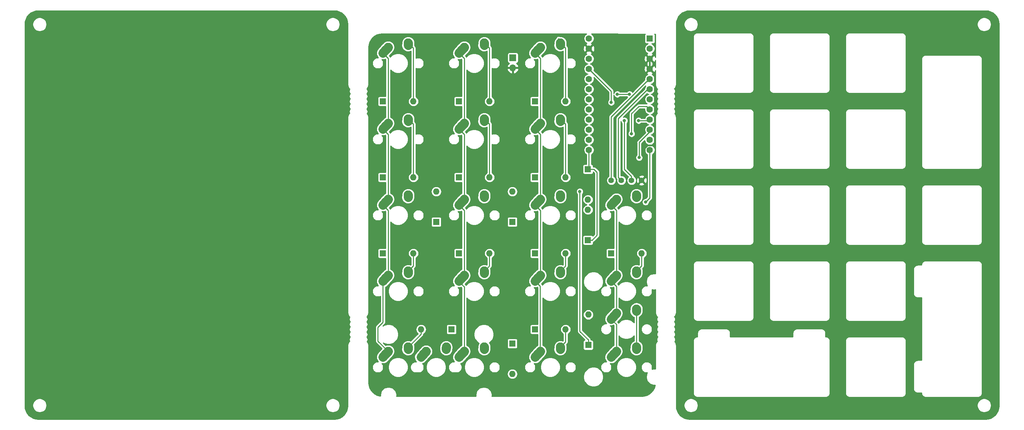
<source format=gtl>
G04 #@! TF.GenerationSoftware,KiCad,Pcbnew,(5.1.4)-1*
G04 #@! TF.CreationDate,2021-07-20T11:19:59+01:00*
G04 #@! TF.ProjectId,AleeMacro,416c6565-4d61-4637-926f-2e6b69636164,rev?*
G04 #@! TF.SameCoordinates,Original*
G04 #@! TF.FileFunction,Copper,L1,Top*
G04 #@! TF.FilePolarity,Positive*
%FSLAX46Y46*%
G04 Gerber Fmt 4.6, Leading zero omitted, Abs format (unit mm)*
G04 Created by KiCad (PCBNEW (5.1.4)-1) date 2021-07-20 11:19:59*
%MOMM*%
%LPD*%
G04 APERTURE LIST*
%ADD10C,1.397000*%
%ADD11C,1.524000*%
%ADD12C,2.250000*%
%ADD13C,2.250000*%
%ADD14C,1.600000*%
%ADD15R,1.600000X1.600000*%
%ADD16R,1.700000X1.700000*%
%ADD17O,1.700000X1.700000*%
%ADD18O,1.600000X1.600000*%
%ADD19C,0.800000*%
%ADD20C,0.250000*%
%ADD21C,0.381000*%
%ADD22C,0.254000*%
G04 APERTURE END LIST*
D10*
X173228000Y-82550000D03*
X175768000Y-82550000D03*
X178308000Y-82550000D03*
X180848000Y-82550000D03*
D11*
X104552750Y-92741750D03*
X258222750Y-101123750D03*
D12*
X160476250Y-67441250D03*
D13*
X160456250Y-67731250D02*
X160496250Y-67151250D01*
D12*
X160496250Y-67151250D03*
X154801251Y-68961250D03*
D13*
X154146250Y-69691250D02*
X155456252Y-68231250D01*
D12*
X155456250Y-68231250D03*
D14*
X167640000Y-46990000D03*
X167640000Y-49530000D03*
X167640000Y-52070000D03*
X167640000Y-54610000D03*
X167640000Y-57150000D03*
X167640000Y-59690000D03*
X167640000Y-62230000D03*
X167640000Y-64770000D03*
X167640000Y-67310000D03*
X167640000Y-69850000D03*
X167640000Y-72390000D03*
X167640000Y-74930000D03*
X182880000Y-74930000D03*
X182880000Y-72390000D03*
X182880000Y-69850000D03*
X182880000Y-67310000D03*
X182880000Y-64770000D03*
X182880000Y-62230000D03*
X182880000Y-59690000D03*
X182880000Y-57150000D03*
X182880000Y-54610000D03*
X182880000Y-52070000D03*
X182880000Y-49530000D03*
D15*
X182880000Y-46990000D03*
D16*
X148590000Y-51816000D03*
D17*
X148590000Y-54356000D03*
D12*
X136406250Y-106331250D03*
X135751251Y-107061250D03*
D13*
X135096250Y-107791250D02*
X136406252Y-106331250D01*
D12*
X141446250Y-105251250D03*
X141426250Y-105541250D03*
D13*
X141406250Y-105831250D02*
X141446250Y-105251250D01*
D12*
X122376250Y-67441250D03*
D13*
X122356250Y-67731250D02*
X122396250Y-67151250D01*
D12*
X122396250Y-67151250D03*
X116701251Y-68961250D03*
D13*
X116046250Y-69691250D02*
X117356252Y-68231250D01*
D12*
X117356250Y-68231250D03*
X160476250Y-48391250D03*
D13*
X160456250Y-48681250D02*
X160496250Y-48101250D01*
D12*
X160496250Y-48101250D03*
X154801251Y-49911250D03*
D13*
X154146250Y-50641250D02*
X155456252Y-49181250D01*
D12*
X155456250Y-49181250D03*
X174506250Y-106331250D03*
X173851251Y-107061250D03*
D13*
X173196250Y-107791250D02*
X174506252Y-106331250D01*
D12*
X179546250Y-105251250D03*
X179526250Y-105541250D03*
D13*
X179506250Y-105831250D02*
X179546250Y-105251250D01*
D12*
X174506250Y-115856250D03*
X173851251Y-116586250D03*
D13*
X173196250Y-117316250D02*
X174506252Y-115856250D01*
D12*
X179546250Y-114776250D03*
X179526250Y-115066250D03*
D13*
X179506250Y-115356250D02*
X179546250Y-114776250D01*
D12*
X136406250Y-68231250D03*
X135751251Y-68961250D03*
D13*
X135096250Y-69691250D02*
X136406252Y-68231250D01*
D12*
X141446250Y-67151250D03*
X141426250Y-67441250D03*
D13*
X141406250Y-67731250D02*
X141446250Y-67151250D01*
D12*
X117356250Y-87281250D03*
X116701251Y-88011250D03*
D13*
X116046250Y-88741250D02*
X117356252Y-87281250D01*
D12*
X122396250Y-86201250D03*
X122376250Y-86491250D03*
D13*
X122356250Y-86781250D02*
X122396250Y-86201250D01*
D12*
X136406250Y-87281250D03*
X135751251Y-88011250D03*
D13*
X135096250Y-88741250D02*
X136406252Y-87281250D01*
D12*
X141446250Y-86201250D03*
X141426250Y-86491250D03*
D13*
X141406250Y-86781250D02*
X141446250Y-86201250D01*
D18*
X123698000Y-62738000D03*
D15*
X116078000Y-62738000D03*
D18*
X142748000Y-62738000D03*
D15*
X135128000Y-62738000D03*
D18*
X161798000Y-62738000D03*
D15*
X154178000Y-62738000D03*
D18*
X123698000Y-81788000D03*
D15*
X116078000Y-81788000D03*
X135128000Y-81788000D03*
D18*
X142748000Y-81788000D03*
X161798000Y-81788000D03*
D15*
X154178000Y-81788000D03*
D18*
X129413000Y-85344000D03*
D15*
X129413000Y-92964000D03*
X148463000Y-92964000D03*
D18*
X148463000Y-85344000D03*
X167386000Y-89916000D03*
D15*
X167386000Y-97536000D03*
X167386000Y-79756000D03*
D18*
X167386000Y-87376000D03*
X123698000Y-100838000D03*
D15*
X116078000Y-100838000D03*
D18*
X142748000Y-100838000D03*
D15*
X135128000Y-100838000D03*
D18*
X161798000Y-100838000D03*
D15*
X154178000Y-100838000D03*
X173228000Y-100838000D03*
D18*
X180848000Y-100838000D03*
X125603000Y-119888000D03*
D15*
X133223000Y-119888000D03*
X148463000Y-123444000D03*
D18*
X148463000Y-131064000D03*
D15*
X154178000Y-119888000D03*
D18*
X161798000Y-119888000D03*
D15*
X167481250Y-123825000D03*
D18*
X167481250Y-116205000D03*
D12*
X122376250Y-48391250D03*
D13*
X122356250Y-48681250D02*
X122396250Y-48101250D01*
D12*
X122396250Y-48101250D03*
X116701251Y-49911250D03*
D13*
X116046250Y-50641250D02*
X117356252Y-49181250D01*
D12*
X117356250Y-49181250D03*
X136406250Y-49181250D03*
X135751251Y-49911250D03*
D13*
X135096250Y-50641250D02*
X136406252Y-49181250D01*
D12*
X141446250Y-48101250D03*
X141426250Y-48391250D03*
D13*
X141406250Y-48681250D02*
X141446250Y-48101250D01*
D12*
X155456250Y-87281250D03*
X154801251Y-88011250D03*
D13*
X154146250Y-88741250D02*
X155456252Y-87281250D01*
D12*
X160496250Y-86201250D03*
X160476250Y-86491250D03*
D13*
X160456250Y-86781250D02*
X160496250Y-86201250D01*
D12*
X179526250Y-86491250D03*
D13*
X179506250Y-86781250D02*
X179546250Y-86201250D01*
D12*
X179546250Y-86201250D03*
X173851251Y-88011250D03*
D13*
X173196250Y-88741250D02*
X174506252Y-87281250D01*
D12*
X174506250Y-87281250D03*
X122376250Y-105541250D03*
D13*
X122356250Y-105831250D02*
X122396250Y-105251250D01*
D12*
X122396250Y-105251250D03*
X116701251Y-107061250D03*
D13*
X116046250Y-107791250D02*
X117356252Y-106331250D01*
D12*
X117356250Y-106331250D03*
X160476250Y-105541250D03*
D13*
X160456250Y-105831250D02*
X160496250Y-105251250D01*
D12*
X160496250Y-105251250D03*
X154801251Y-107061250D03*
D13*
X154146250Y-107791250D02*
X155456252Y-106331250D01*
D12*
X155456250Y-106331250D03*
X122376250Y-124591250D03*
D13*
X122356250Y-124881250D02*
X122396250Y-124301250D01*
D12*
X122396250Y-124301250D03*
X116701251Y-126111250D03*
D13*
X116046250Y-126841250D02*
X117356252Y-125381250D01*
D12*
X117356250Y-125381250D03*
X136406250Y-125381250D03*
X135751251Y-126111250D03*
D13*
X135096250Y-126841250D02*
X136406252Y-125381250D01*
D12*
X141446250Y-124301250D03*
X141426250Y-124591250D03*
D13*
X141406250Y-124881250D02*
X141446250Y-124301250D01*
D12*
X160476250Y-124591250D03*
D13*
X160456250Y-124881250D02*
X160496250Y-124301250D01*
D12*
X160496250Y-124301250D03*
X154801251Y-126111250D03*
D13*
X154146250Y-126841250D02*
X155456252Y-125381250D01*
D12*
X155456250Y-125381250D03*
X174506250Y-125381250D03*
X173851251Y-126111250D03*
D13*
X173196250Y-126841250D02*
X174506252Y-125381250D01*
D12*
X179546250Y-124301250D03*
X179526250Y-124591250D03*
D13*
X179506250Y-124881250D02*
X179546250Y-124301250D01*
D12*
X131901250Y-124591250D03*
D13*
X131881250Y-124881250D02*
X131921250Y-124301250D01*
D12*
X131921250Y-124301250D03*
X126226251Y-126111250D03*
D13*
X125571250Y-126841250D02*
X126881252Y-125381250D01*
D12*
X126881250Y-125381250D03*
D19*
X177800000Y-60960000D03*
X174752000Y-60960000D03*
X178308000Y-70866000D03*
X180213000Y-76835000D03*
X165354000Y-85344000D03*
X180086000Y-67564000D03*
X181813200Y-87985600D03*
X173228000Y-62992000D03*
X176530000Y-67564000D03*
D20*
X123031250Y-48736250D02*
X122396250Y-48101250D01*
X122976250Y-48681250D02*
X122356250Y-48681250D01*
X123698000Y-49403000D02*
X122976250Y-48681250D01*
X123698000Y-62738000D02*
X123698000Y-49403000D01*
X142144750Y-48799750D02*
X141446250Y-48101250D01*
X142026250Y-48681250D02*
X141406250Y-48681250D01*
X142748000Y-49403000D02*
X142026250Y-48681250D01*
X142748000Y-62738000D02*
X142748000Y-49403000D01*
X160020000Y-48245000D02*
X160456250Y-48681250D01*
X160020000Y-47003020D02*
X160020000Y-48245000D01*
X161076250Y-48681250D02*
X160456250Y-48681250D01*
X161798000Y-49403000D02*
X161076250Y-48681250D01*
X161798000Y-62738000D02*
X161798000Y-49403000D01*
X123031250Y-67786250D02*
X122396250Y-67151250D01*
X123031250Y-68406250D02*
X122356250Y-67731250D01*
X122976250Y-67731250D02*
X122356250Y-67731250D01*
X123698000Y-68453000D02*
X122976250Y-67731250D01*
X123698000Y-81788000D02*
X123698000Y-68453000D01*
X142748000Y-68453000D02*
X141446250Y-67151250D01*
X142748000Y-81788000D02*
X142748000Y-68453000D01*
X161131250Y-66516250D02*
X160496250Y-67151250D01*
X161076250Y-67731250D02*
X160456250Y-67731250D01*
X161798000Y-68453000D02*
X161076250Y-67731250D01*
X161798000Y-81788000D02*
X161798000Y-68453000D01*
X180181250Y-87456250D02*
X179506250Y-86781250D01*
X123031250Y-104616250D02*
X122396250Y-105251250D01*
X123698000Y-103949500D02*
X122396250Y-105251250D01*
X123698000Y-100838000D02*
X123698000Y-103949500D01*
X141406250Y-105291250D02*
X141406250Y-105831250D01*
X142748000Y-103949500D02*
X141406250Y-105291250D01*
X142748000Y-100838000D02*
X142748000Y-103949500D01*
X160456250Y-105291250D02*
X160456250Y-105831250D01*
X161798000Y-103949500D02*
X160456250Y-105291250D01*
X161798000Y-100838000D02*
X161798000Y-103949500D01*
X180848000Y-103949500D02*
X179546250Y-105251250D01*
X180848000Y-100838000D02*
X180848000Y-103949500D01*
X122356250Y-124341250D02*
X122356250Y-124881250D01*
X125603000Y-121094500D02*
X122356250Y-124341250D01*
X125603000Y-119888000D02*
X125603000Y-121094500D01*
X161131250Y-123666250D02*
X160496250Y-124301250D01*
X161798000Y-122999500D02*
X160496250Y-124301250D01*
X161798000Y-119888000D02*
X161798000Y-122999500D01*
X179546250Y-115396250D02*
X179546250Y-124301250D01*
X179506250Y-115356250D02*
X179546250Y-115396250D01*
D21*
X182880000Y-52070000D02*
X182880000Y-54610000D01*
X181546499Y-81851501D02*
X180848000Y-82550000D01*
X182880000Y-54610000D02*
X184070501Y-55800501D01*
X184070501Y-55800501D02*
X184070501Y-73120439D01*
X184070501Y-73120439D02*
X183451441Y-73739499D01*
X183451441Y-73739499D02*
X182308559Y-73739499D01*
X182308559Y-73739499D02*
X181546499Y-74501559D01*
X181546499Y-74501559D02*
X181546499Y-81851501D01*
D20*
X177800000Y-60960000D02*
X174752000Y-60960000D01*
X182372000Y-64262000D02*
X182880000Y-64770000D01*
X182080001Y-63970001D02*
X180123999Y-63970001D01*
X182880000Y-64770000D02*
X182080001Y-63970001D01*
X180123999Y-63970001D02*
X178308000Y-65786000D01*
X178308000Y-70866000D02*
X178308000Y-65786000D01*
X167640000Y-79502000D02*
X167386000Y-79756000D01*
X167640000Y-74930000D02*
X167640000Y-79502000D01*
X168436000Y-97536000D02*
X167386000Y-97536000D01*
X169672000Y-96300000D02*
X168436000Y-97536000D01*
X169672000Y-80518000D02*
X169672000Y-96300000D01*
X168910000Y-79756000D02*
X169672000Y-80518000D01*
X167386000Y-79756000D02*
X168910000Y-79756000D01*
X182880000Y-69850000D02*
X182880000Y-70485000D01*
X182880000Y-70358000D02*
X182880000Y-69850000D01*
X180213000Y-73025000D02*
X182880000Y-70358000D01*
X180213000Y-73025000D02*
X180213000Y-76835000D01*
X165354000Y-120355752D02*
X165354000Y-85344000D01*
X167481250Y-123825000D02*
X167481250Y-122483002D01*
X167481250Y-122483002D02*
X165354000Y-120355752D01*
X116046250Y-107791250D02*
X116871750Y-106965750D01*
X116871750Y-67746750D02*
X117356250Y-68231250D01*
X116871750Y-87915750D02*
X116046250Y-88741250D01*
X116046250Y-126841250D02*
X116046250Y-126460250D01*
X117356250Y-51951250D02*
X117356250Y-68231250D01*
X116046250Y-50641250D02*
X117356250Y-51951250D01*
X117356250Y-87431250D02*
X116046250Y-88741250D01*
X117356250Y-71001250D02*
X117356250Y-87431250D01*
X116046250Y-69691250D02*
X117356250Y-71001250D01*
X117356250Y-90051250D02*
X117356250Y-106331250D01*
X116046250Y-88741250D02*
X117356250Y-90051250D01*
X116046250Y-107791250D02*
X116046250Y-118141750D01*
X116046250Y-118141750D02*
X114808000Y-119380000D01*
X114808000Y-122833000D02*
X117356250Y-125381250D01*
X114808000Y-119380000D02*
X114808000Y-122833000D01*
X135096250Y-69691250D02*
X135921750Y-68865750D01*
X135096250Y-88741250D02*
X135921750Y-87915750D01*
X136406250Y-106331250D02*
X135921750Y-105846750D01*
X135096250Y-126841250D02*
X135921750Y-126015750D01*
X135096250Y-50641250D02*
X135745001Y-51290001D01*
X135096250Y-69691250D02*
X135096250Y-70326250D01*
X136406250Y-51951250D02*
X136406250Y-68231250D01*
X135096250Y-50641250D02*
X136406250Y-51951250D01*
X136406250Y-71001250D02*
X136406250Y-87281250D01*
X135096250Y-69691250D02*
X136406250Y-71001250D01*
X136406250Y-106481250D02*
X135096250Y-107791250D01*
X136406250Y-90051250D02*
X136406250Y-106481250D01*
X135096250Y-88741250D02*
X136406250Y-90051250D01*
X135096250Y-107791250D02*
X135096250Y-108299250D01*
X136406250Y-125531250D02*
X135096250Y-126841250D01*
X136406250Y-109228250D02*
X136406250Y-125531250D01*
X135096250Y-107918250D02*
X136406250Y-109228250D01*
X135096250Y-107791250D02*
X135096250Y-107918250D01*
X154146250Y-69691250D02*
X154971750Y-68865750D01*
X154146250Y-88741250D02*
X154971750Y-87915750D01*
X154146250Y-107791250D02*
X154971750Y-106965750D01*
X154146250Y-126841250D02*
X154971750Y-126015750D01*
X154146250Y-69691250D02*
X154146250Y-70326250D01*
X154146250Y-107791250D02*
X154146250Y-108426250D01*
X154146250Y-126691250D02*
X154146250Y-126841250D01*
X155456250Y-51951250D02*
X155456250Y-68231250D01*
X154146250Y-50641250D02*
X155456250Y-51951250D01*
X155456250Y-71001250D02*
X155456250Y-87281250D01*
X154146250Y-69691250D02*
X155456250Y-71001250D01*
X155456250Y-106481250D02*
X154146250Y-107791250D01*
X155456250Y-90051250D02*
X155456250Y-106481250D01*
X154146250Y-88741250D02*
X155456250Y-90051250D01*
X155448000Y-109093000D02*
X154146250Y-107791250D01*
X155448000Y-125539500D02*
X155448000Y-109093000D01*
X154146250Y-126841250D02*
X155448000Y-125539500D01*
X182880000Y-67386200D02*
X182880000Y-67310000D01*
X182600600Y-67310000D02*
X182880000Y-67310000D01*
X182346600Y-67310000D02*
X182880000Y-67310000D01*
X182194200Y-67310000D02*
X182880000Y-67310000D01*
X182575200Y-67310000D02*
X182880000Y-67310000D01*
X182626000Y-67564000D02*
X182880000Y-67310000D01*
X180086000Y-67564000D02*
X182626000Y-67564000D01*
X173196250Y-107791250D02*
X174021750Y-106965750D01*
X173196250Y-126841250D02*
X174466250Y-125571250D01*
X174021750Y-106815750D02*
X174506250Y-106331250D01*
X174506250Y-106481250D02*
X173196250Y-107791250D01*
X174506250Y-90051250D02*
X174506250Y-106481250D01*
X173196250Y-88741250D02*
X174506250Y-90051250D01*
X174506250Y-118626250D02*
X173196250Y-117316250D01*
X174506250Y-125381250D02*
X174506250Y-118626250D01*
X174506250Y-109101250D02*
X174506250Y-115856250D01*
X173196250Y-107791250D02*
X174506250Y-109101250D01*
X173196250Y-88741250D02*
X173640750Y-88741250D01*
X182372000Y-75438000D02*
X182880000Y-74930000D01*
X182880000Y-86918800D02*
X181813200Y-87985600D01*
X182880000Y-74930000D02*
X182880000Y-86918800D01*
X182314998Y-57715002D02*
X182880000Y-57150000D01*
X182118000Y-57715002D02*
X182314998Y-57715002D01*
X173228000Y-82550000D02*
X173228000Y-66605002D01*
X173228000Y-66605002D02*
X182118000Y-57715002D01*
X182372000Y-59690000D02*
X182880000Y-59690000D01*
X175006000Y-67056000D02*
X182372000Y-59690000D01*
X175768000Y-82550000D02*
X175006000Y-81788000D01*
X175006000Y-81788000D02*
X175006000Y-67056000D01*
X173228000Y-60198000D02*
X167640000Y-54610000D01*
X173228000Y-62992000D02*
X173228000Y-60198000D01*
X176530000Y-68129685D02*
X176530000Y-67564000D01*
X176530000Y-79784172D02*
X176530000Y-68129685D01*
X178308000Y-81562172D02*
X176530000Y-79784172D01*
X178308000Y-82550000D02*
X178308000Y-81562172D01*
D22*
G36*
X267581025Y-40079209D02*
G01*
X268214230Y-40270385D01*
X268798239Y-40580908D01*
X269310814Y-40998954D01*
X269732428Y-41508598D01*
X270047023Y-42090429D01*
X270242613Y-42722279D01*
X270314750Y-43408610D01*
X270314751Y-139004007D01*
X270247290Y-139692026D01*
X270056115Y-140325230D01*
X269745590Y-140909240D01*
X269327544Y-141421817D01*
X268817902Y-141843428D01*
X268236072Y-142158023D01*
X267604220Y-142353614D01*
X266917890Y-142425750D01*
X192912483Y-142425750D01*
X192224474Y-142358290D01*
X191591270Y-142167115D01*
X191007260Y-141856590D01*
X190494683Y-141438544D01*
X190073072Y-140928902D01*
X189758477Y-140347072D01*
X189562886Y-139715220D01*
X189490750Y-139028890D01*
X189490750Y-138795476D01*
X191429312Y-138795476D01*
X191429312Y-139144024D01*
X191497310Y-139485876D01*
X191630694Y-139807893D01*
X191824337Y-140097701D01*
X192070799Y-140344163D01*
X192360607Y-140537806D01*
X192682624Y-140671190D01*
X193024476Y-140739188D01*
X193373024Y-140739188D01*
X193714876Y-140671190D01*
X194036893Y-140537806D01*
X194326701Y-140344163D01*
X194573163Y-140097701D01*
X194766806Y-139807893D01*
X194900190Y-139485876D01*
X194968188Y-139144024D01*
X194968188Y-138795476D01*
X264835312Y-138795476D01*
X264835312Y-139144024D01*
X264903310Y-139485876D01*
X265036694Y-139807893D01*
X265230337Y-140097701D01*
X265476799Y-140344163D01*
X265766607Y-140537806D01*
X266088624Y-140671190D01*
X266430476Y-140739188D01*
X266779024Y-140739188D01*
X267120876Y-140671190D01*
X267442893Y-140537806D01*
X267732701Y-140344163D01*
X267979163Y-140097701D01*
X268172806Y-139807893D01*
X268306190Y-139485876D01*
X268374188Y-139144024D01*
X268374188Y-138795476D01*
X268306190Y-138453624D01*
X268172806Y-138131607D01*
X267979163Y-137841799D01*
X267732701Y-137595337D01*
X267442893Y-137401694D01*
X267120876Y-137268310D01*
X266779024Y-137200312D01*
X266430476Y-137200312D01*
X266088624Y-137268310D01*
X265766607Y-137401694D01*
X265476799Y-137595337D01*
X265230337Y-137841799D01*
X265036694Y-138131607D01*
X264903310Y-138453624D01*
X264835312Y-138795476D01*
X194968188Y-138795476D01*
X194900190Y-138453624D01*
X194766806Y-138131607D01*
X194573163Y-137841799D01*
X194326701Y-137595337D01*
X194036893Y-137401694D01*
X193714876Y-137268310D01*
X193373024Y-137200312D01*
X193024476Y-137200312D01*
X192682624Y-137268310D01*
X192360607Y-137401694D01*
X192070799Y-137595337D01*
X191824337Y-137841799D01*
X191630694Y-138131607D01*
X191497310Y-138453624D01*
X191429312Y-138795476D01*
X189490750Y-138795476D01*
X189490750Y-123938889D01*
X189488181Y-123912807D01*
X189488224Y-123906662D01*
X189487395Y-123898214D01*
X189466994Y-123704117D01*
X189455914Y-123650140D01*
X189445588Y-123596009D01*
X189443135Y-123587886D01*
X189443134Y-123587880D01*
X189443132Y-123587874D01*
X189385422Y-123401444D01*
X189364065Y-123350636D01*
X189343425Y-123299551D01*
X189339440Y-123292055D01*
X189246615Y-123120378D01*
X189215798Y-123074689D01*
X189185625Y-123028581D01*
X189180259Y-123022002D01*
X189102171Y-122927611D01*
X189171826Y-122823365D01*
X189186106Y-122788890D01*
X193719750Y-122788890D01*
X193719751Y-135848611D01*
X193722285Y-135874339D01*
X193722264Y-135877345D01*
X193723093Y-135885793D01*
X193728182Y-135934214D01*
X193728549Y-135937939D01*
X193728587Y-135938063D01*
X193733293Y-135982842D01*
X193744374Y-136036825D01*
X193754699Y-136090952D01*
X193757150Y-136099069D01*
X193757152Y-136099079D01*
X193757156Y-136099088D01*
X193786009Y-136192298D01*
X193807351Y-136243069D01*
X193828007Y-136294195D01*
X193831993Y-136301690D01*
X193878406Y-136387528D01*
X193909232Y-136433230D01*
X193939394Y-136479322D01*
X193944756Y-136485896D01*
X193944760Y-136485902D01*
X193944765Y-136485907D01*
X194006962Y-136561090D01*
X194046067Y-136599924D01*
X194084614Y-136639287D01*
X194091155Y-136644698D01*
X194091159Y-136644702D01*
X194091164Y-136644705D01*
X194166776Y-136706374D01*
X194212693Y-136736882D01*
X194258151Y-136768007D01*
X194265607Y-136772039D01*
X194265610Y-136772041D01*
X194265613Y-136772042D01*
X194265618Y-136772045D01*
X194351779Y-136817857D01*
X194402735Y-136838859D01*
X194453372Y-136860562D01*
X194461482Y-136863072D01*
X194461486Y-136863074D01*
X194461491Y-136863075D01*
X194554899Y-136891277D01*
X194608944Y-136901979D01*
X194662862Y-136913439D01*
X194671305Y-136914327D01*
X194768422Y-136923849D01*
X194768435Y-136923849D01*
X194797889Y-136926750D01*
X226907611Y-136926750D01*
X226933349Y-136924215D01*
X226936345Y-136924236D01*
X226944793Y-136923407D01*
X226993063Y-136918334D01*
X226996939Y-136917952D01*
X226997068Y-136917913D01*
X227041842Y-136913207D01*
X227095825Y-136902126D01*
X227149952Y-136891801D01*
X227158069Y-136889350D01*
X227158079Y-136889348D01*
X227158088Y-136889344D01*
X227251298Y-136860491D01*
X227302069Y-136839149D01*
X227353195Y-136818493D01*
X227360683Y-136814511D01*
X227360687Y-136814509D01*
X227360690Y-136814507D01*
X227446528Y-136768094D01*
X227492230Y-136737268D01*
X227538322Y-136707106D01*
X227544899Y-136701742D01*
X227544902Y-136701740D01*
X227544907Y-136701735D01*
X227620090Y-136639538D01*
X227658924Y-136600433D01*
X227698287Y-136561886D01*
X227703698Y-136555345D01*
X227703702Y-136555341D01*
X227703705Y-136555336D01*
X227765374Y-136479724D01*
X227795882Y-136433807D01*
X227827007Y-136388349D01*
X227831045Y-136380882D01*
X227876857Y-136294721D01*
X227897859Y-136243765D01*
X227919562Y-136193128D01*
X227922072Y-136185019D01*
X227950277Y-136091601D01*
X227960979Y-136037556D01*
X227972439Y-135983638D01*
X227973327Y-135975195D01*
X227982849Y-135878078D01*
X227982849Y-135878065D01*
X227985750Y-135848611D01*
X227985750Y-122788890D01*
X231819750Y-122788890D01*
X231819751Y-135848611D01*
X231822285Y-135874339D01*
X231822264Y-135877345D01*
X231823093Y-135885793D01*
X231828182Y-135934214D01*
X231828549Y-135937939D01*
X231828587Y-135938063D01*
X231833293Y-135982842D01*
X231844374Y-136036825D01*
X231854699Y-136090952D01*
X231857150Y-136099069D01*
X231857152Y-136099079D01*
X231857156Y-136099088D01*
X231886009Y-136192298D01*
X231907351Y-136243069D01*
X231928007Y-136294195D01*
X231931993Y-136301690D01*
X231978406Y-136387528D01*
X232009232Y-136433230D01*
X232039394Y-136479322D01*
X232044756Y-136485896D01*
X232044760Y-136485902D01*
X232044765Y-136485907D01*
X232106962Y-136561090D01*
X232146067Y-136599924D01*
X232184614Y-136639287D01*
X232191155Y-136644698D01*
X232191159Y-136644702D01*
X232191164Y-136644705D01*
X232266776Y-136706374D01*
X232312693Y-136736882D01*
X232358151Y-136768007D01*
X232365607Y-136772039D01*
X232365610Y-136772041D01*
X232365613Y-136772042D01*
X232365618Y-136772045D01*
X232451779Y-136817857D01*
X232502735Y-136838859D01*
X232553372Y-136860562D01*
X232561482Y-136863072D01*
X232561486Y-136863074D01*
X232561491Y-136863075D01*
X232654899Y-136891277D01*
X232708944Y-136901979D01*
X232762862Y-136913439D01*
X232771305Y-136914327D01*
X232868422Y-136923849D01*
X232868435Y-136923849D01*
X232897889Y-136926750D01*
X245957611Y-136926750D01*
X245983349Y-136924215D01*
X245986345Y-136924236D01*
X245994793Y-136923407D01*
X246043063Y-136918334D01*
X246046939Y-136917952D01*
X246047068Y-136917913D01*
X246091842Y-136913207D01*
X246145825Y-136902126D01*
X246199952Y-136891801D01*
X246208069Y-136889350D01*
X246208079Y-136889348D01*
X246208088Y-136889344D01*
X246301298Y-136860491D01*
X246352069Y-136839149D01*
X246403195Y-136818493D01*
X246410683Y-136814511D01*
X246410687Y-136814509D01*
X246410690Y-136814507D01*
X246496528Y-136768094D01*
X246542230Y-136737268D01*
X246588322Y-136707106D01*
X246594899Y-136701742D01*
X246594902Y-136701740D01*
X246594907Y-136701735D01*
X246670090Y-136639538D01*
X246708924Y-136600433D01*
X246748287Y-136561886D01*
X246753698Y-136555345D01*
X246753702Y-136555341D01*
X246753705Y-136555336D01*
X246815374Y-136479724D01*
X246845882Y-136433807D01*
X246877007Y-136388349D01*
X246881045Y-136380882D01*
X246926857Y-136294721D01*
X246947859Y-136243765D01*
X246969562Y-136193128D01*
X246972072Y-136185019D01*
X247000277Y-136091601D01*
X247010979Y-136037556D01*
X247022439Y-135983638D01*
X247023327Y-135975195D01*
X247032849Y-135878078D01*
X247032849Y-135878065D01*
X247035750Y-135848611D01*
X247035750Y-122788889D01*
X247033215Y-122763151D01*
X247033236Y-122760156D01*
X247032407Y-122751707D01*
X247027334Y-122703444D01*
X247026952Y-122699561D01*
X247026913Y-122699431D01*
X247022207Y-122654659D01*
X247011129Y-122600689D01*
X247000801Y-122546548D01*
X246998349Y-122538429D01*
X246998348Y-122538422D01*
X246998345Y-122538416D01*
X246969491Y-122445202D01*
X246948136Y-122394399D01*
X246927492Y-122343305D01*
X246923507Y-122335809D01*
X246877094Y-122249972D01*
X246846278Y-122204285D01*
X246816106Y-122158178D01*
X246810743Y-122151603D01*
X246810740Y-122151598D01*
X246810735Y-122151593D01*
X246748538Y-122076410D01*
X246709449Y-122037593D01*
X246670886Y-121998213D01*
X246664345Y-121992802D01*
X246588724Y-121931126D01*
X246542807Y-121900618D01*
X246497349Y-121869493D01*
X246489893Y-121865461D01*
X246489890Y-121865459D01*
X246489887Y-121865458D01*
X246489882Y-121865455D01*
X246403721Y-121819643D01*
X246352765Y-121798641D01*
X246302128Y-121776938D01*
X246294019Y-121774428D01*
X246294018Y-121774428D01*
X246294014Y-121774426D01*
X246294009Y-121774425D01*
X246200601Y-121746223D01*
X246146563Y-121735523D01*
X246092638Y-121724061D01*
X246084208Y-121723175D01*
X246084201Y-121723174D01*
X246084195Y-121723174D01*
X245987078Y-121713651D01*
X245987065Y-121713651D01*
X245957611Y-121710750D01*
X232897889Y-121710750D01*
X232872151Y-121713285D01*
X232869156Y-121713264D01*
X232860707Y-121714093D01*
X232812445Y-121719165D01*
X232808561Y-121719548D01*
X232808431Y-121719587D01*
X232763659Y-121724293D01*
X232709689Y-121735371D01*
X232655548Y-121745699D01*
X232647429Y-121748151D01*
X232647422Y-121748152D01*
X232647416Y-121748155D01*
X232554202Y-121777009D01*
X232503399Y-121798364D01*
X232452305Y-121819008D01*
X232444809Y-121822993D01*
X232358972Y-121869406D01*
X232313285Y-121900222D01*
X232267178Y-121930394D01*
X232260604Y-121935756D01*
X232260598Y-121935760D01*
X232260593Y-121935765D01*
X232185410Y-121997962D01*
X232146593Y-122037051D01*
X232107213Y-122075614D01*
X232101802Y-122082155D01*
X232040126Y-122157776D01*
X232009618Y-122203693D01*
X231978493Y-122249151D01*
X231974455Y-122256618D01*
X231928643Y-122342779D01*
X231907641Y-122393735D01*
X231885938Y-122444372D01*
X231883428Y-122452481D01*
X231855223Y-122545899D01*
X231844523Y-122599937D01*
X231833061Y-122653862D01*
X231832175Y-122662292D01*
X231832174Y-122662299D01*
X231832174Y-122662305D01*
X231822651Y-122759422D01*
X231822651Y-122759436D01*
X231819750Y-122788890D01*
X227985750Y-122788890D01*
X227985750Y-122788889D01*
X227983215Y-122763151D01*
X227983236Y-122760156D01*
X227982407Y-122751707D01*
X227977334Y-122703444D01*
X227976952Y-122699561D01*
X227976913Y-122699431D01*
X227972207Y-122654659D01*
X227961129Y-122600689D01*
X227950801Y-122546548D01*
X227948349Y-122538429D01*
X227948348Y-122538422D01*
X227948345Y-122538416D01*
X227919491Y-122445202D01*
X227898136Y-122394399D01*
X227877492Y-122343305D01*
X227873507Y-122335809D01*
X227827094Y-122249972D01*
X227796278Y-122204285D01*
X227766106Y-122158178D01*
X227760743Y-122151603D01*
X227760740Y-122151598D01*
X227760735Y-122151593D01*
X227698538Y-122076410D01*
X227659449Y-122037593D01*
X227620886Y-121998213D01*
X227614345Y-121992802D01*
X227538724Y-121931126D01*
X227492807Y-121900618D01*
X227447349Y-121869493D01*
X227439893Y-121865461D01*
X227439890Y-121865459D01*
X227439887Y-121865458D01*
X227439882Y-121865455D01*
X227353721Y-121819643D01*
X227302765Y-121798641D01*
X227252128Y-121776938D01*
X227244019Y-121774428D01*
X227244018Y-121774428D01*
X227244014Y-121774426D01*
X227244009Y-121774425D01*
X227150601Y-121746223D01*
X227096563Y-121735523D01*
X227042638Y-121724061D01*
X227034208Y-121723175D01*
X227034201Y-121723174D01*
X227034195Y-121723174D01*
X226937078Y-121713651D01*
X226937065Y-121713651D01*
X226907611Y-121710750D01*
X226898750Y-121710750D01*
X226898750Y-120788889D01*
X226896215Y-120763151D01*
X226896236Y-120760156D01*
X226895407Y-120751707D01*
X226890335Y-120703445D01*
X226889952Y-120699561D01*
X226889913Y-120699431D01*
X226885207Y-120654659D01*
X226874129Y-120600689D01*
X226863801Y-120546548D01*
X226861349Y-120538429D01*
X226861348Y-120538422D01*
X226861345Y-120538416D01*
X226832491Y-120445202D01*
X226811136Y-120394399D01*
X226790492Y-120343305D01*
X226786507Y-120335809D01*
X226740094Y-120249972D01*
X226709278Y-120204285D01*
X226679106Y-120158178D01*
X226673743Y-120151603D01*
X226673740Y-120151598D01*
X226673735Y-120151593D01*
X226611538Y-120076410D01*
X226572449Y-120037593D01*
X226533886Y-119998213D01*
X226527345Y-119992802D01*
X226451724Y-119931126D01*
X226405807Y-119900618D01*
X226360349Y-119869493D01*
X226352893Y-119865461D01*
X226352890Y-119865459D01*
X226352887Y-119865458D01*
X226352882Y-119865455D01*
X226266721Y-119819643D01*
X226215765Y-119798641D01*
X226165128Y-119776938D01*
X226157019Y-119774428D01*
X226157018Y-119774428D01*
X226157014Y-119774426D01*
X226157009Y-119774425D01*
X226063601Y-119746223D01*
X226009563Y-119735523D01*
X225955638Y-119724061D01*
X225947208Y-119723175D01*
X225947201Y-119723174D01*
X225947195Y-119723174D01*
X225850078Y-119713651D01*
X225850065Y-119713651D01*
X225820611Y-119710750D01*
X219760889Y-119710750D01*
X219735151Y-119713285D01*
X219732156Y-119713264D01*
X219723707Y-119714093D01*
X219675445Y-119719165D01*
X219671561Y-119719548D01*
X219671431Y-119719587D01*
X219626659Y-119724293D01*
X219572689Y-119735371D01*
X219518548Y-119745699D01*
X219510429Y-119748151D01*
X219510422Y-119748152D01*
X219510416Y-119748155D01*
X219417202Y-119777009D01*
X219366399Y-119798364D01*
X219315305Y-119819008D01*
X219307809Y-119822993D01*
X219221972Y-119869406D01*
X219176285Y-119900222D01*
X219130178Y-119930394D01*
X219123604Y-119935756D01*
X219123598Y-119935760D01*
X219123593Y-119935765D01*
X219048410Y-119997962D01*
X219009593Y-120037051D01*
X218970213Y-120075614D01*
X218964802Y-120082155D01*
X218903126Y-120157776D01*
X218872618Y-120203693D01*
X218841493Y-120249151D01*
X218837455Y-120256618D01*
X218791643Y-120342779D01*
X218770641Y-120393735D01*
X218748938Y-120444372D01*
X218746428Y-120452481D01*
X218718223Y-120545899D01*
X218707523Y-120599937D01*
X218696061Y-120653862D01*
X218695175Y-120662292D01*
X218695174Y-120662299D01*
X218695174Y-120662305D01*
X218685651Y-120759422D01*
X218685651Y-120759436D01*
X218682750Y-120788890D01*
X218682751Y-121710750D01*
X203022750Y-121710750D01*
X203022750Y-120788889D01*
X203020215Y-120763151D01*
X203020236Y-120760156D01*
X203019407Y-120751707D01*
X203014335Y-120703445D01*
X203013952Y-120699561D01*
X203013913Y-120699431D01*
X203009207Y-120654659D01*
X202998129Y-120600689D01*
X202987801Y-120546548D01*
X202985349Y-120538429D01*
X202985348Y-120538422D01*
X202985345Y-120538416D01*
X202956491Y-120445202D01*
X202935136Y-120394399D01*
X202914492Y-120343305D01*
X202910507Y-120335809D01*
X202864094Y-120249972D01*
X202833278Y-120204285D01*
X202803106Y-120158178D01*
X202797743Y-120151603D01*
X202797740Y-120151598D01*
X202797735Y-120151593D01*
X202735538Y-120076410D01*
X202696449Y-120037593D01*
X202657886Y-119998213D01*
X202651345Y-119992802D01*
X202575724Y-119931126D01*
X202529807Y-119900618D01*
X202484349Y-119869493D01*
X202476893Y-119865461D01*
X202476890Y-119865459D01*
X202476887Y-119865458D01*
X202476882Y-119865455D01*
X202390721Y-119819643D01*
X202339765Y-119798641D01*
X202289128Y-119776938D01*
X202281019Y-119774428D01*
X202281018Y-119774428D01*
X202281014Y-119774426D01*
X202281009Y-119774425D01*
X202187601Y-119746223D01*
X202133563Y-119735523D01*
X202079638Y-119724061D01*
X202071208Y-119723175D01*
X202071201Y-119723174D01*
X202071195Y-119723174D01*
X201974078Y-119713651D01*
X201974065Y-119713651D01*
X201944611Y-119710750D01*
X195884889Y-119710750D01*
X195859151Y-119713285D01*
X195856156Y-119713264D01*
X195847707Y-119714093D01*
X195799445Y-119719165D01*
X195795561Y-119719548D01*
X195795431Y-119719587D01*
X195750659Y-119724293D01*
X195696689Y-119735371D01*
X195642548Y-119745699D01*
X195634429Y-119748151D01*
X195634422Y-119748152D01*
X195634416Y-119748155D01*
X195541202Y-119777009D01*
X195490399Y-119798364D01*
X195439305Y-119819008D01*
X195431809Y-119822993D01*
X195345972Y-119869406D01*
X195300285Y-119900222D01*
X195254178Y-119930394D01*
X195247604Y-119935756D01*
X195247598Y-119935760D01*
X195247593Y-119935765D01*
X195172410Y-119997962D01*
X195133593Y-120037051D01*
X195094213Y-120075614D01*
X195088802Y-120082155D01*
X195027126Y-120157776D01*
X194996618Y-120203693D01*
X194965493Y-120249151D01*
X194961455Y-120256618D01*
X194915643Y-120342779D01*
X194894641Y-120393735D01*
X194872938Y-120444372D01*
X194870428Y-120452481D01*
X194842223Y-120545899D01*
X194831523Y-120599937D01*
X194820061Y-120653862D01*
X194819175Y-120662292D01*
X194819174Y-120662299D01*
X194819174Y-120662305D01*
X194809651Y-120759422D01*
X194809651Y-120759436D01*
X194806750Y-120788890D01*
X194806751Y-121710750D01*
X194797889Y-121710750D01*
X194772151Y-121713285D01*
X194769156Y-121713264D01*
X194760707Y-121714093D01*
X194712445Y-121719165D01*
X194708561Y-121719548D01*
X194708431Y-121719587D01*
X194663659Y-121724293D01*
X194609689Y-121735371D01*
X194555548Y-121745699D01*
X194547429Y-121748151D01*
X194547422Y-121748152D01*
X194547416Y-121748155D01*
X194454202Y-121777009D01*
X194403399Y-121798364D01*
X194352305Y-121819008D01*
X194344809Y-121822993D01*
X194258972Y-121869406D01*
X194213285Y-121900222D01*
X194167178Y-121930394D01*
X194160604Y-121935756D01*
X194160598Y-121935760D01*
X194160593Y-121935765D01*
X194085410Y-121997962D01*
X194046593Y-122037051D01*
X194007213Y-122075614D01*
X194001802Y-122082155D01*
X193940126Y-122157776D01*
X193909618Y-122203693D01*
X193878493Y-122249151D01*
X193874455Y-122256618D01*
X193828643Y-122342779D01*
X193807641Y-122393735D01*
X193785938Y-122444372D01*
X193783428Y-122452481D01*
X193755223Y-122545899D01*
X193744523Y-122599937D01*
X193733061Y-122653862D01*
X193732175Y-122662292D01*
X193732174Y-122662299D01*
X193732174Y-122662305D01*
X193722651Y-122759422D01*
X193722651Y-122759436D01*
X193719750Y-122788890D01*
X189186106Y-122788890D01*
X189239798Y-122659266D01*
X189274450Y-122485060D01*
X189274450Y-122307440D01*
X189239798Y-122133234D01*
X189171826Y-121969135D01*
X189073146Y-121821450D01*
X189012946Y-121761250D01*
X189073146Y-121701050D01*
X189171826Y-121553365D01*
X189239798Y-121389266D01*
X189274450Y-121215060D01*
X189274450Y-121037440D01*
X189239798Y-120863234D01*
X189171826Y-120699135D01*
X189073146Y-120551450D01*
X189012946Y-120491250D01*
X189073146Y-120431050D01*
X189171826Y-120283365D01*
X189239798Y-120119266D01*
X189274450Y-119945060D01*
X189274450Y-119767440D01*
X189239798Y-119593234D01*
X189171826Y-119429135D01*
X189073146Y-119281450D01*
X189012946Y-119221250D01*
X189073146Y-119161050D01*
X189171826Y-119013365D01*
X189239798Y-118849266D01*
X189274450Y-118675060D01*
X189274450Y-118497440D01*
X189239798Y-118323234D01*
X189171826Y-118159135D01*
X189073146Y-118011450D01*
X189012946Y-117951250D01*
X189073146Y-117891050D01*
X189171826Y-117743365D01*
X189239798Y-117579266D01*
X189274450Y-117405060D01*
X189274450Y-117227440D01*
X189239798Y-117053234D01*
X189171826Y-116889135D01*
X189073146Y-116741450D01*
X189051922Y-116720226D01*
X189058076Y-116714199D01*
X189063482Y-116707664D01*
X189063488Y-116707658D01*
X189063492Y-116707651D01*
X189186837Y-116556416D01*
X189217319Y-116510538D01*
X189248466Y-116465048D01*
X189252502Y-116457582D01*
X189252503Y-116457581D01*
X189252505Y-116457577D01*
X189344129Y-116285258D01*
X189365136Y-116234291D01*
X189386836Y-116183661D01*
X189389343Y-116175561D01*
X189389347Y-116175551D01*
X189389349Y-116175541D01*
X189445755Y-115988715D01*
X189456451Y-115934695D01*
X189467916Y-115880758D01*
X189468803Y-115872315D01*
X189487848Y-115678081D01*
X189487848Y-115678076D01*
X189490750Y-115648611D01*
X189490750Y-103738890D01*
X193719750Y-103738890D01*
X193719751Y-116798611D01*
X193722285Y-116824339D01*
X193722264Y-116827345D01*
X193723093Y-116835793D01*
X193728182Y-116884214D01*
X193728549Y-116887939D01*
X193728587Y-116888063D01*
X193733293Y-116932842D01*
X193744374Y-116986825D01*
X193754699Y-117040952D01*
X193757150Y-117049069D01*
X193757152Y-117049079D01*
X193757156Y-117049088D01*
X193786009Y-117142298D01*
X193807351Y-117193069D01*
X193828007Y-117244195D01*
X193831993Y-117251690D01*
X193878406Y-117337528D01*
X193909232Y-117383230D01*
X193939394Y-117429322D01*
X193944756Y-117435896D01*
X193944760Y-117435902D01*
X193944765Y-117435907D01*
X194006962Y-117511090D01*
X194046067Y-117549924D01*
X194084614Y-117589287D01*
X194091155Y-117594698D01*
X194091159Y-117594702D01*
X194091164Y-117594705D01*
X194166776Y-117656374D01*
X194212693Y-117686882D01*
X194258151Y-117718007D01*
X194265607Y-117722039D01*
X194265610Y-117722041D01*
X194265613Y-117722042D01*
X194265618Y-117722045D01*
X194351779Y-117767857D01*
X194402735Y-117788859D01*
X194453372Y-117810562D01*
X194461482Y-117813072D01*
X194461486Y-117813074D01*
X194461491Y-117813075D01*
X194554899Y-117841277D01*
X194608944Y-117851979D01*
X194662862Y-117863439D01*
X194671305Y-117864327D01*
X194768422Y-117873849D01*
X194768435Y-117873849D01*
X194797889Y-117876750D01*
X207857611Y-117876750D01*
X207883349Y-117874215D01*
X207886345Y-117874236D01*
X207894793Y-117873407D01*
X207943063Y-117868334D01*
X207946939Y-117867952D01*
X207947068Y-117867913D01*
X207991842Y-117863207D01*
X208045825Y-117852126D01*
X208099952Y-117841801D01*
X208108069Y-117839350D01*
X208108079Y-117839348D01*
X208108088Y-117839344D01*
X208201298Y-117810491D01*
X208252069Y-117789149D01*
X208303195Y-117768493D01*
X208310683Y-117764511D01*
X208310687Y-117764509D01*
X208310690Y-117764507D01*
X208396528Y-117718094D01*
X208442230Y-117687268D01*
X208488322Y-117657106D01*
X208494899Y-117651742D01*
X208494902Y-117651740D01*
X208494907Y-117651735D01*
X208570090Y-117589538D01*
X208608924Y-117550433D01*
X208648287Y-117511886D01*
X208653698Y-117505345D01*
X208653702Y-117505341D01*
X208653705Y-117505336D01*
X208715374Y-117429724D01*
X208745882Y-117383807D01*
X208777007Y-117338349D01*
X208781045Y-117330882D01*
X208826857Y-117244721D01*
X208847859Y-117193765D01*
X208869562Y-117143128D01*
X208872072Y-117135019D01*
X208900277Y-117041601D01*
X208910979Y-116987556D01*
X208922439Y-116933638D01*
X208923327Y-116925195D01*
X208932849Y-116828078D01*
X208932849Y-116828065D01*
X208935750Y-116798611D01*
X208935750Y-103738890D01*
X212769750Y-103738890D01*
X212769751Y-116798611D01*
X212772285Y-116824339D01*
X212772264Y-116827345D01*
X212773093Y-116835793D01*
X212778182Y-116884214D01*
X212778549Y-116887939D01*
X212778587Y-116888063D01*
X212783293Y-116932842D01*
X212794374Y-116986825D01*
X212804699Y-117040952D01*
X212807150Y-117049069D01*
X212807152Y-117049079D01*
X212807156Y-117049088D01*
X212836009Y-117142298D01*
X212857351Y-117193069D01*
X212878007Y-117244195D01*
X212881993Y-117251690D01*
X212928406Y-117337528D01*
X212959232Y-117383230D01*
X212989394Y-117429322D01*
X212994756Y-117435896D01*
X212994760Y-117435902D01*
X212994765Y-117435907D01*
X213056962Y-117511090D01*
X213096067Y-117549924D01*
X213134614Y-117589287D01*
X213141155Y-117594698D01*
X213141159Y-117594702D01*
X213141164Y-117594705D01*
X213216776Y-117656374D01*
X213262693Y-117686882D01*
X213308151Y-117718007D01*
X213315607Y-117722039D01*
X213315610Y-117722041D01*
X213315613Y-117722042D01*
X213315618Y-117722045D01*
X213401779Y-117767857D01*
X213452735Y-117788859D01*
X213503372Y-117810562D01*
X213511482Y-117813072D01*
X213511486Y-117813074D01*
X213511491Y-117813075D01*
X213604899Y-117841277D01*
X213658944Y-117851979D01*
X213712862Y-117863439D01*
X213721305Y-117864327D01*
X213818422Y-117873849D01*
X213818435Y-117873849D01*
X213847889Y-117876750D01*
X226907611Y-117876750D01*
X226933349Y-117874215D01*
X226936345Y-117874236D01*
X226944793Y-117873407D01*
X226993063Y-117868334D01*
X226996939Y-117867952D01*
X226997068Y-117867913D01*
X227041842Y-117863207D01*
X227095825Y-117852126D01*
X227149952Y-117841801D01*
X227158069Y-117839350D01*
X227158079Y-117839348D01*
X227158088Y-117839344D01*
X227251298Y-117810491D01*
X227302069Y-117789149D01*
X227353195Y-117768493D01*
X227360683Y-117764511D01*
X227360687Y-117764509D01*
X227360690Y-117764507D01*
X227446528Y-117718094D01*
X227492230Y-117687268D01*
X227538322Y-117657106D01*
X227544899Y-117651742D01*
X227544902Y-117651740D01*
X227544907Y-117651735D01*
X227620090Y-117589538D01*
X227658924Y-117550433D01*
X227698287Y-117511886D01*
X227703698Y-117505345D01*
X227703702Y-117505341D01*
X227703705Y-117505336D01*
X227765374Y-117429724D01*
X227795882Y-117383807D01*
X227827007Y-117338349D01*
X227831045Y-117330882D01*
X227876857Y-117244721D01*
X227897859Y-117193765D01*
X227919562Y-117143128D01*
X227922072Y-117135019D01*
X227950277Y-117041601D01*
X227960979Y-116987556D01*
X227972439Y-116933638D01*
X227973327Y-116925195D01*
X227982849Y-116828078D01*
X227982849Y-116828065D01*
X227985750Y-116798611D01*
X227985750Y-103738890D01*
X231819750Y-103738890D01*
X231819751Y-116798611D01*
X231822285Y-116824339D01*
X231822264Y-116827345D01*
X231823093Y-116835793D01*
X231828182Y-116884214D01*
X231828549Y-116887939D01*
X231828587Y-116888063D01*
X231833293Y-116932842D01*
X231844374Y-116986825D01*
X231854699Y-117040952D01*
X231857150Y-117049069D01*
X231857152Y-117049079D01*
X231857156Y-117049088D01*
X231886009Y-117142298D01*
X231907351Y-117193069D01*
X231928007Y-117244195D01*
X231931993Y-117251690D01*
X231978406Y-117337528D01*
X232009232Y-117383230D01*
X232039394Y-117429322D01*
X232044756Y-117435896D01*
X232044760Y-117435902D01*
X232044765Y-117435907D01*
X232106962Y-117511090D01*
X232146067Y-117549924D01*
X232184614Y-117589287D01*
X232191155Y-117594698D01*
X232191159Y-117594702D01*
X232191164Y-117594705D01*
X232266776Y-117656374D01*
X232312693Y-117686882D01*
X232358151Y-117718007D01*
X232365607Y-117722039D01*
X232365610Y-117722041D01*
X232365613Y-117722042D01*
X232365618Y-117722045D01*
X232451779Y-117767857D01*
X232502735Y-117788859D01*
X232553372Y-117810562D01*
X232561482Y-117813072D01*
X232561486Y-117813074D01*
X232561491Y-117813075D01*
X232654899Y-117841277D01*
X232708944Y-117851979D01*
X232762862Y-117863439D01*
X232771305Y-117864327D01*
X232868422Y-117873849D01*
X232868435Y-117873849D01*
X232897889Y-117876750D01*
X245957611Y-117876750D01*
X245983349Y-117874215D01*
X245986345Y-117874236D01*
X245994793Y-117873407D01*
X246043063Y-117868334D01*
X246046939Y-117867952D01*
X246047068Y-117867913D01*
X246091842Y-117863207D01*
X246145825Y-117852126D01*
X246199952Y-117841801D01*
X246208069Y-117839350D01*
X246208079Y-117839348D01*
X246208088Y-117839344D01*
X246301298Y-117810491D01*
X246352069Y-117789149D01*
X246403195Y-117768493D01*
X246410683Y-117764511D01*
X246410687Y-117764509D01*
X246410690Y-117764507D01*
X246496528Y-117718094D01*
X246542230Y-117687268D01*
X246588322Y-117657106D01*
X246594899Y-117651742D01*
X246594902Y-117651740D01*
X246594907Y-117651735D01*
X246670090Y-117589538D01*
X246708924Y-117550433D01*
X246748287Y-117511886D01*
X246753698Y-117505345D01*
X246753702Y-117505341D01*
X246753705Y-117505336D01*
X246815374Y-117429724D01*
X246845882Y-117383807D01*
X246877007Y-117338349D01*
X246881045Y-117330882D01*
X246926857Y-117244721D01*
X246947859Y-117193765D01*
X246969562Y-117143128D01*
X246972072Y-117135019D01*
X247000277Y-117041601D01*
X247010979Y-116987556D01*
X247022439Y-116933638D01*
X247023327Y-116925195D01*
X247032849Y-116828078D01*
X247032849Y-116828065D01*
X247035750Y-116798611D01*
X247035750Y-104825890D01*
X248869750Y-104825890D01*
X248869751Y-110885611D01*
X248872285Y-110911339D01*
X248872264Y-110914345D01*
X248873093Y-110922793D01*
X248878182Y-110971214D01*
X248878549Y-110974939D01*
X248878587Y-110975063D01*
X248883293Y-111019842D01*
X248894374Y-111073825D01*
X248904699Y-111127952D01*
X248907150Y-111136069D01*
X248907152Y-111136079D01*
X248907156Y-111136088D01*
X248936009Y-111229298D01*
X248957351Y-111280069D01*
X248978007Y-111331195D01*
X248981993Y-111338690D01*
X249028406Y-111424528D01*
X249059232Y-111470230D01*
X249089394Y-111516322D01*
X249094756Y-111522896D01*
X249094760Y-111522902D01*
X249094765Y-111522907D01*
X249156962Y-111598090D01*
X249196067Y-111636924D01*
X249234614Y-111676287D01*
X249241155Y-111681698D01*
X249241159Y-111681702D01*
X249241164Y-111681705D01*
X249316776Y-111743374D01*
X249362693Y-111773882D01*
X249408151Y-111805007D01*
X249415607Y-111809039D01*
X249415610Y-111809041D01*
X249415613Y-111809042D01*
X249415618Y-111809045D01*
X249501779Y-111854857D01*
X249552735Y-111875859D01*
X249603372Y-111897562D01*
X249611482Y-111900072D01*
X249611486Y-111900074D01*
X249611491Y-111900075D01*
X249704899Y-111928277D01*
X249758944Y-111938979D01*
X249812862Y-111950439D01*
X249821305Y-111951327D01*
X249918422Y-111960849D01*
X249918435Y-111960849D01*
X249947889Y-111963750D01*
X250869750Y-111963750D01*
X250869751Y-127623750D01*
X249947889Y-127623750D01*
X249922151Y-127626285D01*
X249919156Y-127626264D01*
X249910707Y-127627093D01*
X249862445Y-127632165D01*
X249858561Y-127632548D01*
X249858431Y-127632587D01*
X249813659Y-127637293D01*
X249759689Y-127648371D01*
X249705548Y-127658699D01*
X249697429Y-127661151D01*
X249697422Y-127661152D01*
X249697416Y-127661155D01*
X249604202Y-127690009D01*
X249553399Y-127711364D01*
X249502305Y-127732008D01*
X249494809Y-127735993D01*
X249408972Y-127782406D01*
X249363285Y-127813222D01*
X249317178Y-127843394D01*
X249310604Y-127848756D01*
X249310598Y-127848760D01*
X249310593Y-127848765D01*
X249235410Y-127910962D01*
X249196593Y-127950051D01*
X249157213Y-127988614D01*
X249151802Y-127995155D01*
X249090126Y-128070776D01*
X249059618Y-128116693D01*
X249028493Y-128162151D01*
X249024455Y-128169618D01*
X248978643Y-128255779D01*
X248957641Y-128306735D01*
X248935938Y-128357372D01*
X248933428Y-128365481D01*
X248905223Y-128458899D01*
X248894523Y-128512937D01*
X248883061Y-128566862D01*
X248882175Y-128575292D01*
X248882174Y-128575299D01*
X248882174Y-128575305D01*
X248872651Y-128672422D01*
X248872651Y-128672436D01*
X248869750Y-128701890D01*
X248869751Y-134761611D01*
X248872285Y-134787339D01*
X248872264Y-134790345D01*
X248873093Y-134798793D01*
X248878182Y-134847214D01*
X248878549Y-134850939D01*
X248878587Y-134851063D01*
X248883293Y-134895842D01*
X248894374Y-134949825D01*
X248904699Y-135003952D01*
X248907150Y-135012069D01*
X248907152Y-135012079D01*
X248907156Y-135012088D01*
X248936009Y-135105298D01*
X248957351Y-135156069D01*
X248978007Y-135207195D01*
X248981993Y-135214690D01*
X249028406Y-135300528D01*
X249059232Y-135346230D01*
X249089394Y-135392322D01*
X249094756Y-135398896D01*
X249094760Y-135398902D01*
X249094765Y-135398907D01*
X249156962Y-135474090D01*
X249196067Y-135512924D01*
X249234614Y-135552287D01*
X249241155Y-135557698D01*
X249241159Y-135557702D01*
X249241164Y-135557705D01*
X249316776Y-135619374D01*
X249362693Y-135649882D01*
X249408151Y-135681007D01*
X249415607Y-135685039D01*
X249415610Y-135685041D01*
X249415613Y-135685042D01*
X249415618Y-135685045D01*
X249501779Y-135730857D01*
X249552735Y-135751859D01*
X249603372Y-135773562D01*
X249611482Y-135776072D01*
X249611486Y-135776074D01*
X249611491Y-135776075D01*
X249704899Y-135804277D01*
X249758944Y-135814979D01*
X249812862Y-135826439D01*
X249821305Y-135827327D01*
X249918422Y-135836849D01*
X249918435Y-135836849D01*
X249947889Y-135839750D01*
X250869750Y-135839750D01*
X250869750Y-135848611D01*
X250872285Y-135874349D01*
X250872264Y-135877345D01*
X250873093Y-135885793D01*
X250878166Y-135934063D01*
X250878548Y-135937939D01*
X250878587Y-135938068D01*
X250883293Y-135982842D01*
X250894374Y-136036825D01*
X250904699Y-136090952D01*
X250907150Y-136099069D01*
X250907152Y-136099079D01*
X250907156Y-136099088D01*
X250936009Y-136192298D01*
X250957351Y-136243069D01*
X250978007Y-136294195D01*
X250981993Y-136301690D01*
X251028406Y-136387528D01*
X251059232Y-136433230D01*
X251089394Y-136479322D01*
X251094756Y-136485896D01*
X251094760Y-136485902D01*
X251094765Y-136485907D01*
X251156962Y-136561090D01*
X251196067Y-136599924D01*
X251234614Y-136639287D01*
X251241155Y-136644698D01*
X251241159Y-136644702D01*
X251241164Y-136644705D01*
X251316776Y-136706374D01*
X251362693Y-136736882D01*
X251408151Y-136768007D01*
X251415607Y-136772039D01*
X251415610Y-136772041D01*
X251415613Y-136772042D01*
X251415618Y-136772045D01*
X251501779Y-136817857D01*
X251552735Y-136838859D01*
X251603372Y-136860562D01*
X251611482Y-136863072D01*
X251611486Y-136863074D01*
X251611491Y-136863075D01*
X251704899Y-136891277D01*
X251758944Y-136901979D01*
X251812862Y-136913439D01*
X251821305Y-136914327D01*
X251918422Y-136923849D01*
X251918435Y-136923849D01*
X251947889Y-136926750D01*
X265007611Y-136926750D01*
X265033349Y-136924215D01*
X265036345Y-136924236D01*
X265044793Y-136923407D01*
X265093063Y-136918334D01*
X265096939Y-136917952D01*
X265097068Y-136917913D01*
X265141842Y-136913207D01*
X265195825Y-136902126D01*
X265249952Y-136891801D01*
X265258069Y-136889350D01*
X265258079Y-136889348D01*
X265258088Y-136889344D01*
X265351298Y-136860491D01*
X265402069Y-136839149D01*
X265453195Y-136818493D01*
X265460683Y-136814511D01*
X265460687Y-136814509D01*
X265460690Y-136814507D01*
X265546528Y-136768094D01*
X265592230Y-136737268D01*
X265638322Y-136707106D01*
X265644899Y-136701742D01*
X265644902Y-136701740D01*
X265644907Y-136701735D01*
X265720090Y-136639538D01*
X265758924Y-136600433D01*
X265798287Y-136561886D01*
X265803698Y-136555345D01*
X265803702Y-136555341D01*
X265803705Y-136555336D01*
X265865374Y-136479724D01*
X265895882Y-136433807D01*
X265927007Y-136388349D01*
X265931045Y-136380882D01*
X265976857Y-136294721D01*
X265997859Y-136243765D01*
X266019562Y-136193128D01*
X266022072Y-136185019D01*
X266050277Y-136091601D01*
X266060979Y-136037556D01*
X266072439Y-135983638D01*
X266073327Y-135975195D01*
X266082849Y-135878078D01*
X266082849Y-135878065D01*
X266085750Y-135848611D01*
X266085750Y-103738889D01*
X266083215Y-103713151D01*
X266083236Y-103710156D01*
X266082407Y-103701707D01*
X266077335Y-103653445D01*
X266076952Y-103649561D01*
X266076913Y-103649431D01*
X266072207Y-103604659D01*
X266061129Y-103550689D01*
X266050801Y-103496548D01*
X266048349Y-103488429D01*
X266048348Y-103488422D01*
X266048345Y-103488416D01*
X266019491Y-103395202D01*
X265998136Y-103344399D01*
X265977492Y-103293305D01*
X265973507Y-103285809D01*
X265927094Y-103199972D01*
X265896278Y-103154285D01*
X265866106Y-103108178D01*
X265860743Y-103101603D01*
X265860740Y-103101598D01*
X265860735Y-103101593D01*
X265798538Y-103026410D01*
X265759449Y-102987593D01*
X265720886Y-102948213D01*
X265714345Y-102942802D01*
X265638724Y-102881126D01*
X265592807Y-102850618D01*
X265547349Y-102819493D01*
X265539893Y-102815461D01*
X265539890Y-102815459D01*
X265539887Y-102815458D01*
X265539882Y-102815455D01*
X265453721Y-102769643D01*
X265402765Y-102748641D01*
X265352128Y-102726938D01*
X265344019Y-102724428D01*
X265344018Y-102724428D01*
X265344014Y-102724426D01*
X265344009Y-102724425D01*
X265250601Y-102696223D01*
X265196563Y-102685523D01*
X265142638Y-102674061D01*
X265134208Y-102673175D01*
X265134201Y-102673174D01*
X265134195Y-102673174D01*
X265037078Y-102663651D01*
X265037065Y-102663651D01*
X265007611Y-102660750D01*
X251947889Y-102660750D01*
X251922151Y-102663285D01*
X251919156Y-102663264D01*
X251910707Y-102664093D01*
X251862445Y-102669165D01*
X251858561Y-102669548D01*
X251858431Y-102669587D01*
X251813659Y-102674293D01*
X251759689Y-102685371D01*
X251705548Y-102695699D01*
X251697429Y-102698151D01*
X251697422Y-102698152D01*
X251697416Y-102698155D01*
X251604202Y-102727009D01*
X251553399Y-102748364D01*
X251502305Y-102769008D01*
X251494809Y-102772993D01*
X251408972Y-102819406D01*
X251363285Y-102850222D01*
X251317178Y-102880394D01*
X251310604Y-102885756D01*
X251310598Y-102885760D01*
X251310593Y-102885765D01*
X251235410Y-102947962D01*
X251196593Y-102987051D01*
X251157213Y-103025614D01*
X251151802Y-103032155D01*
X251090126Y-103107776D01*
X251059618Y-103153693D01*
X251028493Y-103199151D01*
X251024455Y-103206618D01*
X250978643Y-103292779D01*
X250957641Y-103343735D01*
X250935938Y-103394372D01*
X250933428Y-103402481D01*
X250905223Y-103495899D01*
X250894523Y-103549937D01*
X250883061Y-103603862D01*
X250882175Y-103612292D01*
X250882174Y-103612299D01*
X250882174Y-103612305D01*
X250872651Y-103709422D01*
X250872651Y-103709436D01*
X250869750Y-103738890D01*
X250869750Y-103747750D01*
X249947889Y-103747750D01*
X249922151Y-103750285D01*
X249919156Y-103750264D01*
X249910707Y-103751093D01*
X249862445Y-103756165D01*
X249858561Y-103756548D01*
X249858431Y-103756587D01*
X249813659Y-103761293D01*
X249759689Y-103772371D01*
X249705548Y-103782699D01*
X249697429Y-103785151D01*
X249697422Y-103785152D01*
X249697416Y-103785155D01*
X249604202Y-103814009D01*
X249553399Y-103835364D01*
X249502305Y-103856008D01*
X249494809Y-103859993D01*
X249408972Y-103906406D01*
X249363285Y-103937222D01*
X249317178Y-103967394D01*
X249310604Y-103972756D01*
X249310598Y-103972760D01*
X249310593Y-103972765D01*
X249235410Y-104034962D01*
X249196593Y-104074051D01*
X249157213Y-104112614D01*
X249151802Y-104119155D01*
X249090126Y-104194776D01*
X249059618Y-104240693D01*
X249028493Y-104286151D01*
X249024455Y-104293618D01*
X248978643Y-104379779D01*
X248957641Y-104430735D01*
X248935938Y-104481372D01*
X248933428Y-104489481D01*
X248905223Y-104582899D01*
X248894523Y-104636937D01*
X248883061Y-104690862D01*
X248882175Y-104699292D01*
X248882174Y-104699299D01*
X248882174Y-104699305D01*
X248872651Y-104796422D01*
X248872651Y-104796436D01*
X248869750Y-104825890D01*
X247035750Y-104825890D01*
X247035750Y-103738889D01*
X247033215Y-103713151D01*
X247033236Y-103710156D01*
X247032407Y-103701707D01*
X247027335Y-103653445D01*
X247026952Y-103649561D01*
X247026913Y-103649431D01*
X247022207Y-103604659D01*
X247011129Y-103550689D01*
X247000801Y-103496548D01*
X246998349Y-103488429D01*
X246998348Y-103488422D01*
X246998345Y-103488416D01*
X246969491Y-103395202D01*
X246948136Y-103344399D01*
X246927492Y-103293305D01*
X246923507Y-103285809D01*
X246877094Y-103199972D01*
X246846278Y-103154285D01*
X246816106Y-103108178D01*
X246810743Y-103101603D01*
X246810740Y-103101598D01*
X246810735Y-103101593D01*
X246748538Y-103026410D01*
X246709449Y-102987593D01*
X246670886Y-102948213D01*
X246664345Y-102942802D01*
X246588724Y-102881126D01*
X246542807Y-102850618D01*
X246497349Y-102819493D01*
X246489893Y-102815461D01*
X246489890Y-102815459D01*
X246489887Y-102815458D01*
X246489882Y-102815455D01*
X246403721Y-102769643D01*
X246352765Y-102748641D01*
X246302128Y-102726938D01*
X246294019Y-102724428D01*
X246294018Y-102724428D01*
X246294014Y-102724426D01*
X246294009Y-102724425D01*
X246200601Y-102696223D01*
X246146563Y-102685523D01*
X246092638Y-102674061D01*
X246084208Y-102673175D01*
X246084201Y-102673174D01*
X246084195Y-102673174D01*
X245987078Y-102663651D01*
X245987065Y-102663651D01*
X245957611Y-102660750D01*
X232897889Y-102660750D01*
X232872151Y-102663285D01*
X232869156Y-102663264D01*
X232860707Y-102664093D01*
X232812445Y-102669165D01*
X232808561Y-102669548D01*
X232808431Y-102669587D01*
X232763659Y-102674293D01*
X232709689Y-102685371D01*
X232655548Y-102695699D01*
X232647429Y-102698151D01*
X232647422Y-102698152D01*
X232647416Y-102698155D01*
X232554202Y-102727009D01*
X232503399Y-102748364D01*
X232452305Y-102769008D01*
X232444809Y-102772993D01*
X232358972Y-102819406D01*
X232313285Y-102850222D01*
X232267178Y-102880394D01*
X232260604Y-102885756D01*
X232260598Y-102885760D01*
X232260593Y-102885765D01*
X232185410Y-102947962D01*
X232146593Y-102987051D01*
X232107213Y-103025614D01*
X232101802Y-103032155D01*
X232040126Y-103107776D01*
X232009618Y-103153693D01*
X231978493Y-103199151D01*
X231974455Y-103206618D01*
X231928643Y-103292779D01*
X231907641Y-103343735D01*
X231885938Y-103394372D01*
X231883428Y-103402481D01*
X231855223Y-103495899D01*
X231844523Y-103549937D01*
X231833061Y-103603862D01*
X231832175Y-103612292D01*
X231832174Y-103612299D01*
X231832174Y-103612305D01*
X231822651Y-103709422D01*
X231822651Y-103709436D01*
X231819750Y-103738890D01*
X227985750Y-103738890D01*
X227985750Y-103738889D01*
X227983215Y-103713151D01*
X227983236Y-103710156D01*
X227982407Y-103701707D01*
X227977335Y-103653445D01*
X227976952Y-103649561D01*
X227976913Y-103649431D01*
X227972207Y-103604659D01*
X227961129Y-103550689D01*
X227950801Y-103496548D01*
X227948349Y-103488429D01*
X227948348Y-103488422D01*
X227948345Y-103488416D01*
X227919491Y-103395202D01*
X227898136Y-103344399D01*
X227877492Y-103293305D01*
X227873507Y-103285809D01*
X227827094Y-103199972D01*
X227796278Y-103154285D01*
X227766106Y-103108178D01*
X227760743Y-103101603D01*
X227760740Y-103101598D01*
X227760735Y-103101593D01*
X227698538Y-103026410D01*
X227659449Y-102987593D01*
X227620886Y-102948213D01*
X227614345Y-102942802D01*
X227538724Y-102881126D01*
X227492807Y-102850618D01*
X227447349Y-102819493D01*
X227439893Y-102815461D01*
X227439890Y-102815459D01*
X227439887Y-102815458D01*
X227439882Y-102815455D01*
X227353721Y-102769643D01*
X227302765Y-102748641D01*
X227252128Y-102726938D01*
X227244019Y-102724428D01*
X227244018Y-102724428D01*
X227244014Y-102724426D01*
X227244009Y-102724425D01*
X227150601Y-102696223D01*
X227096563Y-102685523D01*
X227042638Y-102674061D01*
X227034208Y-102673175D01*
X227034201Y-102673174D01*
X227034195Y-102673174D01*
X226937078Y-102663651D01*
X226937065Y-102663651D01*
X226907611Y-102660750D01*
X213847889Y-102660750D01*
X213822151Y-102663285D01*
X213819156Y-102663264D01*
X213810707Y-102664093D01*
X213762445Y-102669165D01*
X213758561Y-102669548D01*
X213758431Y-102669587D01*
X213713659Y-102674293D01*
X213659689Y-102685371D01*
X213605548Y-102695699D01*
X213597429Y-102698151D01*
X213597422Y-102698152D01*
X213597416Y-102698155D01*
X213504202Y-102727009D01*
X213453399Y-102748364D01*
X213402305Y-102769008D01*
X213394809Y-102772993D01*
X213308972Y-102819406D01*
X213263285Y-102850222D01*
X213217178Y-102880394D01*
X213210604Y-102885756D01*
X213210598Y-102885760D01*
X213210593Y-102885765D01*
X213135410Y-102947962D01*
X213096593Y-102987051D01*
X213057213Y-103025614D01*
X213051802Y-103032155D01*
X212990126Y-103107776D01*
X212959618Y-103153693D01*
X212928493Y-103199151D01*
X212924455Y-103206618D01*
X212878643Y-103292779D01*
X212857641Y-103343735D01*
X212835938Y-103394372D01*
X212833428Y-103402481D01*
X212805223Y-103495899D01*
X212794523Y-103549937D01*
X212783061Y-103603862D01*
X212782175Y-103612292D01*
X212782174Y-103612299D01*
X212782174Y-103612305D01*
X212772651Y-103709422D01*
X212772651Y-103709436D01*
X212769750Y-103738890D01*
X208935750Y-103738890D01*
X208935750Y-103738889D01*
X208933215Y-103713151D01*
X208933236Y-103710156D01*
X208932407Y-103701707D01*
X208927335Y-103653445D01*
X208926952Y-103649561D01*
X208926913Y-103649431D01*
X208922207Y-103604659D01*
X208911129Y-103550689D01*
X208900801Y-103496548D01*
X208898349Y-103488429D01*
X208898348Y-103488422D01*
X208898345Y-103488416D01*
X208869491Y-103395202D01*
X208848136Y-103344399D01*
X208827492Y-103293305D01*
X208823507Y-103285809D01*
X208777094Y-103199972D01*
X208746278Y-103154285D01*
X208716106Y-103108178D01*
X208710743Y-103101603D01*
X208710740Y-103101598D01*
X208710735Y-103101593D01*
X208648538Y-103026410D01*
X208609449Y-102987593D01*
X208570886Y-102948213D01*
X208564345Y-102942802D01*
X208488724Y-102881126D01*
X208442807Y-102850618D01*
X208397349Y-102819493D01*
X208389893Y-102815461D01*
X208389890Y-102815459D01*
X208389887Y-102815458D01*
X208389882Y-102815455D01*
X208303721Y-102769643D01*
X208252765Y-102748641D01*
X208202128Y-102726938D01*
X208194019Y-102724428D01*
X208194018Y-102724428D01*
X208194014Y-102724426D01*
X208194009Y-102724425D01*
X208100601Y-102696223D01*
X208046563Y-102685523D01*
X207992638Y-102674061D01*
X207984208Y-102673175D01*
X207984201Y-102673174D01*
X207984195Y-102673174D01*
X207887078Y-102663651D01*
X207887065Y-102663651D01*
X207857611Y-102660750D01*
X194797889Y-102660750D01*
X194772151Y-102663285D01*
X194769156Y-102663264D01*
X194760707Y-102664093D01*
X194712445Y-102669165D01*
X194708561Y-102669548D01*
X194708431Y-102669587D01*
X194663659Y-102674293D01*
X194609689Y-102685371D01*
X194555548Y-102695699D01*
X194547429Y-102698151D01*
X194547422Y-102698152D01*
X194547416Y-102698155D01*
X194454202Y-102727009D01*
X194403399Y-102748364D01*
X194352305Y-102769008D01*
X194344809Y-102772993D01*
X194258972Y-102819406D01*
X194213285Y-102850222D01*
X194167178Y-102880394D01*
X194160604Y-102885756D01*
X194160598Y-102885760D01*
X194160593Y-102885765D01*
X194085410Y-102947962D01*
X194046593Y-102987051D01*
X194007213Y-103025614D01*
X194001802Y-103032155D01*
X193940126Y-103107776D01*
X193909618Y-103153693D01*
X193878493Y-103199151D01*
X193874455Y-103206618D01*
X193828643Y-103292779D01*
X193807641Y-103343735D01*
X193785938Y-103394372D01*
X193783428Y-103402481D01*
X193755223Y-103495899D01*
X193744523Y-103549937D01*
X193733061Y-103603862D01*
X193732175Y-103612292D01*
X193732174Y-103612299D01*
X193732174Y-103612305D01*
X193722651Y-103709422D01*
X193722651Y-103709436D01*
X193719750Y-103738890D01*
X189490750Y-103738890D01*
X189490750Y-84688890D01*
X193719750Y-84688890D01*
X193719751Y-97748611D01*
X193722285Y-97774339D01*
X193722264Y-97777345D01*
X193723093Y-97785793D01*
X193728182Y-97834214D01*
X193728549Y-97837939D01*
X193728587Y-97838063D01*
X193733293Y-97882842D01*
X193744374Y-97936825D01*
X193754699Y-97990952D01*
X193757150Y-97999069D01*
X193757152Y-97999079D01*
X193757156Y-97999088D01*
X193786009Y-98092298D01*
X193807351Y-98143069D01*
X193828007Y-98194195D01*
X193831993Y-98201690D01*
X193878406Y-98287528D01*
X193909232Y-98333230D01*
X193939394Y-98379322D01*
X193944756Y-98385896D01*
X193944760Y-98385902D01*
X193944765Y-98385907D01*
X194006962Y-98461090D01*
X194046067Y-98499924D01*
X194084614Y-98539287D01*
X194091155Y-98544698D01*
X194091159Y-98544702D01*
X194091164Y-98544705D01*
X194166776Y-98606374D01*
X194212693Y-98636882D01*
X194258151Y-98668007D01*
X194265607Y-98672039D01*
X194265610Y-98672041D01*
X194265613Y-98672042D01*
X194265618Y-98672045D01*
X194351779Y-98717857D01*
X194402735Y-98738859D01*
X194453372Y-98760562D01*
X194461482Y-98763072D01*
X194461486Y-98763074D01*
X194461491Y-98763075D01*
X194554899Y-98791277D01*
X194608944Y-98801979D01*
X194662862Y-98813439D01*
X194671305Y-98814327D01*
X194768422Y-98823849D01*
X194768435Y-98823849D01*
X194797889Y-98826750D01*
X207857611Y-98826750D01*
X207883349Y-98824215D01*
X207886345Y-98824236D01*
X207894793Y-98823407D01*
X207943063Y-98818334D01*
X207946939Y-98817952D01*
X207947068Y-98817913D01*
X207991842Y-98813207D01*
X208045825Y-98802126D01*
X208099952Y-98791801D01*
X208108069Y-98789350D01*
X208108079Y-98789348D01*
X208108088Y-98789344D01*
X208201298Y-98760491D01*
X208252069Y-98739149D01*
X208303195Y-98718493D01*
X208310683Y-98714511D01*
X208310687Y-98714509D01*
X208310690Y-98714507D01*
X208396528Y-98668094D01*
X208442230Y-98637268D01*
X208488322Y-98607106D01*
X208494899Y-98601742D01*
X208494902Y-98601740D01*
X208494907Y-98601735D01*
X208570090Y-98539538D01*
X208608924Y-98500433D01*
X208648287Y-98461886D01*
X208653698Y-98455345D01*
X208653702Y-98455341D01*
X208653705Y-98455336D01*
X208715374Y-98379724D01*
X208745882Y-98333807D01*
X208777007Y-98288349D01*
X208781045Y-98280882D01*
X208826857Y-98194721D01*
X208847859Y-98143765D01*
X208869562Y-98093128D01*
X208872072Y-98085019D01*
X208900277Y-97991601D01*
X208910979Y-97937556D01*
X208922439Y-97883638D01*
X208923327Y-97875195D01*
X208932849Y-97778078D01*
X208932849Y-97778065D01*
X208935750Y-97748611D01*
X208935750Y-84688890D01*
X212769750Y-84688890D01*
X212769751Y-97748611D01*
X212772285Y-97774339D01*
X212772264Y-97777345D01*
X212773093Y-97785793D01*
X212778182Y-97834214D01*
X212778549Y-97837939D01*
X212778587Y-97838063D01*
X212783293Y-97882842D01*
X212794374Y-97936825D01*
X212804699Y-97990952D01*
X212807150Y-97999069D01*
X212807152Y-97999079D01*
X212807156Y-97999088D01*
X212836009Y-98092298D01*
X212857351Y-98143069D01*
X212878007Y-98194195D01*
X212881993Y-98201690D01*
X212928406Y-98287528D01*
X212959232Y-98333230D01*
X212989394Y-98379322D01*
X212994756Y-98385896D01*
X212994760Y-98385902D01*
X212994765Y-98385907D01*
X213056962Y-98461090D01*
X213096067Y-98499924D01*
X213134614Y-98539287D01*
X213141155Y-98544698D01*
X213141159Y-98544702D01*
X213141164Y-98544705D01*
X213216776Y-98606374D01*
X213262693Y-98636882D01*
X213308151Y-98668007D01*
X213315607Y-98672039D01*
X213315610Y-98672041D01*
X213315613Y-98672042D01*
X213315618Y-98672045D01*
X213401779Y-98717857D01*
X213452735Y-98738859D01*
X213503372Y-98760562D01*
X213511482Y-98763072D01*
X213511486Y-98763074D01*
X213511491Y-98763075D01*
X213604899Y-98791277D01*
X213658944Y-98801979D01*
X213712862Y-98813439D01*
X213721305Y-98814327D01*
X213818422Y-98823849D01*
X213818435Y-98823849D01*
X213847889Y-98826750D01*
X226907611Y-98826750D01*
X226933349Y-98824215D01*
X226936345Y-98824236D01*
X226944793Y-98823407D01*
X226993063Y-98818334D01*
X226996939Y-98817952D01*
X226997068Y-98817913D01*
X227041842Y-98813207D01*
X227095825Y-98802126D01*
X227149952Y-98791801D01*
X227158069Y-98789350D01*
X227158079Y-98789348D01*
X227158088Y-98789344D01*
X227251298Y-98760491D01*
X227302069Y-98739149D01*
X227353195Y-98718493D01*
X227360683Y-98714511D01*
X227360687Y-98714509D01*
X227360690Y-98714507D01*
X227446528Y-98668094D01*
X227492230Y-98637268D01*
X227538322Y-98607106D01*
X227544899Y-98601742D01*
X227544902Y-98601740D01*
X227544907Y-98601735D01*
X227620090Y-98539538D01*
X227658924Y-98500433D01*
X227698287Y-98461886D01*
X227703698Y-98455345D01*
X227703702Y-98455341D01*
X227703705Y-98455336D01*
X227765374Y-98379724D01*
X227795882Y-98333807D01*
X227827007Y-98288349D01*
X227831045Y-98280882D01*
X227876857Y-98194721D01*
X227897859Y-98143765D01*
X227919562Y-98093128D01*
X227922072Y-98085019D01*
X227950277Y-97991601D01*
X227960979Y-97937556D01*
X227972439Y-97883638D01*
X227973327Y-97875195D01*
X227982849Y-97778078D01*
X227982849Y-97778065D01*
X227985750Y-97748611D01*
X227985750Y-84688890D01*
X231819750Y-84688890D01*
X231819751Y-97748611D01*
X231822285Y-97774339D01*
X231822264Y-97777345D01*
X231823093Y-97785793D01*
X231828182Y-97834214D01*
X231828549Y-97837939D01*
X231828587Y-97838063D01*
X231833293Y-97882842D01*
X231844374Y-97936825D01*
X231854699Y-97990952D01*
X231857150Y-97999069D01*
X231857152Y-97999079D01*
X231857156Y-97999088D01*
X231886009Y-98092298D01*
X231907351Y-98143069D01*
X231928007Y-98194195D01*
X231931993Y-98201690D01*
X231978406Y-98287528D01*
X232009232Y-98333230D01*
X232039394Y-98379322D01*
X232044756Y-98385896D01*
X232044760Y-98385902D01*
X232044765Y-98385907D01*
X232106962Y-98461090D01*
X232146067Y-98499924D01*
X232184614Y-98539287D01*
X232191155Y-98544698D01*
X232191159Y-98544702D01*
X232191164Y-98544705D01*
X232266776Y-98606374D01*
X232312693Y-98636882D01*
X232358151Y-98668007D01*
X232365607Y-98672039D01*
X232365610Y-98672041D01*
X232365613Y-98672042D01*
X232365618Y-98672045D01*
X232451779Y-98717857D01*
X232502735Y-98738859D01*
X232553372Y-98760562D01*
X232561482Y-98763072D01*
X232561486Y-98763074D01*
X232561491Y-98763075D01*
X232654899Y-98791277D01*
X232708944Y-98801979D01*
X232762862Y-98813439D01*
X232771305Y-98814327D01*
X232868422Y-98823849D01*
X232868435Y-98823849D01*
X232897889Y-98826750D01*
X245957611Y-98826750D01*
X245983349Y-98824215D01*
X245986345Y-98824236D01*
X245994793Y-98823407D01*
X246043063Y-98818334D01*
X246046939Y-98817952D01*
X246047068Y-98817913D01*
X246091842Y-98813207D01*
X246145825Y-98802126D01*
X246199952Y-98791801D01*
X246208069Y-98789350D01*
X246208079Y-98789348D01*
X246208088Y-98789344D01*
X246301298Y-98760491D01*
X246352069Y-98739149D01*
X246403195Y-98718493D01*
X246410683Y-98714511D01*
X246410687Y-98714509D01*
X246410690Y-98714507D01*
X246496528Y-98668094D01*
X246542230Y-98637268D01*
X246588322Y-98607106D01*
X246594899Y-98601742D01*
X246594902Y-98601740D01*
X246594907Y-98601735D01*
X246670090Y-98539538D01*
X246708924Y-98500433D01*
X246748287Y-98461886D01*
X246753698Y-98455345D01*
X246753702Y-98455341D01*
X246753705Y-98455336D01*
X246815374Y-98379724D01*
X246845882Y-98333807D01*
X246877007Y-98288349D01*
X246881045Y-98280882D01*
X246926857Y-98194721D01*
X246947859Y-98143765D01*
X246969562Y-98093128D01*
X246972072Y-98085019D01*
X247000277Y-97991601D01*
X247010979Y-97937556D01*
X247022439Y-97883638D01*
X247023327Y-97875195D01*
X247032849Y-97778078D01*
X247032849Y-97778065D01*
X247035750Y-97748611D01*
X247035750Y-84688890D01*
X250869750Y-84688890D01*
X250869751Y-97748611D01*
X250872285Y-97774339D01*
X250872264Y-97777345D01*
X250873093Y-97785793D01*
X250878182Y-97834214D01*
X250878549Y-97837939D01*
X250878587Y-97838063D01*
X250883293Y-97882842D01*
X250894374Y-97936825D01*
X250904699Y-97990952D01*
X250907150Y-97999069D01*
X250907152Y-97999079D01*
X250907156Y-97999088D01*
X250936009Y-98092298D01*
X250957351Y-98143069D01*
X250978007Y-98194195D01*
X250981993Y-98201690D01*
X251028406Y-98287528D01*
X251059232Y-98333230D01*
X251089394Y-98379322D01*
X251094756Y-98385896D01*
X251094760Y-98385902D01*
X251094765Y-98385907D01*
X251156962Y-98461090D01*
X251196067Y-98499924D01*
X251234614Y-98539287D01*
X251241155Y-98544698D01*
X251241159Y-98544702D01*
X251241164Y-98544705D01*
X251316776Y-98606374D01*
X251362693Y-98636882D01*
X251408151Y-98668007D01*
X251415607Y-98672039D01*
X251415610Y-98672041D01*
X251415613Y-98672042D01*
X251415618Y-98672045D01*
X251501779Y-98717857D01*
X251552735Y-98738859D01*
X251603372Y-98760562D01*
X251611482Y-98763072D01*
X251611486Y-98763074D01*
X251611491Y-98763075D01*
X251704899Y-98791277D01*
X251758944Y-98801979D01*
X251812862Y-98813439D01*
X251821305Y-98814327D01*
X251918422Y-98823849D01*
X251918435Y-98823849D01*
X251947889Y-98826750D01*
X265007611Y-98826750D01*
X265033349Y-98824215D01*
X265036345Y-98824236D01*
X265044793Y-98823407D01*
X265093063Y-98818334D01*
X265096939Y-98817952D01*
X265097068Y-98817913D01*
X265141842Y-98813207D01*
X265195825Y-98802126D01*
X265249952Y-98791801D01*
X265258069Y-98789350D01*
X265258079Y-98789348D01*
X265258088Y-98789344D01*
X265351298Y-98760491D01*
X265402069Y-98739149D01*
X265453195Y-98718493D01*
X265460683Y-98714511D01*
X265460687Y-98714509D01*
X265460690Y-98714507D01*
X265546528Y-98668094D01*
X265592230Y-98637268D01*
X265638322Y-98607106D01*
X265644899Y-98601742D01*
X265644902Y-98601740D01*
X265644907Y-98601735D01*
X265720090Y-98539538D01*
X265758924Y-98500433D01*
X265798287Y-98461886D01*
X265803698Y-98455345D01*
X265803702Y-98455341D01*
X265803705Y-98455336D01*
X265865374Y-98379724D01*
X265895882Y-98333807D01*
X265927007Y-98288349D01*
X265931045Y-98280882D01*
X265976857Y-98194721D01*
X265997859Y-98143765D01*
X266019562Y-98093128D01*
X266022072Y-98085019D01*
X266050277Y-97991601D01*
X266060979Y-97937556D01*
X266072439Y-97883638D01*
X266073327Y-97875195D01*
X266082849Y-97778078D01*
X266082849Y-97778065D01*
X266085750Y-97748611D01*
X266085750Y-84688889D01*
X266083215Y-84663151D01*
X266083236Y-84660156D01*
X266082407Y-84651707D01*
X266077335Y-84603445D01*
X266076952Y-84599561D01*
X266076913Y-84599431D01*
X266072207Y-84554659D01*
X266061129Y-84500689D01*
X266050801Y-84446548D01*
X266048349Y-84438429D01*
X266048348Y-84438422D01*
X266048345Y-84438416D01*
X266019491Y-84345202D01*
X265998136Y-84294399D01*
X265977492Y-84243305D01*
X265973507Y-84235809D01*
X265927094Y-84149972D01*
X265896278Y-84104285D01*
X265866106Y-84058178D01*
X265860743Y-84051603D01*
X265860740Y-84051598D01*
X265860735Y-84051593D01*
X265798538Y-83976410D01*
X265759449Y-83937593D01*
X265720886Y-83898213D01*
X265714345Y-83892802D01*
X265638724Y-83831126D01*
X265592807Y-83800618D01*
X265547349Y-83769493D01*
X265539893Y-83765461D01*
X265539890Y-83765459D01*
X265539887Y-83765458D01*
X265539882Y-83765455D01*
X265453721Y-83719643D01*
X265402765Y-83698641D01*
X265352128Y-83676938D01*
X265344019Y-83674428D01*
X265344018Y-83674428D01*
X265344014Y-83674426D01*
X265344009Y-83674425D01*
X265250601Y-83646223D01*
X265196563Y-83635523D01*
X265142638Y-83624061D01*
X265134208Y-83623175D01*
X265134201Y-83623174D01*
X265134195Y-83623174D01*
X265037078Y-83613651D01*
X265037065Y-83613651D01*
X265007611Y-83610750D01*
X251947889Y-83610750D01*
X251922151Y-83613285D01*
X251919156Y-83613264D01*
X251910707Y-83614093D01*
X251862445Y-83619165D01*
X251858561Y-83619548D01*
X251858431Y-83619587D01*
X251813659Y-83624293D01*
X251759689Y-83635371D01*
X251705548Y-83645699D01*
X251697429Y-83648151D01*
X251697422Y-83648152D01*
X251697416Y-83648155D01*
X251604202Y-83677009D01*
X251553399Y-83698364D01*
X251502305Y-83719008D01*
X251494809Y-83722993D01*
X251408972Y-83769406D01*
X251363285Y-83800222D01*
X251317178Y-83830394D01*
X251310604Y-83835756D01*
X251310598Y-83835760D01*
X251310593Y-83835765D01*
X251235410Y-83897962D01*
X251196593Y-83937051D01*
X251157213Y-83975614D01*
X251151802Y-83982155D01*
X251090126Y-84057776D01*
X251059618Y-84103693D01*
X251028493Y-84149151D01*
X251024455Y-84156618D01*
X250978643Y-84242779D01*
X250957641Y-84293735D01*
X250935938Y-84344372D01*
X250933428Y-84352481D01*
X250905223Y-84445899D01*
X250894523Y-84499937D01*
X250883061Y-84553862D01*
X250882175Y-84562292D01*
X250882174Y-84562299D01*
X250882174Y-84562305D01*
X250872651Y-84659422D01*
X250872651Y-84659436D01*
X250869750Y-84688890D01*
X247035750Y-84688890D01*
X247035750Y-84688889D01*
X247033215Y-84663151D01*
X247033236Y-84660156D01*
X247032407Y-84651707D01*
X247027335Y-84603445D01*
X247026952Y-84599561D01*
X247026913Y-84599431D01*
X247022207Y-84554659D01*
X247011129Y-84500689D01*
X247000801Y-84446548D01*
X246998349Y-84438429D01*
X246998348Y-84438422D01*
X246998345Y-84438416D01*
X246969491Y-84345202D01*
X246948136Y-84294399D01*
X246927492Y-84243305D01*
X246923507Y-84235809D01*
X246877094Y-84149972D01*
X246846278Y-84104285D01*
X246816106Y-84058178D01*
X246810743Y-84051603D01*
X246810740Y-84051598D01*
X246810735Y-84051593D01*
X246748538Y-83976410D01*
X246709449Y-83937593D01*
X246670886Y-83898213D01*
X246664345Y-83892802D01*
X246588724Y-83831126D01*
X246542807Y-83800618D01*
X246497349Y-83769493D01*
X246489893Y-83765461D01*
X246489890Y-83765459D01*
X246489887Y-83765458D01*
X246489882Y-83765455D01*
X246403721Y-83719643D01*
X246352765Y-83698641D01*
X246302128Y-83676938D01*
X246294019Y-83674428D01*
X246294018Y-83674428D01*
X246294014Y-83674426D01*
X246294009Y-83674425D01*
X246200601Y-83646223D01*
X246146563Y-83635523D01*
X246092638Y-83624061D01*
X246084208Y-83623175D01*
X246084201Y-83623174D01*
X246084195Y-83623174D01*
X245987078Y-83613651D01*
X245987065Y-83613651D01*
X245957611Y-83610750D01*
X232897889Y-83610750D01*
X232872151Y-83613285D01*
X232869156Y-83613264D01*
X232860707Y-83614093D01*
X232812445Y-83619165D01*
X232808561Y-83619548D01*
X232808431Y-83619587D01*
X232763659Y-83624293D01*
X232709689Y-83635371D01*
X232655548Y-83645699D01*
X232647429Y-83648151D01*
X232647422Y-83648152D01*
X232647416Y-83648155D01*
X232554202Y-83677009D01*
X232503399Y-83698364D01*
X232452305Y-83719008D01*
X232444809Y-83722993D01*
X232358972Y-83769406D01*
X232313285Y-83800222D01*
X232267178Y-83830394D01*
X232260604Y-83835756D01*
X232260598Y-83835760D01*
X232260593Y-83835765D01*
X232185410Y-83897962D01*
X232146593Y-83937051D01*
X232107213Y-83975614D01*
X232101802Y-83982155D01*
X232040126Y-84057776D01*
X232009618Y-84103693D01*
X231978493Y-84149151D01*
X231974455Y-84156618D01*
X231928643Y-84242779D01*
X231907641Y-84293735D01*
X231885938Y-84344372D01*
X231883428Y-84352481D01*
X231855223Y-84445899D01*
X231844523Y-84499937D01*
X231833061Y-84553862D01*
X231832175Y-84562292D01*
X231832174Y-84562299D01*
X231832174Y-84562305D01*
X231822651Y-84659422D01*
X231822651Y-84659436D01*
X231819750Y-84688890D01*
X227985750Y-84688890D01*
X227985750Y-84688889D01*
X227983215Y-84663151D01*
X227983236Y-84660156D01*
X227982407Y-84651707D01*
X227977335Y-84603445D01*
X227976952Y-84599561D01*
X227976913Y-84599431D01*
X227972207Y-84554659D01*
X227961129Y-84500689D01*
X227950801Y-84446548D01*
X227948349Y-84438429D01*
X227948348Y-84438422D01*
X227948345Y-84438416D01*
X227919491Y-84345202D01*
X227898136Y-84294399D01*
X227877492Y-84243305D01*
X227873507Y-84235809D01*
X227827094Y-84149972D01*
X227796278Y-84104285D01*
X227766106Y-84058178D01*
X227760743Y-84051603D01*
X227760740Y-84051598D01*
X227760735Y-84051593D01*
X227698538Y-83976410D01*
X227659449Y-83937593D01*
X227620886Y-83898213D01*
X227614345Y-83892802D01*
X227538724Y-83831126D01*
X227492807Y-83800618D01*
X227447349Y-83769493D01*
X227439893Y-83765461D01*
X227439890Y-83765459D01*
X227439887Y-83765458D01*
X227439882Y-83765455D01*
X227353721Y-83719643D01*
X227302765Y-83698641D01*
X227252128Y-83676938D01*
X227244019Y-83674428D01*
X227244018Y-83674428D01*
X227244014Y-83674426D01*
X227244009Y-83674425D01*
X227150601Y-83646223D01*
X227096563Y-83635523D01*
X227042638Y-83624061D01*
X227034208Y-83623175D01*
X227034201Y-83623174D01*
X227034195Y-83623174D01*
X226937078Y-83613651D01*
X226937065Y-83613651D01*
X226907611Y-83610750D01*
X213847889Y-83610750D01*
X213822151Y-83613285D01*
X213819156Y-83613264D01*
X213810707Y-83614093D01*
X213762445Y-83619165D01*
X213758561Y-83619548D01*
X213758431Y-83619587D01*
X213713659Y-83624293D01*
X213659689Y-83635371D01*
X213605548Y-83645699D01*
X213597429Y-83648151D01*
X213597422Y-83648152D01*
X213597416Y-83648155D01*
X213504202Y-83677009D01*
X213453399Y-83698364D01*
X213402305Y-83719008D01*
X213394809Y-83722993D01*
X213308972Y-83769406D01*
X213263285Y-83800222D01*
X213217178Y-83830394D01*
X213210604Y-83835756D01*
X213210598Y-83835760D01*
X213210593Y-83835765D01*
X213135410Y-83897962D01*
X213096593Y-83937051D01*
X213057213Y-83975614D01*
X213051802Y-83982155D01*
X212990126Y-84057776D01*
X212959618Y-84103693D01*
X212928493Y-84149151D01*
X212924455Y-84156618D01*
X212878643Y-84242779D01*
X212857641Y-84293735D01*
X212835938Y-84344372D01*
X212833428Y-84352481D01*
X212805223Y-84445899D01*
X212794523Y-84499937D01*
X212783061Y-84553862D01*
X212782175Y-84562292D01*
X212782174Y-84562299D01*
X212782174Y-84562305D01*
X212772651Y-84659422D01*
X212772651Y-84659436D01*
X212769750Y-84688890D01*
X208935750Y-84688890D01*
X208935750Y-84688889D01*
X208933215Y-84663151D01*
X208933236Y-84660156D01*
X208932407Y-84651707D01*
X208927335Y-84603445D01*
X208926952Y-84599561D01*
X208926913Y-84599431D01*
X208922207Y-84554659D01*
X208911129Y-84500689D01*
X208900801Y-84446548D01*
X208898349Y-84438429D01*
X208898348Y-84438422D01*
X208898345Y-84438416D01*
X208869491Y-84345202D01*
X208848136Y-84294399D01*
X208827492Y-84243305D01*
X208823507Y-84235809D01*
X208777094Y-84149972D01*
X208746278Y-84104285D01*
X208716106Y-84058178D01*
X208710743Y-84051603D01*
X208710740Y-84051598D01*
X208710735Y-84051593D01*
X208648538Y-83976410D01*
X208609449Y-83937593D01*
X208570886Y-83898213D01*
X208564345Y-83892802D01*
X208488724Y-83831126D01*
X208442807Y-83800618D01*
X208397349Y-83769493D01*
X208389893Y-83765461D01*
X208389890Y-83765459D01*
X208389887Y-83765458D01*
X208389882Y-83765455D01*
X208303721Y-83719643D01*
X208252765Y-83698641D01*
X208202128Y-83676938D01*
X208194019Y-83674428D01*
X208194018Y-83674428D01*
X208194014Y-83674426D01*
X208194009Y-83674425D01*
X208100601Y-83646223D01*
X208046563Y-83635523D01*
X207992638Y-83624061D01*
X207984208Y-83623175D01*
X207984201Y-83623174D01*
X207984195Y-83623174D01*
X207887078Y-83613651D01*
X207887065Y-83613651D01*
X207857611Y-83610750D01*
X194797889Y-83610750D01*
X194772151Y-83613285D01*
X194769156Y-83613264D01*
X194760707Y-83614093D01*
X194712445Y-83619165D01*
X194708561Y-83619548D01*
X194708431Y-83619587D01*
X194663659Y-83624293D01*
X194609689Y-83635371D01*
X194555548Y-83645699D01*
X194547429Y-83648151D01*
X194547422Y-83648152D01*
X194547416Y-83648155D01*
X194454202Y-83677009D01*
X194403399Y-83698364D01*
X194352305Y-83719008D01*
X194344809Y-83722993D01*
X194258972Y-83769406D01*
X194213285Y-83800222D01*
X194167178Y-83830394D01*
X194160604Y-83835756D01*
X194160598Y-83835760D01*
X194160593Y-83835765D01*
X194085410Y-83897962D01*
X194046593Y-83937051D01*
X194007213Y-83975614D01*
X194001802Y-83982155D01*
X193940126Y-84057776D01*
X193909618Y-84103693D01*
X193878493Y-84149151D01*
X193874455Y-84156618D01*
X193828643Y-84242779D01*
X193807641Y-84293735D01*
X193785938Y-84344372D01*
X193783428Y-84352481D01*
X193755223Y-84445899D01*
X193744523Y-84499937D01*
X193733061Y-84553862D01*
X193732175Y-84562292D01*
X193732174Y-84562299D01*
X193732174Y-84562305D01*
X193722651Y-84659422D01*
X193722651Y-84659436D01*
X193719750Y-84688890D01*
X189490750Y-84688890D01*
X189490750Y-78698610D01*
X193719750Y-78698610D01*
X193722285Y-78724348D01*
X193722264Y-78727345D01*
X193723093Y-78735793D01*
X193728168Y-78784078D01*
X193728548Y-78787938D01*
X193728587Y-78788067D01*
X193733293Y-78832842D01*
X193744374Y-78886825D01*
X193754699Y-78940952D01*
X193757150Y-78949069D01*
X193757152Y-78949079D01*
X193757156Y-78949088D01*
X193786009Y-79042298D01*
X193807351Y-79093069D01*
X193828007Y-79144195D01*
X193831993Y-79151690D01*
X193878406Y-79237528D01*
X193909232Y-79283230D01*
X193939394Y-79329322D01*
X193944756Y-79335896D01*
X193944760Y-79335902D01*
X193944765Y-79335907D01*
X194006962Y-79411090D01*
X194046067Y-79449924D01*
X194084614Y-79489287D01*
X194091155Y-79494698D01*
X194091159Y-79494702D01*
X194091164Y-79494705D01*
X194166776Y-79556374D01*
X194212693Y-79586882D01*
X194258151Y-79618007D01*
X194265607Y-79622039D01*
X194265610Y-79622041D01*
X194265613Y-79622042D01*
X194265618Y-79622045D01*
X194351779Y-79667857D01*
X194402735Y-79688859D01*
X194453372Y-79710562D01*
X194461482Y-79713072D01*
X194461486Y-79713074D01*
X194461491Y-79713075D01*
X194554899Y-79741277D01*
X194608944Y-79751979D01*
X194662862Y-79763439D01*
X194671305Y-79764327D01*
X194768422Y-79773849D01*
X194768435Y-79773849D01*
X194797889Y-79776750D01*
X207857611Y-79776750D01*
X207883349Y-79774215D01*
X207886345Y-79774236D01*
X207894793Y-79773407D01*
X207943063Y-79768334D01*
X207946939Y-79767952D01*
X207947068Y-79767913D01*
X207991842Y-79763207D01*
X208045825Y-79752126D01*
X208099952Y-79741801D01*
X208108069Y-79739350D01*
X208108079Y-79739348D01*
X208108088Y-79739344D01*
X208201298Y-79710491D01*
X208252069Y-79689149D01*
X208303195Y-79668493D01*
X208310683Y-79664511D01*
X208310687Y-79664509D01*
X208310690Y-79664507D01*
X208396528Y-79618094D01*
X208442230Y-79587268D01*
X208488322Y-79557106D01*
X208494899Y-79551742D01*
X208494902Y-79551740D01*
X208494907Y-79551735D01*
X208570090Y-79489538D01*
X208608924Y-79450433D01*
X208648287Y-79411886D01*
X208653698Y-79405345D01*
X208653702Y-79405341D01*
X208653705Y-79405336D01*
X208715374Y-79329724D01*
X208745882Y-79283807D01*
X208777007Y-79238349D01*
X208781045Y-79230882D01*
X208826857Y-79144721D01*
X208847859Y-79093765D01*
X208869562Y-79043128D01*
X208872072Y-79035019D01*
X208900277Y-78941601D01*
X208910979Y-78887556D01*
X208922439Y-78833638D01*
X208923327Y-78825195D01*
X208932849Y-78728078D01*
X208932849Y-78728065D01*
X208935750Y-78698611D01*
X208935750Y-65638890D01*
X212769750Y-65638890D01*
X212769751Y-78698611D01*
X212772285Y-78724339D01*
X212772264Y-78727345D01*
X212773093Y-78735793D01*
X212778182Y-78784214D01*
X212778549Y-78787939D01*
X212778587Y-78788063D01*
X212783293Y-78832842D01*
X212794374Y-78886825D01*
X212804699Y-78940952D01*
X212807150Y-78949069D01*
X212807152Y-78949079D01*
X212807156Y-78949088D01*
X212836009Y-79042298D01*
X212857351Y-79093069D01*
X212878007Y-79144195D01*
X212881993Y-79151690D01*
X212928406Y-79237528D01*
X212959232Y-79283230D01*
X212989394Y-79329322D01*
X212994756Y-79335896D01*
X212994760Y-79335902D01*
X212994765Y-79335907D01*
X213056962Y-79411090D01*
X213096067Y-79449924D01*
X213134614Y-79489287D01*
X213141155Y-79494698D01*
X213141159Y-79494702D01*
X213141164Y-79494705D01*
X213216776Y-79556374D01*
X213262693Y-79586882D01*
X213308151Y-79618007D01*
X213315607Y-79622039D01*
X213315610Y-79622041D01*
X213315613Y-79622042D01*
X213315618Y-79622045D01*
X213401779Y-79667857D01*
X213452735Y-79688859D01*
X213503372Y-79710562D01*
X213511482Y-79713072D01*
X213511486Y-79713074D01*
X213511491Y-79713075D01*
X213604899Y-79741277D01*
X213658944Y-79751979D01*
X213712862Y-79763439D01*
X213721305Y-79764327D01*
X213818422Y-79773849D01*
X213818435Y-79773849D01*
X213847889Y-79776750D01*
X226907611Y-79776750D01*
X226933349Y-79774215D01*
X226936345Y-79774236D01*
X226944793Y-79773407D01*
X226993063Y-79768334D01*
X226996939Y-79767952D01*
X226997068Y-79767913D01*
X227041842Y-79763207D01*
X227095825Y-79752126D01*
X227149952Y-79741801D01*
X227158069Y-79739350D01*
X227158079Y-79739348D01*
X227158088Y-79739344D01*
X227251298Y-79710491D01*
X227302069Y-79689149D01*
X227353195Y-79668493D01*
X227360683Y-79664511D01*
X227360687Y-79664509D01*
X227360690Y-79664507D01*
X227446528Y-79618094D01*
X227492230Y-79587268D01*
X227538322Y-79557106D01*
X227544899Y-79551742D01*
X227544902Y-79551740D01*
X227544907Y-79551735D01*
X227620090Y-79489538D01*
X227658924Y-79450433D01*
X227698287Y-79411886D01*
X227703698Y-79405345D01*
X227703702Y-79405341D01*
X227703705Y-79405336D01*
X227765374Y-79329724D01*
X227795882Y-79283807D01*
X227827007Y-79238349D01*
X227831045Y-79230882D01*
X227876857Y-79144721D01*
X227897859Y-79093765D01*
X227919562Y-79043128D01*
X227922072Y-79035019D01*
X227950277Y-78941601D01*
X227960979Y-78887556D01*
X227972439Y-78833638D01*
X227973327Y-78825195D01*
X227982849Y-78728078D01*
X227982849Y-78728065D01*
X227985750Y-78698611D01*
X227985750Y-65638890D01*
X231819750Y-65638890D01*
X231819751Y-78698611D01*
X231822285Y-78724339D01*
X231822264Y-78727345D01*
X231823093Y-78735793D01*
X231828182Y-78784214D01*
X231828549Y-78787939D01*
X231828587Y-78788063D01*
X231833293Y-78832842D01*
X231844374Y-78886825D01*
X231854699Y-78940952D01*
X231857150Y-78949069D01*
X231857152Y-78949079D01*
X231857156Y-78949088D01*
X231886009Y-79042298D01*
X231907351Y-79093069D01*
X231928007Y-79144195D01*
X231931993Y-79151690D01*
X231978406Y-79237528D01*
X232009232Y-79283230D01*
X232039394Y-79329322D01*
X232044756Y-79335896D01*
X232044760Y-79335902D01*
X232044765Y-79335907D01*
X232106962Y-79411090D01*
X232146067Y-79449924D01*
X232184614Y-79489287D01*
X232191155Y-79494698D01*
X232191159Y-79494702D01*
X232191164Y-79494705D01*
X232266776Y-79556374D01*
X232312693Y-79586882D01*
X232358151Y-79618007D01*
X232365607Y-79622039D01*
X232365610Y-79622041D01*
X232365613Y-79622042D01*
X232365618Y-79622045D01*
X232451779Y-79667857D01*
X232502735Y-79688859D01*
X232553372Y-79710562D01*
X232561482Y-79713072D01*
X232561486Y-79713074D01*
X232561491Y-79713075D01*
X232654899Y-79741277D01*
X232708944Y-79751979D01*
X232762862Y-79763439D01*
X232771305Y-79764327D01*
X232868422Y-79773849D01*
X232868435Y-79773849D01*
X232897889Y-79776750D01*
X245957611Y-79776750D01*
X245983349Y-79774215D01*
X245986345Y-79774236D01*
X245994793Y-79773407D01*
X246043063Y-79768334D01*
X246046939Y-79767952D01*
X246047068Y-79767913D01*
X246091842Y-79763207D01*
X246145825Y-79752126D01*
X246199952Y-79741801D01*
X246208069Y-79739350D01*
X246208079Y-79739348D01*
X246208088Y-79739344D01*
X246301298Y-79710491D01*
X246352069Y-79689149D01*
X246403195Y-79668493D01*
X246410683Y-79664511D01*
X246410687Y-79664509D01*
X246410690Y-79664507D01*
X246496528Y-79618094D01*
X246542230Y-79587268D01*
X246588322Y-79557106D01*
X246594899Y-79551742D01*
X246594902Y-79551740D01*
X246594907Y-79551735D01*
X246670090Y-79489538D01*
X246708924Y-79450433D01*
X246748287Y-79411886D01*
X246753698Y-79405345D01*
X246753702Y-79405341D01*
X246753705Y-79405336D01*
X246815374Y-79329724D01*
X246845882Y-79283807D01*
X246877007Y-79238349D01*
X246881045Y-79230882D01*
X246926857Y-79144721D01*
X246947859Y-79093765D01*
X246969562Y-79043128D01*
X246972072Y-79035019D01*
X247000277Y-78941601D01*
X247010979Y-78887556D01*
X247022439Y-78833638D01*
X247023327Y-78825195D01*
X247032849Y-78728078D01*
X247032849Y-78728065D01*
X247035750Y-78698611D01*
X247035750Y-65638889D01*
X247033215Y-65613151D01*
X247033236Y-65610156D01*
X247032407Y-65601707D01*
X247027335Y-65553445D01*
X247026952Y-65549561D01*
X247026913Y-65549431D01*
X247022207Y-65504659D01*
X247011129Y-65450689D01*
X247000801Y-65396548D01*
X246998349Y-65388429D01*
X246998348Y-65388422D01*
X246998345Y-65388416D01*
X246969491Y-65295202D01*
X246948136Y-65244399D01*
X246927492Y-65193305D01*
X246923507Y-65185809D01*
X246877094Y-65099972D01*
X246846278Y-65054285D01*
X246816106Y-65008178D01*
X246810743Y-65001603D01*
X246810740Y-65001598D01*
X246810735Y-65001593D01*
X246748538Y-64926410D01*
X246709449Y-64887593D01*
X246670886Y-64848213D01*
X246664345Y-64842802D01*
X246588724Y-64781126D01*
X246542807Y-64750618D01*
X246497349Y-64719493D01*
X246489893Y-64715461D01*
X246489890Y-64715459D01*
X246489887Y-64715458D01*
X246489882Y-64715455D01*
X246403721Y-64669643D01*
X246352765Y-64648641D01*
X246302128Y-64626938D01*
X246294019Y-64624428D01*
X246294018Y-64624428D01*
X246294014Y-64624426D01*
X246294009Y-64624425D01*
X246200601Y-64596223D01*
X246146563Y-64585523D01*
X246092638Y-64574061D01*
X246084208Y-64573175D01*
X246084201Y-64573174D01*
X246084195Y-64573174D01*
X245987078Y-64563651D01*
X245987065Y-64563651D01*
X245957611Y-64560750D01*
X232897889Y-64560750D01*
X232872151Y-64563285D01*
X232869156Y-64563264D01*
X232860707Y-64564093D01*
X232812445Y-64569165D01*
X232808561Y-64569548D01*
X232808431Y-64569587D01*
X232763659Y-64574293D01*
X232709689Y-64585371D01*
X232655548Y-64595699D01*
X232647429Y-64598151D01*
X232647422Y-64598152D01*
X232647416Y-64598155D01*
X232554202Y-64627009D01*
X232503399Y-64648364D01*
X232452305Y-64669008D01*
X232444809Y-64672993D01*
X232358972Y-64719406D01*
X232313285Y-64750222D01*
X232267178Y-64780394D01*
X232260604Y-64785756D01*
X232260598Y-64785760D01*
X232260593Y-64785765D01*
X232185410Y-64847962D01*
X232146593Y-64887051D01*
X232107213Y-64925614D01*
X232101802Y-64932155D01*
X232040126Y-65007776D01*
X232009618Y-65053693D01*
X231978493Y-65099151D01*
X231974455Y-65106618D01*
X231928643Y-65192779D01*
X231907641Y-65243735D01*
X231885938Y-65294372D01*
X231883428Y-65302481D01*
X231855223Y-65395899D01*
X231844523Y-65449937D01*
X231833061Y-65503862D01*
X231832175Y-65512292D01*
X231832174Y-65512299D01*
X231832174Y-65512305D01*
X231822651Y-65609422D01*
X231822651Y-65609436D01*
X231819750Y-65638890D01*
X227985750Y-65638890D01*
X227985750Y-65638889D01*
X227983215Y-65613151D01*
X227983236Y-65610156D01*
X227982407Y-65601707D01*
X227977335Y-65553445D01*
X227976952Y-65549561D01*
X227976913Y-65549431D01*
X227972207Y-65504659D01*
X227961129Y-65450689D01*
X227950801Y-65396548D01*
X227948349Y-65388429D01*
X227948348Y-65388422D01*
X227948345Y-65388416D01*
X227919491Y-65295202D01*
X227898136Y-65244399D01*
X227877492Y-65193305D01*
X227873507Y-65185809D01*
X227827094Y-65099972D01*
X227796278Y-65054285D01*
X227766106Y-65008178D01*
X227760743Y-65001603D01*
X227760740Y-65001598D01*
X227760735Y-65001593D01*
X227698538Y-64926410D01*
X227659449Y-64887593D01*
X227620886Y-64848213D01*
X227614345Y-64842802D01*
X227538724Y-64781126D01*
X227492807Y-64750618D01*
X227447349Y-64719493D01*
X227439893Y-64715461D01*
X227439890Y-64715459D01*
X227439887Y-64715458D01*
X227439882Y-64715455D01*
X227353721Y-64669643D01*
X227302765Y-64648641D01*
X227252128Y-64626938D01*
X227244019Y-64624428D01*
X227244018Y-64624428D01*
X227244014Y-64624426D01*
X227244009Y-64624425D01*
X227150601Y-64596223D01*
X227096563Y-64585523D01*
X227042638Y-64574061D01*
X227034208Y-64573175D01*
X227034201Y-64573174D01*
X227034195Y-64573174D01*
X226937078Y-64563651D01*
X226937065Y-64563651D01*
X226907611Y-64560750D01*
X213847889Y-64560750D01*
X213822151Y-64563285D01*
X213819156Y-64563264D01*
X213810707Y-64564093D01*
X213762445Y-64569165D01*
X213758561Y-64569548D01*
X213758431Y-64569587D01*
X213713659Y-64574293D01*
X213659689Y-64585371D01*
X213605548Y-64595699D01*
X213597429Y-64598151D01*
X213597422Y-64598152D01*
X213597416Y-64598155D01*
X213504202Y-64627009D01*
X213453399Y-64648364D01*
X213402305Y-64669008D01*
X213394809Y-64672993D01*
X213308972Y-64719406D01*
X213263285Y-64750222D01*
X213217178Y-64780394D01*
X213210604Y-64785756D01*
X213210598Y-64785760D01*
X213210593Y-64785765D01*
X213135410Y-64847962D01*
X213096593Y-64887051D01*
X213057213Y-64925614D01*
X213051802Y-64932155D01*
X212990126Y-65007776D01*
X212959618Y-65053693D01*
X212928493Y-65099151D01*
X212924455Y-65106618D01*
X212878643Y-65192779D01*
X212857641Y-65243735D01*
X212835938Y-65294372D01*
X212833428Y-65302481D01*
X212805223Y-65395899D01*
X212794523Y-65449937D01*
X212783061Y-65503862D01*
X212782175Y-65512292D01*
X212782174Y-65512299D01*
X212782174Y-65512305D01*
X212772651Y-65609422D01*
X212772651Y-65609436D01*
X212769750Y-65638890D01*
X208935750Y-65638890D01*
X208935750Y-65638889D01*
X208933215Y-65613151D01*
X208933236Y-65610156D01*
X208932407Y-65601707D01*
X208927335Y-65553445D01*
X208926952Y-65549561D01*
X208926913Y-65549431D01*
X208922207Y-65504659D01*
X208911129Y-65450689D01*
X208900801Y-65396548D01*
X208898349Y-65388429D01*
X208898348Y-65388422D01*
X208898345Y-65388416D01*
X208869491Y-65295202D01*
X208848136Y-65244399D01*
X208827492Y-65193305D01*
X208823507Y-65185809D01*
X208777094Y-65099972D01*
X208746278Y-65054285D01*
X208716106Y-65008178D01*
X208710743Y-65001603D01*
X208710740Y-65001598D01*
X208710735Y-65001593D01*
X208648538Y-64926410D01*
X208609449Y-64887593D01*
X208570886Y-64848213D01*
X208564345Y-64842802D01*
X208488724Y-64781126D01*
X208442807Y-64750618D01*
X208397349Y-64719493D01*
X208389893Y-64715461D01*
X208389890Y-64715459D01*
X208389887Y-64715458D01*
X208389882Y-64715455D01*
X208303721Y-64669643D01*
X208252765Y-64648641D01*
X208202128Y-64626938D01*
X208194019Y-64624428D01*
X208194018Y-64624428D01*
X208194014Y-64624426D01*
X208194009Y-64624425D01*
X208100601Y-64596223D01*
X208046563Y-64585523D01*
X207992638Y-64574061D01*
X207984208Y-64573175D01*
X207984201Y-64573174D01*
X207984195Y-64573174D01*
X207887078Y-64563651D01*
X207887065Y-64563651D01*
X207857611Y-64560750D01*
X194797889Y-64560750D01*
X194772151Y-64563285D01*
X194769156Y-64563264D01*
X194760707Y-64564093D01*
X194712445Y-64569165D01*
X194708561Y-64569548D01*
X194708431Y-64569587D01*
X194663659Y-64574293D01*
X194609689Y-64585371D01*
X194555548Y-64595699D01*
X194547429Y-64598151D01*
X194547422Y-64598152D01*
X194547416Y-64598155D01*
X194454202Y-64627009D01*
X194403399Y-64648364D01*
X194352305Y-64669008D01*
X194344809Y-64672993D01*
X194258972Y-64719406D01*
X194213285Y-64750222D01*
X194167178Y-64780394D01*
X194160604Y-64785756D01*
X194160598Y-64785760D01*
X194160593Y-64785765D01*
X194085410Y-64847962D01*
X194046593Y-64887051D01*
X194007213Y-64925614D01*
X194001802Y-64932155D01*
X193940126Y-65007776D01*
X193909618Y-65053693D01*
X193878493Y-65099151D01*
X193874455Y-65106618D01*
X193828643Y-65192779D01*
X193807641Y-65243735D01*
X193785938Y-65294372D01*
X193783428Y-65302481D01*
X193755223Y-65395899D01*
X193744523Y-65449937D01*
X193733061Y-65503862D01*
X193732175Y-65512292D01*
X193732174Y-65512299D01*
X193732174Y-65512305D01*
X193722651Y-65609422D01*
X193722651Y-65609445D01*
X193719751Y-65638889D01*
X193719750Y-78698610D01*
X189490750Y-78698610D01*
X189490750Y-66788889D01*
X189488181Y-66762807D01*
X189488224Y-66756662D01*
X189487395Y-66748214D01*
X189466994Y-66554117D01*
X189455914Y-66500140D01*
X189445588Y-66446009D01*
X189443135Y-66437886D01*
X189443134Y-66437880D01*
X189443132Y-66437874D01*
X189385422Y-66251444D01*
X189364065Y-66200636D01*
X189343425Y-66149551D01*
X189339440Y-66142055D01*
X189246615Y-65970378D01*
X189215798Y-65924689D01*
X189185625Y-65878581D01*
X189180259Y-65872002D01*
X189102171Y-65777611D01*
X189171826Y-65673365D01*
X189239798Y-65509266D01*
X189274450Y-65335060D01*
X189274450Y-65157440D01*
X189239798Y-64983234D01*
X189171826Y-64819135D01*
X189073146Y-64671450D01*
X189012946Y-64611250D01*
X189073146Y-64551050D01*
X189171826Y-64403365D01*
X189239798Y-64239266D01*
X189274450Y-64065060D01*
X189274450Y-63887440D01*
X189239798Y-63713234D01*
X189171826Y-63549135D01*
X189073146Y-63401450D01*
X189012946Y-63341250D01*
X189073146Y-63281050D01*
X189171826Y-63133365D01*
X189239798Y-62969266D01*
X189274450Y-62795060D01*
X189274450Y-62617440D01*
X189239798Y-62443234D01*
X189171826Y-62279135D01*
X189073146Y-62131450D01*
X189012946Y-62071250D01*
X189073146Y-62011050D01*
X189171826Y-61863365D01*
X189239798Y-61699266D01*
X189274450Y-61525060D01*
X189274450Y-61347440D01*
X189239798Y-61173234D01*
X189171826Y-61009135D01*
X189073146Y-60861450D01*
X189012946Y-60801250D01*
X189073146Y-60741050D01*
X189171826Y-60593365D01*
X189239798Y-60429266D01*
X189274450Y-60255060D01*
X189274450Y-60077440D01*
X189239798Y-59903234D01*
X189171826Y-59739135D01*
X189073146Y-59591450D01*
X189051922Y-59570226D01*
X189058076Y-59564199D01*
X189063482Y-59557664D01*
X189063488Y-59557658D01*
X189063492Y-59557651D01*
X189186837Y-59406416D01*
X189217319Y-59360538D01*
X189248466Y-59315048D01*
X189252502Y-59307582D01*
X189252503Y-59307581D01*
X189252505Y-59307577D01*
X189344129Y-59135258D01*
X189365136Y-59084291D01*
X189386836Y-59033661D01*
X189389343Y-59025561D01*
X189389347Y-59025551D01*
X189389349Y-59025541D01*
X189445755Y-58838715D01*
X189456451Y-58784695D01*
X189467916Y-58730758D01*
X189468803Y-58722315D01*
X189487848Y-58528081D01*
X189487848Y-58528076D01*
X189490750Y-58498611D01*
X189490750Y-46588890D01*
X193719750Y-46588890D01*
X193719751Y-59648611D01*
X193722285Y-59674339D01*
X193722264Y-59677345D01*
X193723093Y-59685793D01*
X193728182Y-59734214D01*
X193728549Y-59737939D01*
X193728587Y-59738063D01*
X193733293Y-59782842D01*
X193744374Y-59836825D01*
X193754699Y-59890952D01*
X193757150Y-59899069D01*
X193757152Y-59899079D01*
X193757156Y-59899088D01*
X193786009Y-59992298D01*
X193807351Y-60043069D01*
X193828007Y-60094195D01*
X193831993Y-60101690D01*
X193878406Y-60187528D01*
X193909232Y-60233230D01*
X193939394Y-60279322D01*
X193944756Y-60285896D01*
X193944760Y-60285902D01*
X193944765Y-60285907D01*
X194006962Y-60361090D01*
X194046067Y-60399924D01*
X194084614Y-60439287D01*
X194091155Y-60444698D01*
X194091159Y-60444702D01*
X194091164Y-60444705D01*
X194166776Y-60506374D01*
X194212693Y-60536882D01*
X194258151Y-60568007D01*
X194265607Y-60572039D01*
X194265610Y-60572041D01*
X194265613Y-60572042D01*
X194265618Y-60572045D01*
X194351779Y-60617857D01*
X194402735Y-60638859D01*
X194453372Y-60660562D01*
X194461482Y-60663072D01*
X194461486Y-60663074D01*
X194461491Y-60663075D01*
X194554899Y-60691277D01*
X194608944Y-60701979D01*
X194662862Y-60713439D01*
X194671305Y-60714327D01*
X194768422Y-60723849D01*
X194768435Y-60723849D01*
X194797889Y-60726750D01*
X207857611Y-60726750D01*
X207883349Y-60724215D01*
X207886345Y-60724236D01*
X207894793Y-60723407D01*
X207943063Y-60718334D01*
X207946939Y-60717952D01*
X207947068Y-60717913D01*
X207991842Y-60713207D01*
X208045825Y-60702126D01*
X208099952Y-60691801D01*
X208108069Y-60689350D01*
X208108079Y-60689348D01*
X208108088Y-60689344D01*
X208201298Y-60660491D01*
X208252069Y-60639149D01*
X208303195Y-60618493D01*
X208310683Y-60614511D01*
X208310687Y-60614509D01*
X208310690Y-60614507D01*
X208396528Y-60568094D01*
X208442230Y-60537268D01*
X208488322Y-60507106D01*
X208494899Y-60501742D01*
X208494902Y-60501740D01*
X208494907Y-60501735D01*
X208570090Y-60439538D01*
X208608924Y-60400433D01*
X208648287Y-60361886D01*
X208653698Y-60355345D01*
X208653702Y-60355341D01*
X208653705Y-60355336D01*
X208715374Y-60279724D01*
X208745882Y-60233807D01*
X208777007Y-60188349D01*
X208781045Y-60180882D01*
X208826857Y-60094721D01*
X208847859Y-60043765D01*
X208869562Y-59993128D01*
X208872072Y-59985019D01*
X208900277Y-59891601D01*
X208910979Y-59837556D01*
X208922439Y-59783638D01*
X208923327Y-59775195D01*
X208932849Y-59678078D01*
X208932849Y-59678065D01*
X208935750Y-59648611D01*
X208935750Y-46588890D01*
X212769750Y-46588890D01*
X212769751Y-59648611D01*
X212772285Y-59674339D01*
X212772264Y-59677345D01*
X212773093Y-59685793D01*
X212778182Y-59734214D01*
X212778549Y-59737939D01*
X212778587Y-59738063D01*
X212783293Y-59782842D01*
X212794374Y-59836825D01*
X212804699Y-59890952D01*
X212807150Y-59899069D01*
X212807152Y-59899079D01*
X212807156Y-59899088D01*
X212836009Y-59992298D01*
X212857351Y-60043069D01*
X212878007Y-60094195D01*
X212881993Y-60101690D01*
X212928406Y-60187528D01*
X212959232Y-60233230D01*
X212989394Y-60279322D01*
X212994756Y-60285896D01*
X212994760Y-60285902D01*
X212994765Y-60285907D01*
X213056962Y-60361090D01*
X213096067Y-60399924D01*
X213134614Y-60439287D01*
X213141155Y-60444698D01*
X213141159Y-60444702D01*
X213141164Y-60444705D01*
X213216776Y-60506374D01*
X213262693Y-60536882D01*
X213308151Y-60568007D01*
X213315607Y-60572039D01*
X213315610Y-60572041D01*
X213315613Y-60572042D01*
X213315618Y-60572045D01*
X213401779Y-60617857D01*
X213452735Y-60638859D01*
X213503372Y-60660562D01*
X213511482Y-60663072D01*
X213511486Y-60663074D01*
X213511491Y-60663075D01*
X213604899Y-60691277D01*
X213658944Y-60701979D01*
X213712862Y-60713439D01*
X213721305Y-60714327D01*
X213818422Y-60723849D01*
X213818435Y-60723849D01*
X213847889Y-60726750D01*
X226907611Y-60726750D01*
X226933349Y-60724215D01*
X226936345Y-60724236D01*
X226944793Y-60723407D01*
X226993063Y-60718334D01*
X226996939Y-60717952D01*
X226997068Y-60717913D01*
X227041842Y-60713207D01*
X227095825Y-60702126D01*
X227149952Y-60691801D01*
X227158069Y-60689350D01*
X227158079Y-60689348D01*
X227158088Y-60689344D01*
X227251298Y-60660491D01*
X227302069Y-60639149D01*
X227353195Y-60618493D01*
X227360683Y-60614511D01*
X227360687Y-60614509D01*
X227360690Y-60614507D01*
X227446528Y-60568094D01*
X227492230Y-60537268D01*
X227538322Y-60507106D01*
X227544899Y-60501742D01*
X227544902Y-60501740D01*
X227544907Y-60501735D01*
X227620090Y-60439538D01*
X227658924Y-60400433D01*
X227698287Y-60361886D01*
X227703698Y-60355345D01*
X227703702Y-60355341D01*
X227703705Y-60355336D01*
X227765374Y-60279724D01*
X227795882Y-60233807D01*
X227827007Y-60188349D01*
X227831045Y-60180882D01*
X227876857Y-60094721D01*
X227897859Y-60043765D01*
X227919562Y-59993128D01*
X227922072Y-59985019D01*
X227950277Y-59891601D01*
X227960979Y-59837556D01*
X227972439Y-59783638D01*
X227973327Y-59775195D01*
X227982849Y-59678078D01*
X227982849Y-59678065D01*
X227985750Y-59648611D01*
X227985750Y-59648610D01*
X231819750Y-59648610D01*
X231822285Y-59674348D01*
X231822264Y-59677345D01*
X231823093Y-59685793D01*
X231828168Y-59734078D01*
X231828548Y-59737938D01*
X231828587Y-59738067D01*
X231833293Y-59782842D01*
X231844374Y-59836825D01*
X231854699Y-59890952D01*
X231857150Y-59899069D01*
X231857152Y-59899079D01*
X231857156Y-59899088D01*
X231886009Y-59992298D01*
X231907351Y-60043069D01*
X231928007Y-60094195D01*
X231931993Y-60101690D01*
X231978406Y-60187528D01*
X232009232Y-60233230D01*
X232039394Y-60279322D01*
X232044756Y-60285896D01*
X232044760Y-60285902D01*
X232044765Y-60285907D01*
X232106962Y-60361090D01*
X232146067Y-60399924D01*
X232184614Y-60439287D01*
X232191155Y-60444698D01*
X232191159Y-60444702D01*
X232191164Y-60444705D01*
X232266776Y-60506374D01*
X232312693Y-60536882D01*
X232358151Y-60568007D01*
X232365607Y-60572039D01*
X232365610Y-60572041D01*
X232365613Y-60572042D01*
X232365618Y-60572045D01*
X232451779Y-60617857D01*
X232502735Y-60638859D01*
X232553372Y-60660562D01*
X232561482Y-60663072D01*
X232561486Y-60663074D01*
X232561491Y-60663075D01*
X232654899Y-60691277D01*
X232708944Y-60701979D01*
X232762862Y-60713439D01*
X232771305Y-60714327D01*
X232868422Y-60723849D01*
X232868435Y-60723849D01*
X232897889Y-60726750D01*
X245957611Y-60726750D01*
X245983349Y-60724215D01*
X245986345Y-60724236D01*
X245994793Y-60723407D01*
X246043063Y-60718334D01*
X246046939Y-60717952D01*
X246047068Y-60717913D01*
X246091842Y-60713207D01*
X246145825Y-60702126D01*
X246199952Y-60691801D01*
X246208069Y-60689350D01*
X246208079Y-60689348D01*
X246208088Y-60689344D01*
X246301298Y-60660491D01*
X246352069Y-60639149D01*
X246403195Y-60618493D01*
X246410683Y-60614511D01*
X246410687Y-60614509D01*
X246410690Y-60614507D01*
X246496528Y-60568094D01*
X246542230Y-60537268D01*
X246588322Y-60507106D01*
X246594899Y-60501742D01*
X246594902Y-60501740D01*
X246594907Y-60501735D01*
X246670090Y-60439538D01*
X246708924Y-60400433D01*
X246748287Y-60361886D01*
X246753698Y-60355345D01*
X246753702Y-60355341D01*
X246753705Y-60355336D01*
X246815374Y-60279724D01*
X246845882Y-60233807D01*
X246877007Y-60188349D01*
X246881045Y-60180882D01*
X246926857Y-60094721D01*
X246947859Y-60043765D01*
X246969562Y-59993128D01*
X246972072Y-59985019D01*
X247000277Y-59891601D01*
X247010979Y-59837556D01*
X247022439Y-59783638D01*
X247023327Y-59775195D01*
X247032849Y-59678078D01*
X247032849Y-59678065D01*
X247035750Y-59648611D01*
X247035750Y-52176890D01*
X250869750Y-52176890D01*
X250869750Y-52263890D01*
X250869751Y-78698611D01*
X250872285Y-78724339D01*
X250872264Y-78727345D01*
X250873093Y-78735793D01*
X250878182Y-78784214D01*
X250878549Y-78787939D01*
X250878587Y-78788063D01*
X250883293Y-78832842D01*
X250894374Y-78886825D01*
X250904699Y-78940952D01*
X250907150Y-78949069D01*
X250907152Y-78949079D01*
X250907156Y-78949088D01*
X250936009Y-79042298D01*
X250957351Y-79093069D01*
X250978007Y-79144195D01*
X250981993Y-79151690D01*
X251028406Y-79237528D01*
X251059232Y-79283230D01*
X251089394Y-79329322D01*
X251094756Y-79335896D01*
X251094760Y-79335902D01*
X251094765Y-79335907D01*
X251156962Y-79411090D01*
X251196067Y-79449924D01*
X251234614Y-79489287D01*
X251241155Y-79494698D01*
X251241159Y-79494702D01*
X251241164Y-79494705D01*
X251316776Y-79556374D01*
X251362693Y-79586882D01*
X251408151Y-79618007D01*
X251415607Y-79622039D01*
X251415610Y-79622041D01*
X251415613Y-79622042D01*
X251415618Y-79622045D01*
X251501779Y-79667857D01*
X251552735Y-79688859D01*
X251603372Y-79710562D01*
X251611482Y-79713072D01*
X251611486Y-79713074D01*
X251611491Y-79713075D01*
X251704899Y-79741277D01*
X251758944Y-79751979D01*
X251812862Y-79763439D01*
X251821305Y-79764327D01*
X251918422Y-79773849D01*
X251918435Y-79773849D01*
X251947889Y-79776750D01*
X265007611Y-79776750D01*
X265033349Y-79774215D01*
X265036345Y-79774236D01*
X265044793Y-79773407D01*
X265093063Y-79768334D01*
X265096939Y-79767952D01*
X265097068Y-79767913D01*
X265141842Y-79763207D01*
X265195825Y-79752126D01*
X265249952Y-79741801D01*
X265258069Y-79739350D01*
X265258079Y-79739348D01*
X265258088Y-79739344D01*
X265351298Y-79710491D01*
X265402069Y-79689149D01*
X265453195Y-79668493D01*
X265460683Y-79664511D01*
X265460687Y-79664509D01*
X265460690Y-79664507D01*
X265546528Y-79618094D01*
X265592230Y-79587268D01*
X265638322Y-79557106D01*
X265644899Y-79551742D01*
X265644902Y-79551740D01*
X265644907Y-79551735D01*
X265720090Y-79489538D01*
X265758924Y-79450433D01*
X265798287Y-79411886D01*
X265803698Y-79405345D01*
X265803702Y-79405341D01*
X265803705Y-79405336D01*
X265865374Y-79329724D01*
X265895882Y-79283807D01*
X265927007Y-79238349D01*
X265931045Y-79230882D01*
X265976857Y-79144721D01*
X265997859Y-79093765D01*
X266019562Y-79043128D01*
X266022072Y-79035019D01*
X266050277Y-78941601D01*
X266060979Y-78887556D01*
X266072439Y-78833638D01*
X266073327Y-78825195D01*
X266082849Y-78728078D01*
X266082849Y-78728065D01*
X266085750Y-78698611D01*
X266085750Y-52176889D01*
X266083215Y-52151151D01*
X266083236Y-52148156D01*
X266082407Y-52139707D01*
X266077335Y-52091445D01*
X266076952Y-52087561D01*
X266076913Y-52087431D01*
X266072207Y-52042659D01*
X266061129Y-51988689D01*
X266050801Y-51934548D01*
X266048349Y-51926429D01*
X266048348Y-51926422D01*
X266048345Y-51926416D01*
X266019491Y-51833202D01*
X265998136Y-51782399D01*
X265977492Y-51731305D01*
X265973507Y-51723809D01*
X265927094Y-51637972D01*
X265896278Y-51592285D01*
X265866106Y-51546178D01*
X265860743Y-51539603D01*
X265860740Y-51539598D01*
X265860735Y-51539593D01*
X265798538Y-51464410D01*
X265759449Y-51425593D01*
X265720886Y-51386213D01*
X265714345Y-51380802D01*
X265638724Y-51319126D01*
X265592807Y-51288618D01*
X265547349Y-51257493D01*
X265539893Y-51253461D01*
X265539890Y-51253459D01*
X265539887Y-51253458D01*
X265539882Y-51253455D01*
X265453721Y-51207643D01*
X265402765Y-51186641D01*
X265352128Y-51164938D01*
X265344019Y-51162428D01*
X265344018Y-51162428D01*
X265344014Y-51162426D01*
X265344009Y-51162425D01*
X265250601Y-51134223D01*
X265196563Y-51123523D01*
X265142638Y-51112061D01*
X265134208Y-51111175D01*
X265134201Y-51111174D01*
X265134195Y-51111174D01*
X265037078Y-51101651D01*
X265037065Y-51101651D01*
X265007611Y-51098750D01*
X251947889Y-51098750D01*
X251922151Y-51101285D01*
X251919156Y-51101264D01*
X251910707Y-51102093D01*
X251862445Y-51107165D01*
X251858561Y-51107548D01*
X251858431Y-51107587D01*
X251813659Y-51112293D01*
X251759689Y-51123371D01*
X251705548Y-51133699D01*
X251697429Y-51136151D01*
X251697422Y-51136152D01*
X251697416Y-51136155D01*
X251604202Y-51165009D01*
X251553399Y-51186364D01*
X251502305Y-51207008D01*
X251494809Y-51210993D01*
X251408972Y-51257406D01*
X251363285Y-51288222D01*
X251317178Y-51318394D01*
X251310604Y-51323756D01*
X251310598Y-51323760D01*
X251310593Y-51323765D01*
X251235410Y-51385962D01*
X251196593Y-51425051D01*
X251157213Y-51463614D01*
X251151802Y-51470155D01*
X251090126Y-51545776D01*
X251059618Y-51591693D01*
X251028493Y-51637151D01*
X251024455Y-51644618D01*
X250978643Y-51730779D01*
X250957641Y-51781735D01*
X250935938Y-51832372D01*
X250933428Y-51840481D01*
X250905223Y-51933899D01*
X250894523Y-51987937D01*
X250883061Y-52041862D01*
X250882175Y-52050292D01*
X250882174Y-52050299D01*
X250882174Y-52050305D01*
X250872651Y-52147422D01*
X250872651Y-52147436D01*
X250869750Y-52176890D01*
X247035750Y-52176890D01*
X247035750Y-46588889D01*
X247033215Y-46563151D01*
X247033236Y-46560156D01*
X247032407Y-46551707D01*
X247027335Y-46503445D01*
X247026952Y-46499561D01*
X247026913Y-46499431D01*
X247022207Y-46454659D01*
X247011129Y-46400689D01*
X247000801Y-46346548D01*
X246998349Y-46338429D01*
X246998348Y-46338422D01*
X246998345Y-46338416D01*
X246969491Y-46245202D01*
X246948136Y-46194399D01*
X246927492Y-46143305D01*
X246923507Y-46135809D01*
X246877094Y-46049972D01*
X246846278Y-46004285D01*
X246816106Y-45958178D01*
X246810743Y-45951603D01*
X246810740Y-45951598D01*
X246810735Y-45951593D01*
X246748538Y-45876410D01*
X246709449Y-45837593D01*
X246670886Y-45798213D01*
X246664345Y-45792802D01*
X246588724Y-45731126D01*
X246542807Y-45700618D01*
X246497349Y-45669493D01*
X246489893Y-45665461D01*
X246489890Y-45665459D01*
X246489887Y-45665458D01*
X246489882Y-45665455D01*
X246403721Y-45619643D01*
X246352765Y-45598641D01*
X246302128Y-45576938D01*
X246294019Y-45574428D01*
X246294018Y-45574428D01*
X246294014Y-45574426D01*
X246294009Y-45574425D01*
X246200601Y-45546223D01*
X246146563Y-45535523D01*
X246092638Y-45524061D01*
X246084208Y-45523175D01*
X246084201Y-45523174D01*
X246084195Y-45523174D01*
X245987078Y-45513651D01*
X245987065Y-45513651D01*
X245957611Y-45510750D01*
X232897889Y-45510750D01*
X232872151Y-45513285D01*
X232869156Y-45513264D01*
X232860707Y-45514093D01*
X232812445Y-45519165D01*
X232808561Y-45519548D01*
X232808431Y-45519587D01*
X232763659Y-45524293D01*
X232709689Y-45535371D01*
X232655548Y-45545699D01*
X232647429Y-45548151D01*
X232647422Y-45548152D01*
X232647416Y-45548155D01*
X232554202Y-45577009D01*
X232503399Y-45598364D01*
X232452305Y-45619008D01*
X232444809Y-45622993D01*
X232358972Y-45669406D01*
X232313285Y-45700222D01*
X232267178Y-45730394D01*
X232260604Y-45735756D01*
X232260598Y-45735760D01*
X232260593Y-45735765D01*
X232185410Y-45797962D01*
X232146593Y-45837051D01*
X232107213Y-45875614D01*
X232101802Y-45882155D01*
X232040126Y-45957776D01*
X232009618Y-46003693D01*
X231978493Y-46049151D01*
X231974455Y-46056618D01*
X231928643Y-46142779D01*
X231907641Y-46193735D01*
X231885938Y-46244372D01*
X231883428Y-46252481D01*
X231855223Y-46345899D01*
X231844523Y-46399937D01*
X231833061Y-46453862D01*
X231832175Y-46462292D01*
X231832174Y-46462299D01*
X231832174Y-46462305D01*
X231822651Y-46559422D01*
X231822651Y-46559445D01*
X231819751Y-46588889D01*
X231819750Y-59648610D01*
X227985750Y-59648610D01*
X227985750Y-46588889D01*
X227983215Y-46563151D01*
X227983236Y-46560156D01*
X227982407Y-46551707D01*
X227977335Y-46503445D01*
X227976952Y-46499561D01*
X227976913Y-46499431D01*
X227972207Y-46454659D01*
X227961129Y-46400689D01*
X227950801Y-46346548D01*
X227948349Y-46338429D01*
X227948348Y-46338422D01*
X227948345Y-46338416D01*
X227919491Y-46245202D01*
X227898136Y-46194399D01*
X227877492Y-46143305D01*
X227873507Y-46135809D01*
X227827094Y-46049972D01*
X227796278Y-46004285D01*
X227766106Y-45958178D01*
X227760743Y-45951603D01*
X227760740Y-45951598D01*
X227760735Y-45951593D01*
X227698538Y-45876410D01*
X227659449Y-45837593D01*
X227620886Y-45798213D01*
X227614345Y-45792802D01*
X227538724Y-45731126D01*
X227492807Y-45700618D01*
X227447349Y-45669493D01*
X227439893Y-45665461D01*
X227439890Y-45665459D01*
X227439887Y-45665458D01*
X227439882Y-45665455D01*
X227353721Y-45619643D01*
X227302765Y-45598641D01*
X227252128Y-45576938D01*
X227244019Y-45574428D01*
X227244018Y-45574428D01*
X227244014Y-45574426D01*
X227244009Y-45574425D01*
X227150601Y-45546223D01*
X227096563Y-45535523D01*
X227042638Y-45524061D01*
X227034208Y-45523175D01*
X227034201Y-45523174D01*
X227034195Y-45523174D01*
X226937078Y-45513651D01*
X226937065Y-45513651D01*
X226907611Y-45510750D01*
X213847889Y-45510750D01*
X213822151Y-45513285D01*
X213819156Y-45513264D01*
X213810707Y-45514093D01*
X213762445Y-45519165D01*
X213758561Y-45519548D01*
X213758431Y-45519587D01*
X213713659Y-45524293D01*
X213659689Y-45535371D01*
X213605548Y-45545699D01*
X213597429Y-45548151D01*
X213597422Y-45548152D01*
X213597416Y-45548155D01*
X213504202Y-45577009D01*
X213453399Y-45598364D01*
X213402305Y-45619008D01*
X213394809Y-45622993D01*
X213308972Y-45669406D01*
X213263285Y-45700222D01*
X213217178Y-45730394D01*
X213210604Y-45735756D01*
X213210598Y-45735760D01*
X213210593Y-45735765D01*
X213135410Y-45797962D01*
X213096593Y-45837051D01*
X213057213Y-45875614D01*
X213051802Y-45882155D01*
X212990126Y-45957776D01*
X212959618Y-46003693D01*
X212928493Y-46049151D01*
X212924455Y-46056618D01*
X212878643Y-46142779D01*
X212857641Y-46193735D01*
X212835938Y-46244372D01*
X212833428Y-46252481D01*
X212805223Y-46345899D01*
X212794523Y-46399937D01*
X212783061Y-46453862D01*
X212782175Y-46462292D01*
X212782174Y-46462299D01*
X212782174Y-46462305D01*
X212772651Y-46559422D01*
X212772651Y-46559436D01*
X212769750Y-46588890D01*
X208935750Y-46588890D01*
X208935750Y-46588889D01*
X208933215Y-46563151D01*
X208933236Y-46560156D01*
X208932407Y-46551707D01*
X208927335Y-46503445D01*
X208926952Y-46499561D01*
X208926913Y-46499431D01*
X208922207Y-46454659D01*
X208911129Y-46400689D01*
X208900801Y-46346548D01*
X208898349Y-46338429D01*
X208898348Y-46338422D01*
X208898345Y-46338416D01*
X208869491Y-46245202D01*
X208848136Y-46194399D01*
X208827492Y-46143305D01*
X208823507Y-46135809D01*
X208777094Y-46049972D01*
X208746278Y-46004285D01*
X208716106Y-45958178D01*
X208710743Y-45951603D01*
X208710740Y-45951598D01*
X208710735Y-45951593D01*
X208648538Y-45876410D01*
X208609449Y-45837593D01*
X208570886Y-45798213D01*
X208564345Y-45792802D01*
X208488724Y-45731126D01*
X208442807Y-45700618D01*
X208397349Y-45669493D01*
X208389893Y-45665461D01*
X208389890Y-45665459D01*
X208389887Y-45665458D01*
X208389882Y-45665455D01*
X208303721Y-45619643D01*
X208252765Y-45598641D01*
X208202128Y-45576938D01*
X208194019Y-45574428D01*
X208194018Y-45574428D01*
X208194014Y-45574426D01*
X208194009Y-45574425D01*
X208100601Y-45546223D01*
X208046563Y-45535523D01*
X207992638Y-45524061D01*
X207984208Y-45523175D01*
X207984201Y-45523174D01*
X207984195Y-45523174D01*
X207887078Y-45513651D01*
X207887065Y-45513651D01*
X207857611Y-45510750D01*
X194797889Y-45510750D01*
X194772151Y-45513285D01*
X194769156Y-45513264D01*
X194760707Y-45514093D01*
X194712445Y-45519165D01*
X194708561Y-45519548D01*
X194708431Y-45519587D01*
X194663659Y-45524293D01*
X194609689Y-45535371D01*
X194555548Y-45545699D01*
X194547429Y-45548151D01*
X194547422Y-45548152D01*
X194547416Y-45548155D01*
X194454202Y-45577009D01*
X194403399Y-45598364D01*
X194352305Y-45619008D01*
X194344809Y-45622993D01*
X194258972Y-45669406D01*
X194213285Y-45700222D01*
X194167178Y-45730394D01*
X194160604Y-45735756D01*
X194160598Y-45735760D01*
X194160593Y-45735765D01*
X194085410Y-45797962D01*
X194046593Y-45837051D01*
X194007213Y-45875614D01*
X194001802Y-45882155D01*
X193940126Y-45957776D01*
X193909618Y-46003693D01*
X193878493Y-46049151D01*
X193874455Y-46056618D01*
X193828643Y-46142779D01*
X193807641Y-46193735D01*
X193785938Y-46244372D01*
X193783428Y-46252481D01*
X193755223Y-46345899D01*
X193744523Y-46399937D01*
X193733061Y-46453862D01*
X193732175Y-46462292D01*
X193732174Y-46462299D01*
X193732174Y-46462305D01*
X193722651Y-46559422D01*
X193722651Y-46559436D01*
X193719750Y-46588890D01*
X189490750Y-46588890D01*
X189490750Y-43433483D01*
X189504673Y-43291476D01*
X191429312Y-43291476D01*
X191429312Y-43640024D01*
X191497310Y-43981876D01*
X191630694Y-44303893D01*
X191824337Y-44593701D01*
X192070799Y-44840163D01*
X192360607Y-45033806D01*
X192682624Y-45167190D01*
X193024476Y-45235188D01*
X193373024Y-45235188D01*
X193714876Y-45167190D01*
X194036893Y-45033806D01*
X194326701Y-44840163D01*
X194573163Y-44593701D01*
X194766806Y-44303893D01*
X194900190Y-43981876D01*
X194968188Y-43640024D01*
X194968188Y-43291476D01*
X264835312Y-43291476D01*
X264835312Y-43640024D01*
X264903310Y-43981876D01*
X265036694Y-44303893D01*
X265230337Y-44593701D01*
X265476799Y-44840163D01*
X265766607Y-45033806D01*
X266088624Y-45167190D01*
X266430476Y-45235188D01*
X266779024Y-45235188D01*
X267120876Y-45167190D01*
X267442893Y-45033806D01*
X267732701Y-44840163D01*
X267979163Y-44593701D01*
X268172806Y-44303893D01*
X268306190Y-43981876D01*
X268374188Y-43640024D01*
X268374188Y-43291476D01*
X268306190Y-42949624D01*
X268172806Y-42627607D01*
X267979163Y-42337799D01*
X267732701Y-42091337D01*
X267442893Y-41897694D01*
X267120876Y-41764310D01*
X266779024Y-41696312D01*
X266430476Y-41696312D01*
X266088624Y-41764310D01*
X265766607Y-41897694D01*
X265476799Y-42091337D01*
X265230337Y-42337799D01*
X265036694Y-42627607D01*
X264903310Y-42949624D01*
X264835312Y-43291476D01*
X194968188Y-43291476D01*
X194900190Y-42949624D01*
X194766806Y-42627607D01*
X194573163Y-42337799D01*
X194326701Y-42091337D01*
X194036893Y-41897694D01*
X193714876Y-41764310D01*
X193373024Y-41696312D01*
X193024476Y-41696312D01*
X192682624Y-41764310D01*
X192360607Y-41897694D01*
X192070799Y-42091337D01*
X191824337Y-42337799D01*
X191630694Y-42627607D01*
X191497310Y-42949624D01*
X191429312Y-43291476D01*
X189504673Y-43291476D01*
X189558209Y-42745475D01*
X189749385Y-42112270D01*
X190059908Y-41528261D01*
X190477954Y-41015686D01*
X190987598Y-40594072D01*
X191569429Y-40279477D01*
X192201279Y-40083887D01*
X192887610Y-40011750D01*
X266893017Y-40011750D01*
X267581025Y-40079209D01*
X267581025Y-40079209D01*
G37*
X267581025Y-40079209D02*
X268214230Y-40270385D01*
X268798239Y-40580908D01*
X269310814Y-40998954D01*
X269732428Y-41508598D01*
X270047023Y-42090429D01*
X270242613Y-42722279D01*
X270314750Y-43408610D01*
X270314751Y-139004007D01*
X270247290Y-139692026D01*
X270056115Y-140325230D01*
X269745590Y-140909240D01*
X269327544Y-141421817D01*
X268817902Y-141843428D01*
X268236072Y-142158023D01*
X267604220Y-142353614D01*
X266917890Y-142425750D01*
X192912483Y-142425750D01*
X192224474Y-142358290D01*
X191591270Y-142167115D01*
X191007260Y-141856590D01*
X190494683Y-141438544D01*
X190073072Y-140928902D01*
X189758477Y-140347072D01*
X189562886Y-139715220D01*
X189490750Y-139028890D01*
X189490750Y-138795476D01*
X191429312Y-138795476D01*
X191429312Y-139144024D01*
X191497310Y-139485876D01*
X191630694Y-139807893D01*
X191824337Y-140097701D01*
X192070799Y-140344163D01*
X192360607Y-140537806D01*
X192682624Y-140671190D01*
X193024476Y-140739188D01*
X193373024Y-140739188D01*
X193714876Y-140671190D01*
X194036893Y-140537806D01*
X194326701Y-140344163D01*
X194573163Y-140097701D01*
X194766806Y-139807893D01*
X194900190Y-139485876D01*
X194968188Y-139144024D01*
X194968188Y-138795476D01*
X264835312Y-138795476D01*
X264835312Y-139144024D01*
X264903310Y-139485876D01*
X265036694Y-139807893D01*
X265230337Y-140097701D01*
X265476799Y-140344163D01*
X265766607Y-140537806D01*
X266088624Y-140671190D01*
X266430476Y-140739188D01*
X266779024Y-140739188D01*
X267120876Y-140671190D01*
X267442893Y-140537806D01*
X267732701Y-140344163D01*
X267979163Y-140097701D01*
X268172806Y-139807893D01*
X268306190Y-139485876D01*
X268374188Y-139144024D01*
X268374188Y-138795476D01*
X268306190Y-138453624D01*
X268172806Y-138131607D01*
X267979163Y-137841799D01*
X267732701Y-137595337D01*
X267442893Y-137401694D01*
X267120876Y-137268310D01*
X266779024Y-137200312D01*
X266430476Y-137200312D01*
X266088624Y-137268310D01*
X265766607Y-137401694D01*
X265476799Y-137595337D01*
X265230337Y-137841799D01*
X265036694Y-138131607D01*
X264903310Y-138453624D01*
X264835312Y-138795476D01*
X194968188Y-138795476D01*
X194900190Y-138453624D01*
X194766806Y-138131607D01*
X194573163Y-137841799D01*
X194326701Y-137595337D01*
X194036893Y-137401694D01*
X193714876Y-137268310D01*
X193373024Y-137200312D01*
X193024476Y-137200312D01*
X192682624Y-137268310D01*
X192360607Y-137401694D01*
X192070799Y-137595337D01*
X191824337Y-137841799D01*
X191630694Y-138131607D01*
X191497310Y-138453624D01*
X191429312Y-138795476D01*
X189490750Y-138795476D01*
X189490750Y-123938889D01*
X189488181Y-123912807D01*
X189488224Y-123906662D01*
X189487395Y-123898214D01*
X189466994Y-123704117D01*
X189455914Y-123650140D01*
X189445588Y-123596009D01*
X189443135Y-123587886D01*
X189443134Y-123587880D01*
X189443132Y-123587874D01*
X189385422Y-123401444D01*
X189364065Y-123350636D01*
X189343425Y-123299551D01*
X189339440Y-123292055D01*
X189246615Y-123120378D01*
X189215798Y-123074689D01*
X189185625Y-123028581D01*
X189180259Y-123022002D01*
X189102171Y-122927611D01*
X189171826Y-122823365D01*
X189186106Y-122788890D01*
X193719750Y-122788890D01*
X193719751Y-135848611D01*
X193722285Y-135874339D01*
X193722264Y-135877345D01*
X193723093Y-135885793D01*
X193728182Y-135934214D01*
X193728549Y-135937939D01*
X193728587Y-135938063D01*
X193733293Y-135982842D01*
X193744374Y-136036825D01*
X193754699Y-136090952D01*
X193757150Y-136099069D01*
X193757152Y-136099079D01*
X193757156Y-136099088D01*
X193786009Y-136192298D01*
X193807351Y-136243069D01*
X193828007Y-136294195D01*
X193831993Y-136301690D01*
X193878406Y-136387528D01*
X193909232Y-136433230D01*
X193939394Y-136479322D01*
X193944756Y-136485896D01*
X193944760Y-136485902D01*
X193944765Y-136485907D01*
X194006962Y-136561090D01*
X194046067Y-136599924D01*
X194084614Y-136639287D01*
X194091155Y-136644698D01*
X194091159Y-136644702D01*
X194091164Y-136644705D01*
X194166776Y-136706374D01*
X194212693Y-136736882D01*
X194258151Y-136768007D01*
X194265607Y-136772039D01*
X194265610Y-136772041D01*
X194265613Y-136772042D01*
X194265618Y-136772045D01*
X194351779Y-136817857D01*
X194402735Y-136838859D01*
X194453372Y-136860562D01*
X194461482Y-136863072D01*
X194461486Y-136863074D01*
X194461491Y-136863075D01*
X194554899Y-136891277D01*
X194608944Y-136901979D01*
X194662862Y-136913439D01*
X194671305Y-136914327D01*
X194768422Y-136923849D01*
X194768435Y-136923849D01*
X194797889Y-136926750D01*
X226907611Y-136926750D01*
X226933349Y-136924215D01*
X226936345Y-136924236D01*
X226944793Y-136923407D01*
X226993063Y-136918334D01*
X226996939Y-136917952D01*
X226997068Y-136917913D01*
X227041842Y-136913207D01*
X227095825Y-136902126D01*
X227149952Y-136891801D01*
X227158069Y-136889350D01*
X227158079Y-136889348D01*
X227158088Y-136889344D01*
X227251298Y-136860491D01*
X227302069Y-136839149D01*
X227353195Y-136818493D01*
X227360683Y-136814511D01*
X227360687Y-136814509D01*
X227360690Y-136814507D01*
X227446528Y-136768094D01*
X227492230Y-136737268D01*
X227538322Y-136707106D01*
X227544899Y-136701742D01*
X227544902Y-136701740D01*
X227544907Y-136701735D01*
X227620090Y-136639538D01*
X227658924Y-136600433D01*
X227698287Y-136561886D01*
X227703698Y-136555345D01*
X227703702Y-136555341D01*
X227703705Y-136555336D01*
X227765374Y-136479724D01*
X227795882Y-136433807D01*
X227827007Y-136388349D01*
X227831045Y-136380882D01*
X227876857Y-136294721D01*
X227897859Y-136243765D01*
X227919562Y-136193128D01*
X227922072Y-136185019D01*
X227950277Y-136091601D01*
X227960979Y-136037556D01*
X227972439Y-135983638D01*
X227973327Y-135975195D01*
X227982849Y-135878078D01*
X227982849Y-135878065D01*
X227985750Y-135848611D01*
X227985750Y-122788890D01*
X231819750Y-122788890D01*
X231819751Y-135848611D01*
X231822285Y-135874339D01*
X231822264Y-135877345D01*
X231823093Y-135885793D01*
X231828182Y-135934214D01*
X231828549Y-135937939D01*
X231828587Y-135938063D01*
X231833293Y-135982842D01*
X231844374Y-136036825D01*
X231854699Y-136090952D01*
X231857150Y-136099069D01*
X231857152Y-136099079D01*
X231857156Y-136099088D01*
X231886009Y-136192298D01*
X231907351Y-136243069D01*
X231928007Y-136294195D01*
X231931993Y-136301690D01*
X231978406Y-136387528D01*
X232009232Y-136433230D01*
X232039394Y-136479322D01*
X232044756Y-136485896D01*
X232044760Y-136485902D01*
X232044765Y-136485907D01*
X232106962Y-136561090D01*
X232146067Y-136599924D01*
X232184614Y-136639287D01*
X232191155Y-136644698D01*
X232191159Y-136644702D01*
X232191164Y-136644705D01*
X232266776Y-136706374D01*
X232312693Y-136736882D01*
X232358151Y-136768007D01*
X232365607Y-136772039D01*
X232365610Y-136772041D01*
X232365613Y-136772042D01*
X232365618Y-136772045D01*
X232451779Y-136817857D01*
X232502735Y-136838859D01*
X232553372Y-136860562D01*
X232561482Y-136863072D01*
X232561486Y-136863074D01*
X232561491Y-136863075D01*
X232654899Y-136891277D01*
X232708944Y-136901979D01*
X232762862Y-136913439D01*
X232771305Y-136914327D01*
X232868422Y-136923849D01*
X232868435Y-136923849D01*
X232897889Y-136926750D01*
X245957611Y-136926750D01*
X245983349Y-136924215D01*
X245986345Y-136924236D01*
X245994793Y-136923407D01*
X246043063Y-136918334D01*
X246046939Y-136917952D01*
X246047068Y-136917913D01*
X246091842Y-136913207D01*
X246145825Y-136902126D01*
X246199952Y-136891801D01*
X246208069Y-136889350D01*
X246208079Y-136889348D01*
X246208088Y-136889344D01*
X246301298Y-136860491D01*
X246352069Y-136839149D01*
X246403195Y-136818493D01*
X246410683Y-136814511D01*
X246410687Y-136814509D01*
X246410690Y-136814507D01*
X246496528Y-136768094D01*
X246542230Y-136737268D01*
X246588322Y-136707106D01*
X246594899Y-136701742D01*
X246594902Y-136701740D01*
X246594907Y-136701735D01*
X246670090Y-136639538D01*
X246708924Y-136600433D01*
X246748287Y-136561886D01*
X246753698Y-136555345D01*
X246753702Y-136555341D01*
X246753705Y-136555336D01*
X246815374Y-136479724D01*
X246845882Y-136433807D01*
X246877007Y-136388349D01*
X246881045Y-136380882D01*
X246926857Y-136294721D01*
X246947859Y-136243765D01*
X246969562Y-136193128D01*
X246972072Y-136185019D01*
X247000277Y-136091601D01*
X247010979Y-136037556D01*
X247022439Y-135983638D01*
X247023327Y-135975195D01*
X247032849Y-135878078D01*
X247032849Y-135878065D01*
X247035750Y-135848611D01*
X247035750Y-122788889D01*
X247033215Y-122763151D01*
X247033236Y-122760156D01*
X247032407Y-122751707D01*
X247027334Y-122703444D01*
X247026952Y-122699561D01*
X247026913Y-122699431D01*
X247022207Y-122654659D01*
X247011129Y-122600689D01*
X247000801Y-122546548D01*
X246998349Y-122538429D01*
X246998348Y-122538422D01*
X246998345Y-122538416D01*
X246969491Y-122445202D01*
X246948136Y-122394399D01*
X246927492Y-122343305D01*
X246923507Y-122335809D01*
X246877094Y-122249972D01*
X246846278Y-122204285D01*
X246816106Y-122158178D01*
X246810743Y-122151603D01*
X246810740Y-122151598D01*
X246810735Y-122151593D01*
X246748538Y-122076410D01*
X246709449Y-122037593D01*
X246670886Y-121998213D01*
X246664345Y-121992802D01*
X246588724Y-121931126D01*
X246542807Y-121900618D01*
X246497349Y-121869493D01*
X246489893Y-121865461D01*
X246489890Y-121865459D01*
X246489887Y-121865458D01*
X246489882Y-121865455D01*
X246403721Y-121819643D01*
X246352765Y-121798641D01*
X246302128Y-121776938D01*
X246294019Y-121774428D01*
X246294018Y-121774428D01*
X246294014Y-121774426D01*
X246294009Y-121774425D01*
X246200601Y-121746223D01*
X246146563Y-121735523D01*
X246092638Y-121724061D01*
X246084208Y-121723175D01*
X246084201Y-121723174D01*
X246084195Y-121723174D01*
X245987078Y-121713651D01*
X245987065Y-121713651D01*
X245957611Y-121710750D01*
X232897889Y-121710750D01*
X232872151Y-121713285D01*
X232869156Y-121713264D01*
X232860707Y-121714093D01*
X232812445Y-121719165D01*
X232808561Y-121719548D01*
X232808431Y-121719587D01*
X232763659Y-121724293D01*
X232709689Y-121735371D01*
X232655548Y-121745699D01*
X232647429Y-121748151D01*
X232647422Y-121748152D01*
X232647416Y-121748155D01*
X232554202Y-121777009D01*
X232503399Y-121798364D01*
X232452305Y-121819008D01*
X232444809Y-121822993D01*
X232358972Y-121869406D01*
X232313285Y-121900222D01*
X232267178Y-121930394D01*
X232260604Y-121935756D01*
X232260598Y-121935760D01*
X232260593Y-121935765D01*
X232185410Y-121997962D01*
X232146593Y-122037051D01*
X232107213Y-122075614D01*
X232101802Y-122082155D01*
X232040126Y-122157776D01*
X232009618Y-122203693D01*
X231978493Y-122249151D01*
X231974455Y-122256618D01*
X231928643Y-122342779D01*
X231907641Y-122393735D01*
X231885938Y-122444372D01*
X231883428Y-122452481D01*
X231855223Y-122545899D01*
X231844523Y-122599937D01*
X231833061Y-122653862D01*
X231832175Y-122662292D01*
X231832174Y-122662299D01*
X231832174Y-122662305D01*
X231822651Y-122759422D01*
X231822651Y-122759436D01*
X231819750Y-122788890D01*
X227985750Y-122788890D01*
X227985750Y-122788889D01*
X227983215Y-122763151D01*
X227983236Y-122760156D01*
X227982407Y-122751707D01*
X227977334Y-122703444D01*
X227976952Y-122699561D01*
X227976913Y-122699431D01*
X227972207Y-122654659D01*
X227961129Y-122600689D01*
X227950801Y-122546548D01*
X227948349Y-122538429D01*
X227948348Y-122538422D01*
X227948345Y-122538416D01*
X227919491Y-122445202D01*
X227898136Y-122394399D01*
X227877492Y-122343305D01*
X227873507Y-122335809D01*
X227827094Y-122249972D01*
X227796278Y-122204285D01*
X227766106Y-122158178D01*
X227760743Y-122151603D01*
X227760740Y-122151598D01*
X227760735Y-122151593D01*
X227698538Y-122076410D01*
X227659449Y-122037593D01*
X227620886Y-121998213D01*
X227614345Y-121992802D01*
X227538724Y-121931126D01*
X227492807Y-121900618D01*
X227447349Y-121869493D01*
X227439893Y-121865461D01*
X227439890Y-121865459D01*
X227439887Y-121865458D01*
X227439882Y-121865455D01*
X227353721Y-121819643D01*
X227302765Y-121798641D01*
X227252128Y-121776938D01*
X227244019Y-121774428D01*
X227244018Y-121774428D01*
X227244014Y-121774426D01*
X227244009Y-121774425D01*
X227150601Y-121746223D01*
X227096563Y-121735523D01*
X227042638Y-121724061D01*
X227034208Y-121723175D01*
X227034201Y-121723174D01*
X227034195Y-121723174D01*
X226937078Y-121713651D01*
X226937065Y-121713651D01*
X226907611Y-121710750D01*
X226898750Y-121710750D01*
X226898750Y-120788889D01*
X226896215Y-120763151D01*
X226896236Y-120760156D01*
X226895407Y-120751707D01*
X226890335Y-120703445D01*
X226889952Y-120699561D01*
X226889913Y-120699431D01*
X226885207Y-120654659D01*
X226874129Y-120600689D01*
X226863801Y-120546548D01*
X226861349Y-120538429D01*
X226861348Y-120538422D01*
X226861345Y-120538416D01*
X226832491Y-120445202D01*
X226811136Y-120394399D01*
X226790492Y-120343305D01*
X226786507Y-120335809D01*
X226740094Y-120249972D01*
X226709278Y-120204285D01*
X226679106Y-120158178D01*
X226673743Y-120151603D01*
X226673740Y-120151598D01*
X226673735Y-120151593D01*
X226611538Y-120076410D01*
X226572449Y-120037593D01*
X226533886Y-119998213D01*
X226527345Y-119992802D01*
X226451724Y-119931126D01*
X226405807Y-119900618D01*
X226360349Y-119869493D01*
X226352893Y-119865461D01*
X226352890Y-119865459D01*
X226352887Y-119865458D01*
X226352882Y-119865455D01*
X226266721Y-119819643D01*
X226215765Y-119798641D01*
X226165128Y-119776938D01*
X226157019Y-119774428D01*
X226157018Y-119774428D01*
X226157014Y-119774426D01*
X226157009Y-119774425D01*
X226063601Y-119746223D01*
X226009563Y-119735523D01*
X225955638Y-119724061D01*
X225947208Y-119723175D01*
X225947201Y-119723174D01*
X225947195Y-119723174D01*
X225850078Y-119713651D01*
X225850065Y-119713651D01*
X225820611Y-119710750D01*
X219760889Y-119710750D01*
X219735151Y-119713285D01*
X219732156Y-119713264D01*
X219723707Y-119714093D01*
X219675445Y-119719165D01*
X219671561Y-119719548D01*
X219671431Y-119719587D01*
X219626659Y-119724293D01*
X219572689Y-119735371D01*
X219518548Y-119745699D01*
X219510429Y-119748151D01*
X219510422Y-119748152D01*
X219510416Y-119748155D01*
X219417202Y-119777009D01*
X219366399Y-119798364D01*
X219315305Y-119819008D01*
X219307809Y-119822993D01*
X219221972Y-119869406D01*
X219176285Y-119900222D01*
X219130178Y-119930394D01*
X219123604Y-119935756D01*
X219123598Y-119935760D01*
X219123593Y-119935765D01*
X219048410Y-119997962D01*
X219009593Y-120037051D01*
X218970213Y-120075614D01*
X218964802Y-120082155D01*
X218903126Y-120157776D01*
X218872618Y-120203693D01*
X218841493Y-120249151D01*
X218837455Y-120256618D01*
X218791643Y-120342779D01*
X218770641Y-120393735D01*
X218748938Y-120444372D01*
X218746428Y-120452481D01*
X218718223Y-120545899D01*
X218707523Y-120599937D01*
X218696061Y-120653862D01*
X218695175Y-120662292D01*
X218695174Y-120662299D01*
X218695174Y-120662305D01*
X218685651Y-120759422D01*
X218685651Y-120759436D01*
X218682750Y-120788890D01*
X218682751Y-121710750D01*
X203022750Y-121710750D01*
X203022750Y-120788889D01*
X203020215Y-120763151D01*
X203020236Y-120760156D01*
X203019407Y-120751707D01*
X203014335Y-120703445D01*
X203013952Y-120699561D01*
X203013913Y-120699431D01*
X203009207Y-120654659D01*
X202998129Y-120600689D01*
X202987801Y-120546548D01*
X202985349Y-120538429D01*
X202985348Y-120538422D01*
X202985345Y-120538416D01*
X202956491Y-120445202D01*
X202935136Y-120394399D01*
X202914492Y-120343305D01*
X202910507Y-120335809D01*
X202864094Y-120249972D01*
X202833278Y-120204285D01*
X202803106Y-120158178D01*
X202797743Y-120151603D01*
X202797740Y-120151598D01*
X202797735Y-120151593D01*
X202735538Y-120076410D01*
X202696449Y-120037593D01*
X202657886Y-119998213D01*
X202651345Y-119992802D01*
X202575724Y-119931126D01*
X202529807Y-119900618D01*
X202484349Y-119869493D01*
X202476893Y-119865461D01*
X202476890Y-119865459D01*
X202476887Y-119865458D01*
X202476882Y-119865455D01*
X202390721Y-119819643D01*
X202339765Y-119798641D01*
X202289128Y-119776938D01*
X202281019Y-119774428D01*
X202281018Y-119774428D01*
X202281014Y-119774426D01*
X202281009Y-119774425D01*
X202187601Y-119746223D01*
X202133563Y-119735523D01*
X202079638Y-119724061D01*
X202071208Y-119723175D01*
X202071201Y-119723174D01*
X202071195Y-119723174D01*
X201974078Y-119713651D01*
X201974065Y-119713651D01*
X201944611Y-119710750D01*
X195884889Y-119710750D01*
X195859151Y-119713285D01*
X195856156Y-119713264D01*
X195847707Y-119714093D01*
X195799445Y-119719165D01*
X195795561Y-119719548D01*
X195795431Y-119719587D01*
X195750659Y-119724293D01*
X195696689Y-119735371D01*
X195642548Y-119745699D01*
X195634429Y-119748151D01*
X195634422Y-119748152D01*
X195634416Y-119748155D01*
X195541202Y-119777009D01*
X195490399Y-119798364D01*
X195439305Y-119819008D01*
X195431809Y-119822993D01*
X195345972Y-119869406D01*
X195300285Y-119900222D01*
X195254178Y-119930394D01*
X195247604Y-119935756D01*
X195247598Y-119935760D01*
X195247593Y-119935765D01*
X195172410Y-119997962D01*
X195133593Y-120037051D01*
X195094213Y-120075614D01*
X195088802Y-120082155D01*
X195027126Y-120157776D01*
X194996618Y-120203693D01*
X194965493Y-120249151D01*
X194961455Y-120256618D01*
X194915643Y-120342779D01*
X194894641Y-120393735D01*
X194872938Y-120444372D01*
X194870428Y-120452481D01*
X194842223Y-120545899D01*
X194831523Y-120599937D01*
X194820061Y-120653862D01*
X194819175Y-120662292D01*
X194819174Y-120662299D01*
X194819174Y-120662305D01*
X194809651Y-120759422D01*
X194809651Y-120759436D01*
X194806750Y-120788890D01*
X194806751Y-121710750D01*
X194797889Y-121710750D01*
X194772151Y-121713285D01*
X194769156Y-121713264D01*
X194760707Y-121714093D01*
X194712445Y-121719165D01*
X194708561Y-121719548D01*
X194708431Y-121719587D01*
X194663659Y-121724293D01*
X194609689Y-121735371D01*
X194555548Y-121745699D01*
X194547429Y-121748151D01*
X194547422Y-121748152D01*
X194547416Y-121748155D01*
X194454202Y-121777009D01*
X194403399Y-121798364D01*
X194352305Y-121819008D01*
X194344809Y-121822993D01*
X194258972Y-121869406D01*
X194213285Y-121900222D01*
X194167178Y-121930394D01*
X194160604Y-121935756D01*
X194160598Y-121935760D01*
X194160593Y-121935765D01*
X194085410Y-121997962D01*
X194046593Y-122037051D01*
X194007213Y-122075614D01*
X194001802Y-122082155D01*
X193940126Y-122157776D01*
X193909618Y-122203693D01*
X193878493Y-122249151D01*
X193874455Y-122256618D01*
X193828643Y-122342779D01*
X193807641Y-122393735D01*
X193785938Y-122444372D01*
X193783428Y-122452481D01*
X193755223Y-122545899D01*
X193744523Y-122599937D01*
X193733061Y-122653862D01*
X193732175Y-122662292D01*
X193732174Y-122662299D01*
X193732174Y-122662305D01*
X193722651Y-122759422D01*
X193722651Y-122759436D01*
X193719750Y-122788890D01*
X189186106Y-122788890D01*
X189239798Y-122659266D01*
X189274450Y-122485060D01*
X189274450Y-122307440D01*
X189239798Y-122133234D01*
X189171826Y-121969135D01*
X189073146Y-121821450D01*
X189012946Y-121761250D01*
X189073146Y-121701050D01*
X189171826Y-121553365D01*
X189239798Y-121389266D01*
X189274450Y-121215060D01*
X189274450Y-121037440D01*
X189239798Y-120863234D01*
X189171826Y-120699135D01*
X189073146Y-120551450D01*
X189012946Y-120491250D01*
X189073146Y-120431050D01*
X189171826Y-120283365D01*
X189239798Y-120119266D01*
X189274450Y-119945060D01*
X189274450Y-119767440D01*
X189239798Y-119593234D01*
X189171826Y-119429135D01*
X189073146Y-119281450D01*
X189012946Y-119221250D01*
X189073146Y-119161050D01*
X189171826Y-119013365D01*
X189239798Y-118849266D01*
X189274450Y-118675060D01*
X189274450Y-118497440D01*
X189239798Y-118323234D01*
X189171826Y-118159135D01*
X189073146Y-118011450D01*
X189012946Y-117951250D01*
X189073146Y-117891050D01*
X189171826Y-117743365D01*
X189239798Y-117579266D01*
X189274450Y-117405060D01*
X189274450Y-117227440D01*
X189239798Y-117053234D01*
X189171826Y-116889135D01*
X189073146Y-116741450D01*
X189051922Y-116720226D01*
X189058076Y-116714199D01*
X189063482Y-116707664D01*
X189063488Y-116707658D01*
X189063492Y-116707651D01*
X189186837Y-116556416D01*
X189217319Y-116510538D01*
X189248466Y-116465048D01*
X189252502Y-116457582D01*
X189252503Y-116457581D01*
X189252505Y-116457577D01*
X189344129Y-116285258D01*
X189365136Y-116234291D01*
X189386836Y-116183661D01*
X189389343Y-116175561D01*
X189389347Y-116175551D01*
X189389349Y-116175541D01*
X189445755Y-115988715D01*
X189456451Y-115934695D01*
X189467916Y-115880758D01*
X189468803Y-115872315D01*
X189487848Y-115678081D01*
X189487848Y-115678076D01*
X189490750Y-115648611D01*
X189490750Y-103738890D01*
X193719750Y-103738890D01*
X193719751Y-116798611D01*
X193722285Y-116824339D01*
X193722264Y-116827345D01*
X193723093Y-116835793D01*
X193728182Y-116884214D01*
X193728549Y-116887939D01*
X193728587Y-116888063D01*
X193733293Y-116932842D01*
X193744374Y-116986825D01*
X193754699Y-117040952D01*
X193757150Y-117049069D01*
X193757152Y-117049079D01*
X193757156Y-117049088D01*
X193786009Y-117142298D01*
X193807351Y-117193069D01*
X193828007Y-117244195D01*
X193831993Y-117251690D01*
X193878406Y-117337528D01*
X193909232Y-117383230D01*
X193939394Y-117429322D01*
X193944756Y-117435896D01*
X193944760Y-117435902D01*
X193944765Y-117435907D01*
X194006962Y-117511090D01*
X194046067Y-117549924D01*
X194084614Y-117589287D01*
X194091155Y-117594698D01*
X194091159Y-117594702D01*
X194091164Y-117594705D01*
X194166776Y-117656374D01*
X194212693Y-117686882D01*
X194258151Y-117718007D01*
X194265607Y-117722039D01*
X194265610Y-117722041D01*
X194265613Y-117722042D01*
X194265618Y-117722045D01*
X194351779Y-117767857D01*
X194402735Y-117788859D01*
X194453372Y-117810562D01*
X194461482Y-117813072D01*
X194461486Y-117813074D01*
X194461491Y-117813075D01*
X194554899Y-117841277D01*
X194608944Y-117851979D01*
X194662862Y-117863439D01*
X194671305Y-117864327D01*
X194768422Y-117873849D01*
X194768435Y-117873849D01*
X194797889Y-117876750D01*
X207857611Y-117876750D01*
X207883349Y-117874215D01*
X207886345Y-117874236D01*
X207894793Y-117873407D01*
X207943063Y-117868334D01*
X207946939Y-117867952D01*
X207947068Y-117867913D01*
X207991842Y-117863207D01*
X208045825Y-117852126D01*
X208099952Y-117841801D01*
X208108069Y-117839350D01*
X208108079Y-117839348D01*
X208108088Y-117839344D01*
X208201298Y-117810491D01*
X208252069Y-117789149D01*
X208303195Y-117768493D01*
X208310683Y-117764511D01*
X208310687Y-117764509D01*
X208310690Y-117764507D01*
X208396528Y-117718094D01*
X208442230Y-117687268D01*
X208488322Y-117657106D01*
X208494899Y-117651742D01*
X208494902Y-117651740D01*
X208494907Y-117651735D01*
X208570090Y-117589538D01*
X208608924Y-117550433D01*
X208648287Y-117511886D01*
X208653698Y-117505345D01*
X208653702Y-117505341D01*
X208653705Y-117505336D01*
X208715374Y-117429724D01*
X208745882Y-117383807D01*
X208777007Y-117338349D01*
X208781045Y-117330882D01*
X208826857Y-117244721D01*
X208847859Y-117193765D01*
X208869562Y-117143128D01*
X208872072Y-117135019D01*
X208900277Y-117041601D01*
X208910979Y-116987556D01*
X208922439Y-116933638D01*
X208923327Y-116925195D01*
X208932849Y-116828078D01*
X208932849Y-116828065D01*
X208935750Y-116798611D01*
X208935750Y-103738890D01*
X212769750Y-103738890D01*
X212769751Y-116798611D01*
X212772285Y-116824339D01*
X212772264Y-116827345D01*
X212773093Y-116835793D01*
X212778182Y-116884214D01*
X212778549Y-116887939D01*
X212778587Y-116888063D01*
X212783293Y-116932842D01*
X212794374Y-116986825D01*
X212804699Y-117040952D01*
X212807150Y-117049069D01*
X212807152Y-117049079D01*
X212807156Y-117049088D01*
X212836009Y-117142298D01*
X212857351Y-117193069D01*
X212878007Y-117244195D01*
X212881993Y-117251690D01*
X212928406Y-117337528D01*
X212959232Y-117383230D01*
X212989394Y-117429322D01*
X212994756Y-117435896D01*
X212994760Y-117435902D01*
X212994765Y-117435907D01*
X213056962Y-117511090D01*
X213096067Y-117549924D01*
X213134614Y-117589287D01*
X213141155Y-117594698D01*
X213141159Y-117594702D01*
X213141164Y-117594705D01*
X213216776Y-117656374D01*
X213262693Y-117686882D01*
X213308151Y-117718007D01*
X213315607Y-117722039D01*
X213315610Y-117722041D01*
X213315613Y-117722042D01*
X213315618Y-117722045D01*
X213401779Y-117767857D01*
X213452735Y-117788859D01*
X213503372Y-117810562D01*
X213511482Y-117813072D01*
X213511486Y-117813074D01*
X213511491Y-117813075D01*
X213604899Y-117841277D01*
X213658944Y-117851979D01*
X213712862Y-117863439D01*
X213721305Y-117864327D01*
X213818422Y-117873849D01*
X213818435Y-117873849D01*
X213847889Y-117876750D01*
X226907611Y-117876750D01*
X226933349Y-117874215D01*
X226936345Y-117874236D01*
X226944793Y-117873407D01*
X226993063Y-117868334D01*
X226996939Y-117867952D01*
X226997068Y-117867913D01*
X227041842Y-117863207D01*
X227095825Y-117852126D01*
X227149952Y-117841801D01*
X227158069Y-117839350D01*
X227158079Y-117839348D01*
X227158088Y-117839344D01*
X227251298Y-117810491D01*
X227302069Y-117789149D01*
X227353195Y-117768493D01*
X227360683Y-117764511D01*
X227360687Y-117764509D01*
X227360690Y-117764507D01*
X227446528Y-117718094D01*
X227492230Y-117687268D01*
X227538322Y-117657106D01*
X227544899Y-117651742D01*
X227544902Y-117651740D01*
X227544907Y-117651735D01*
X227620090Y-117589538D01*
X227658924Y-117550433D01*
X227698287Y-117511886D01*
X227703698Y-117505345D01*
X227703702Y-117505341D01*
X227703705Y-117505336D01*
X227765374Y-117429724D01*
X227795882Y-117383807D01*
X227827007Y-117338349D01*
X227831045Y-117330882D01*
X227876857Y-117244721D01*
X227897859Y-117193765D01*
X227919562Y-117143128D01*
X227922072Y-117135019D01*
X227950277Y-117041601D01*
X227960979Y-116987556D01*
X227972439Y-116933638D01*
X227973327Y-116925195D01*
X227982849Y-116828078D01*
X227982849Y-116828065D01*
X227985750Y-116798611D01*
X227985750Y-103738890D01*
X231819750Y-103738890D01*
X231819751Y-116798611D01*
X231822285Y-116824339D01*
X231822264Y-116827345D01*
X231823093Y-116835793D01*
X231828182Y-116884214D01*
X231828549Y-116887939D01*
X231828587Y-116888063D01*
X231833293Y-116932842D01*
X231844374Y-116986825D01*
X231854699Y-117040952D01*
X231857150Y-117049069D01*
X231857152Y-117049079D01*
X231857156Y-117049088D01*
X231886009Y-117142298D01*
X231907351Y-117193069D01*
X231928007Y-117244195D01*
X231931993Y-117251690D01*
X231978406Y-117337528D01*
X232009232Y-117383230D01*
X232039394Y-117429322D01*
X232044756Y-117435896D01*
X232044760Y-117435902D01*
X232044765Y-117435907D01*
X232106962Y-117511090D01*
X232146067Y-117549924D01*
X232184614Y-117589287D01*
X232191155Y-117594698D01*
X232191159Y-117594702D01*
X232191164Y-117594705D01*
X232266776Y-117656374D01*
X232312693Y-117686882D01*
X232358151Y-117718007D01*
X232365607Y-117722039D01*
X232365610Y-117722041D01*
X232365613Y-117722042D01*
X232365618Y-117722045D01*
X232451779Y-117767857D01*
X232502735Y-117788859D01*
X232553372Y-117810562D01*
X232561482Y-117813072D01*
X232561486Y-117813074D01*
X232561491Y-117813075D01*
X232654899Y-117841277D01*
X232708944Y-117851979D01*
X232762862Y-117863439D01*
X232771305Y-117864327D01*
X232868422Y-117873849D01*
X232868435Y-117873849D01*
X232897889Y-117876750D01*
X245957611Y-117876750D01*
X245983349Y-117874215D01*
X245986345Y-117874236D01*
X245994793Y-117873407D01*
X246043063Y-117868334D01*
X246046939Y-117867952D01*
X246047068Y-117867913D01*
X246091842Y-117863207D01*
X246145825Y-117852126D01*
X246199952Y-117841801D01*
X246208069Y-117839350D01*
X246208079Y-117839348D01*
X246208088Y-117839344D01*
X246301298Y-117810491D01*
X246352069Y-117789149D01*
X246403195Y-117768493D01*
X246410683Y-117764511D01*
X246410687Y-117764509D01*
X246410690Y-117764507D01*
X246496528Y-117718094D01*
X246542230Y-117687268D01*
X246588322Y-117657106D01*
X246594899Y-117651742D01*
X246594902Y-117651740D01*
X246594907Y-117651735D01*
X246670090Y-117589538D01*
X246708924Y-117550433D01*
X246748287Y-117511886D01*
X246753698Y-117505345D01*
X246753702Y-117505341D01*
X246753705Y-117505336D01*
X246815374Y-117429724D01*
X246845882Y-117383807D01*
X246877007Y-117338349D01*
X246881045Y-117330882D01*
X246926857Y-117244721D01*
X246947859Y-117193765D01*
X246969562Y-117143128D01*
X246972072Y-117135019D01*
X247000277Y-117041601D01*
X247010979Y-116987556D01*
X247022439Y-116933638D01*
X247023327Y-116925195D01*
X247032849Y-116828078D01*
X247032849Y-116828065D01*
X247035750Y-116798611D01*
X247035750Y-104825890D01*
X248869750Y-104825890D01*
X248869751Y-110885611D01*
X248872285Y-110911339D01*
X248872264Y-110914345D01*
X248873093Y-110922793D01*
X248878182Y-110971214D01*
X248878549Y-110974939D01*
X248878587Y-110975063D01*
X248883293Y-111019842D01*
X248894374Y-111073825D01*
X248904699Y-111127952D01*
X248907150Y-111136069D01*
X248907152Y-111136079D01*
X248907156Y-111136088D01*
X248936009Y-111229298D01*
X248957351Y-111280069D01*
X248978007Y-111331195D01*
X248981993Y-111338690D01*
X249028406Y-111424528D01*
X249059232Y-111470230D01*
X249089394Y-111516322D01*
X249094756Y-111522896D01*
X249094760Y-111522902D01*
X249094765Y-111522907D01*
X249156962Y-111598090D01*
X249196067Y-111636924D01*
X249234614Y-111676287D01*
X249241155Y-111681698D01*
X249241159Y-111681702D01*
X249241164Y-111681705D01*
X249316776Y-111743374D01*
X249362693Y-111773882D01*
X249408151Y-111805007D01*
X249415607Y-111809039D01*
X249415610Y-111809041D01*
X249415613Y-111809042D01*
X249415618Y-111809045D01*
X249501779Y-111854857D01*
X249552735Y-111875859D01*
X249603372Y-111897562D01*
X249611482Y-111900072D01*
X249611486Y-111900074D01*
X249611491Y-111900075D01*
X249704899Y-111928277D01*
X249758944Y-111938979D01*
X249812862Y-111950439D01*
X249821305Y-111951327D01*
X249918422Y-111960849D01*
X249918435Y-111960849D01*
X249947889Y-111963750D01*
X250869750Y-111963750D01*
X250869751Y-127623750D01*
X249947889Y-127623750D01*
X249922151Y-127626285D01*
X249919156Y-127626264D01*
X249910707Y-127627093D01*
X249862445Y-127632165D01*
X249858561Y-127632548D01*
X249858431Y-127632587D01*
X249813659Y-127637293D01*
X249759689Y-127648371D01*
X249705548Y-127658699D01*
X249697429Y-127661151D01*
X249697422Y-127661152D01*
X249697416Y-127661155D01*
X249604202Y-127690009D01*
X249553399Y-127711364D01*
X249502305Y-127732008D01*
X249494809Y-127735993D01*
X249408972Y-127782406D01*
X249363285Y-127813222D01*
X249317178Y-127843394D01*
X249310604Y-127848756D01*
X249310598Y-127848760D01*
X249310593Y-127848765D01*
X249235410Y-127910962D01*
X249196593Y-127950051D01*
X249157213Y-127988614D01*
X249151802Y-127995155D01*
X249090126Y-128070776D01*
X249059618Y-128116693D01*
X249028493Y-128162151D01*
X249024455Y-128169618D01*
X248978643Y-128255779D01*
X248957641Y-128306735D01*
X248935938Y-128357372D01*
X248933428Y-128365481D01*
X248905223Y-128458899D01*
X248894523Y-128512937D01*
X248883061Y-128566862D01*
X248882175Y-128575292D01*
X248882174Y-128575299D01*
X248882174Y-128575305D01*
X248872651Y-128672422D01*
X248872651Y-128672436D01*
X248869750Y-128701890D01*
X248869751Y-134761611D01*
X248872285Y-134787339D01*
X248872264Y-134790345D01*
X248873093Y-134798793D01*
X248878182Y-134847214D01*
X248878549Y-134850939D01*
X248878587Y-134851063D01*
X248883293Y-134895842D01*
X248894374Y-134949825D01*
X248904699Y-135003952D01*
X248907150Y-135012069D01*
X248907152Y-135012079D01*
X248907156Y-135012088D01*
X248936009Y-135105298D01*
X248957351Y-135156069D01*
X248978007Y-135207195D01*
X248981993Y-135214690D01*
X249028406Y-135300528D01*
X249059232Y-135346230D01*
X249089394Y-135392322D01*
X249094756Y-135398896D01*
X249094760Y-135398902D01*
X249094765Y-135398907D01*
X249156962Y-135474090D01*
X249196067Y-135512924D01*
X249234614Y-135552287D01*
X249241155Y-135557698D01*
X249241159Y-135557702D01*
X249241164Y-135557705D01*
X249316776Y-135619374D01*
X249362693Y-135649882D01*
X249408151Y-135681007D01*
X249415607Y-135685039D01*
X249415610Y-135685041D01*
X249415613Y-135685042D01*
X249415618Y-135685045D01*
X249501779Y-135730857D01*
X249552735Y-135751859D01*
X249603372Y-135773562D01*
X249611482Y-135776072D01*
X249611486Y-135776074D01*
X249611491Y-135776075D01*
X249704899Y-135804277D01*
X249758944Y-135814979D01*
X249812862Y-135826439D01*
X249821305Y-135827327D01*
X249918422Y-135836849D01*
X249918435Y-135836849D01*
X249947889Y-135839750D01*
X250869750Y-135839750D01*
X250869750Y-135848611D01*
X250872285Y-135874349D01*
X250872264Y-135877345D01*
X250873093Y-135885793D01*
X250878166Y-135934063D01*
X250878548Y-135937939D01*
X250878587Y-135938068D01*
X250883293Y-135982842D01*
X250894374Y-136036825D01*
X250904699Y-136090952D01*
X250907150Y-136099069D01*
X250907152Y-136099079D01*
X250907156Y-136099088D01*
X250936009Y-136192298D01*
X250957351Y-136243069D01*
X250978007Y-136294195D01*
X250981993Y-136301690D01*
X251028406Y-136387528D01*
X251059232Y-136433230D01*
X251089394Y-136479322D01*
X251094756Y-136485896D01*
X251094760Y-136485902D01*
X251094765Y-136485907D01*
X251156962Y-136561090D01*
X251196067Y-136599924D01*
X251234614Y-136639287D01*
X251241155Y-136644698D01*
X251241159Y-136644702D01*
X251241164Y-136644705D01*
X251316776Y-136706374D01*
X251362693Y-136736882D01*
X251408151Y-136768007D01*
X251415607Y-136772039D01*
X251415610Y-136772041D01*
X251415613Y-136772042D01*
X251415618Y-136772045D01*
X251501779Y-136817857D01*
X251552735Y-136838859D01*
X251603372Y-136860562D01*
X251611482Y-136863072D01*
X251611486Y-136863074D01*
X251611491Y-136863075D01*
X251704899Y-136891277D01*
X251758944Y-136901979D01*
X251812862Y-136913439D01*
X251821305Y-136914327D01*
X251918422Y-136923849D01*
X251918435Y-136923849D01*
X251947889Y-136926750D01*
X265007611Y-136926750D01*
X265033349Y-136924215D01*
X265036345Y-136924236D01*
X265044793Y-136923407D01*
X265093063Y-136918334D01*
X265096939Y-136917952D01*
X265097068Y-136917913D01*
X265141842Y-136913207D01*
X265195825Y-136902126D01*
X265249952Y-136891801D01*
X265258069Y-136889350D01*
X265258079Y-136889348D01*
X265258088Y-136889344D01*
X265351298Y-136860491D01*
X265402069Y-136839149D01*
X265453195Y-136818493D01*
X265460683Y-136814511D01*
X265460687Y-136814509D01*
X265460690Y-136814507D01*
X265546528Y-136768094D01*
X265592230Y-136737268D01*
X265638322Y-136707106D01*
X265644899Y-136701742D01*
X265644902Y-136701740D01*
X265644907Y-136701735D01*
X265720090Y-136639538D01*
X265758924Y-136600433D01*
X265798287Y-136561886D01*
X265803698Y-136555345D01*
X265803702Y-136555341D01*
X265803705Y-136555336D01*
X265865374Y-136479724D01*
X265895882Y-136433807D01*
X265927007Y-136388349D01*
X265931045Y-136380882D01*
X265976857Y-136294721D01*
X265997859Y-136243765D01*
X266019562Y-136193128D01*
X266022072Y-136185019D01*
X266050277Y-136091601D01*
X266060979Y-136037556D01*
X266072439Y-135983638D01*
X266073327Y-135975195D01*
X266082849Y-135878078D01*
X266082849Y-135878065D01*
X266085750Y-135848611D01*
X266085750Y-103738889D01*
X266083215Y-103713151D01*
X266083236Y-103710156D01*
X266082407Y-103701707D01*
X266077335Y-103653445D01*
X266076952Y-103649561D01*
X266076913Y-103649431D01*
X266072207Y-103604659D01*
X266061129Y-103550689D01*
X266050801Y-103496548D01*
X266048349Y-103488429D01*
X266048348Y-103488422D01*
X266048345Y-103488416D01*
X266019491Y-103395202D01*
X265998136Y-103344399D01*
X265977492Y-103293305D01*
X265973507Y-103285809D01*
X265927094Y-103199972D01*
X265896278Y-103154285D01*
X265866106Y-103108178D01*
X265860743Y-103101603D01*
X265860740Y-103101598D01*
X265860735Y-103101593D01*
X265798538Y-103026410D01*
X265759449Y-102987593D01*
X265720886Y-102948213D01*
X265714345Y-102942802D01*
X265638724Y-102881126D01*
X265592807Y-102850618D01*
X265547349Y-102819493D01*
X265539893Y-102815461D01*
X265539890Y-102815459D01*
X265539887Y-102815458D01*
X265539882Y-102815455D01*
X265453721Y-102769643D01*
X265402765Y-102748641D01*
X265352128Y-102726938D01*
X265344019Y-102724428D01*
X265344018Y-102724428D01*
X265344014Y-102724426D01*
X265344009Y-102724425D01*
X265250601Y-102696223D01*
X265196563Y-102685523D01*
X265142638Y-102674061D01*
X265134208Y-102673175D01*
X265134201Y-102673174D01*
X265134195Y-102673174D01*
X265037078Y-102663651D01*
X265037065Y-102663651D01*
X265007611Y-102660750D01*
X251947889Y-102660750D01*
X251922151Y-102663285D01*
X251919156Y-102663264D01*
X251910707Y-102664093D01*
X251862445Y-102669165D01*
X251858561Y-102669548D01*
X251858431Y-102669587D01*
X251813659Y-102674293D01*
X251759689Y-102685371D01*
X251705548Y-102695699D01*
X251697429Y-102698151D01*
X251697422Y-102698152D01*
X251697416Y-102698155D01*
X251604202Y-102727009D01*
X251553399Y-102748364D01*
X251502305Y-102769008D01*
X251494809Y-102772993D01*
X251408972Y-102819406D01*
X251363285Y-102850222D01*
X251317178Y-102880394D01*
X251310604Y-102885756D01*
X251310598Y-102885760D01*
X251310593Y-102885765D01*
X251235410Y-102947962D01*
X251196593Y-102987051D01*
X251157213Y-103025614D01*
X251151802Y-103032155D01*
X251090126Y-103107776D01*
X251059618Y-103153693D01*
X251028493Y-103199151D01*
X251024455Y-103206618D01*
X250978643Y-103292779D01*
X250957641Y-103343735D01*
X250935938Y-103394372D01*
X250933428Y-103402481D01*
X250905223Y-103495899D01*
X250894523Y-103549937D01*
X250883061Y-103603862D01*
X250882175Y-103612292D01*
X250882174Y-103612299D01*
X250882174Y-103612305D01*
X250872651Y-103709422D01*
X250872651Y-103709436D01*
X250869750Y-103738890D01*
X250869750Y-103747750D01*
X249947889Y-103747750D01*
X249922151Y-103750285D01*
X249919156Y-103750264D01*
X249910707Y-103751093D01*
X249862445Y-103756165D01*
X249858561Y-103756548D01*
X249858431Y-103756587D01*
X249813659Y-103761293D01*
X249759689Y-103772371D01*
X249705548Y-103782699D01*
X249697429Y-103785151D01*
X249697422Y-103785152D01*
X249697416Y-103785155D01*
X249604202Y-103814009D01*
X249553399Y-103835364D01*
X249502305Y-103856008D01*
X249494809Y-103859993D01*
X249408972Y-103906406D01*
X249363285Y-103937222D01*
X249317178Y-103967394D01*
X249310604Y-103972756D01*
X249310598Y-103972760D01*
X249310593Y-103972765D01*
X249235410Y-104034962D01*
X249196593Y-104074051D01*
X249157213Y-104112614D01*
X249151802Y-104119155D01*
X249090126Y-104194776D01*
X249059618Y-104240693D01*
X249028493Y-104286151D01*
X249024455Y-104293618D01*
X248978643Y-104379779D01*
X248957641Y-104430735D01*
X248935938Y-104481372D01*
X248933428Y-104489481D01*
X248905223Y-104582899D01*
X248894523Y-104636937D01*
X248883061Y-104690862D01*
X248882175Y-104699292D01*
X248882174Y-104699299D01*
X248882174Y-104699305D01*
X248872651Y-104796422D01*
X248872651Y-104796436D01*
X248869750Y-104825890D01*
X247035750Y-104825890D01*
X247035750Y-103738889D01*
X247033215Y-103713151D01*
X247033236Y-103710156D01*
X247032407Y-103701707D01*
X247027335Y-103653445D01*
X247026952Y-103649561D01*
X247026913Y-103649431D01*
X247022207Y-103604659D01*
X247011129Y-103550689D01*
X247000801Y-103496548D01*
X246998349Y-103488429D01*
X246998348Y-103488422D01*
X246998345Y-103488416D01*
X246969491Y-103395202D01*
X246948136Y-103344399D01*
X246927492Y-103293305D01*
X246923507Y-103285809D01*
X246877094Y-103199972D01*
X246846278Y-103154285D01*
X246816106Y-103108178D01*
X246810743Y-103101603D01*
X246810740Y-103101598D01*
X246810735Y-103101593D01*
X246748538Y-103026410D01*
X246709449Y-102987593D01*
X246670886Y-102948213D01*
X246664345Y-102942802D01*
X246588724Y-102881126D01*
X246542807Y-102850618D01*
X246497349Y-102819493D01*
X246489893Y-102815461D01*
X246489890Y-102815459D01*
X246489887Y-102815458D01*
X246489882Y-102815455D01*
X246403721Y-102769643D01*
X246352765Y-102748641D01*
X246302128Y-102726938D01*
X246294019Y-102724428D01*
X246294018Y-102724428D01*
X246294014Y-102724426D01*
X246294009Y-102724425D01*
X246200601Y-102696223D01*
X246146563Y-102685523D01*
X246092638Y-102674061D01*
X246084208Y-102673175D01*
X246084201Y-102673174D01*
X246084195Y-102673174D01*
X245987078Y-102663651D01*
X245987065Y-102663651D01*
X245957611Y-102660750D01*
X232897889Y-102660750D01*
X232872151Y-102663285D01*
X232869156Y-102663264D01*
X232860707Y-102664093D01*
X232812445Y-102669165D01*
X232808561Y-102669548D01*
X232808431Y-102669587D01*
X232763659Y-102674293D01*
X232709689Y-102685371D01*
X232655548Y-102695699D01*
X232647429Y-102698151D01*
X232647422Y-102698152D01*
X232647416Y-102698155D01*
X232554202Y-102727009D01*
X232503399Y-102748364D01*
X232452305Y-102769008D01*
X232444809Y-102772993D01*
X232358972Y-102819406D01*
X232313285Y-102850222D01*
X232267178Y-102880394D01*
X232260604Y-102885756D01*
X232260598Y-102885760D01*
X232260593Y-102885765D01*
X232185410Y-102947962D01*
X232146593Y-102987051D01*
X232107213Y-103025614D01*
X232101802Y-103032155D01*
X232040126Y-103107776D01*
X232009618Y-103153693D01*
X231978493Y-103199151D01*
X231974455Y-103206618D01*
X231928643Y-103292779D01*
X231907641Y-103343735D01*
X231885938Y-103394372D01*
X231883428Y-103402481D01*
X231855223Y-103495899D01*
X231844523Y-103549937D01*
X231833061Y-103603862D01*
X231832175Y-103612292D01*
X231832174Y-103612299D01*
X231832174Y-103612305D01*
X231822651Y-103709422D01*
X231822651Y-103709436D01*
X231819750Y-103738890D01*
X227985750Y-103738890D01*
X227985750Y-103738889D01*
X227983215Y-103713151D01*
X227983236Y-103710156D01*
X227982407Y-103701707D01*
X227977335Y-103653445D01*
X227976952Y-103649561D01*
X227976913Y-103649431D01*
X227972207Y-103604659D01*
X227961129Y-103550689D01*
X227950801Y-103496548D01*
X227948349Y-103488429D01*
X227948348Y-103488422D01*
X227948345Y-103488416D01*
X227919491Y-103395202D01*
X227898136Y-103344399D01*
X227877492Y-103293305D01*
X227873507Y-103285809D01*
X227827094Y-103199972D01*
X227796278Y-103154285D01*
X227766106Y-103108178D01*
X227760743Y-103101603D01*
X227760740Y-103101598D01*
X227760735Y-103101593D01*
X227698538Y-103026410D01*
X227659449Y-102987593D01*
X227620886Y-102948213D01*
X227614345Y-102942802D01*
X227538724Y-102881126D01*
X227492807Y-102850618D01*
X227447349Y-102819493D01*
X227439893Y-102815461D01*
X227439890Y-102815459D01*
X227439887Y-102815458D01*
X227439882Y-102815455D01*
X227353721Y-102769643D01*
X227302765Y-102748641D01*
X227252128Y-102726938D01*
X227244019Y-102724428D01*
X227244018Y-102724428D01*
X227244014Y-102724426D01*
X227244009Y-102724425D01*
X227150601Y-102696223D01*
X227096563Y-102685523D01*
X227042638Y-102674061D01*
X227034208Y-102673175D01*
X227034201Y-102673174D01*
X227034195Y-102673174D01*
X226937078Y-102663651D01*
X226937065Y-102663651D01*
X226907611Y-102660750D01*
X213847889Y-102660750D01*
X213822151Y-102663285D01*
X213819156Y-102663264D01*
X213810707Y-102664093D01*
X213762445Y-102669165D01*
X213758561Y-102669548D01*
X213758431Y-102669587D01*
X213713659Y-102674293D01*
X213659689Y-102685371D01*
X213605548Y-102695699D01*
X213597429Y-102698151D01*
X213597422Y-102698152D01*
X213597416Y-102698155D01*
X213504202Y-102727009D01*
X213453399Y-102748364D01*
X213402305Y-102769008D01*
X213394809Y-102772993D01*
X213308972Y-102819406D01*
X213263285Y-102850222D01*
X213217178Y-102880394D01*
X213210604Y-102885756D01*
X213210598Y-102885760D01*
X213210593Y-102885765D01*
X213135410Y-102947962D01*
X213096593Y-102987051D01*
X213057213Y-103025614D01*
X213051802Y-103032155D01*
X212990126Y-103107776D01*
X212959618Y-103153693D01*
X212928493Y-103199151D01*
X212924455Y-103206618D01*
X212878643Y-103292779D01*
X212857641Y-103343735D01*
X212835938Y-103394372D01*
X212833428Y-103402481D01*
X212805223Y-103495899D01*
X212794523Y-103549937D01*
X212783061Y-103603862D01*
X212782175Y-103612292D01*
X212782174Y-103612299D01*
X212782174Y-103612305D01*
X212772651Y-103709422D01*
X212772651Y-103709436D01*
X212769750Y-103738890D01*
X208935750Y-103738890D01*
X208935750Y-103738889D01*
X208933215Y-103713151D01*
X208933236Y-103710156D01*
X208932407Y-103701707D01*
X208927335Y-103653445D01*
X208926952Y-103649561D01*
X208926913Y-103649431D01*
X208922207Y-103604659D01*
X208911129Y-103550689D01*
X208900801Y-103496548D01*
X208898349Y-103488429D01*
X208898348Y-103488422D01*
X208898345Y-103488416D01*
X208869491Y-103395202D01*
X208848136Y-103344399D01*
X208827492Y-103293305D01*
X208823507Y-103285809D01*
X208777094Y-103199972D01*
X208746278Y-103154285D01*
X208716106Y-103108178D01*
X208710743Y-103101603D01*
X208710740Y-103101598D01*
X208710735Y-103101593D01*
X208648538Y-103026410D01*
X208609449Y-102987593D01*
X208570886Y-102948213D01*
X208564345Y-102942802D01*
X208488724Y-102881126D01*
X208442807Y-102850618D01*
X208397349Y-102819493D01*
X208389893Y-102815461D01*
X208389890Y-102815459D01*
X208389887Y-102815458D01*
X208389882Y-102815455D01*
X208303721Y-102769643D01*
X208252765Y-102748641D01*
X208202128Y-102726938D01*
X208194019Y-102724428D01*
X208194018Y-102724428D01*
X208194014Y-102724426D01*
X208194009Y-102724425D01*
X208100601Y-102696223D01*
X208046563Y-102685523D01*
X207992638Y-102674061D01*
X207984208Y-102673175D01*
X207984201Y-102673174D01*
X207984195Y-102673174D01*
X207887078Y-102663651D01*
X207887065Y-102663651D01*
X207857611Y-102660750D01*
X194797889Y-102660750D01*
X194772151Y-102663285D01*
X194769156Y-102663264D01*
X194760707Y-102664093D01*
X194712445Y-102669165D01*
X194708561Y-102669548D01*
X194708431Y-102669587D01*
X194663659Y-102674293D01*
X194609689Y-102685371D01*
X194555548Y-102695699D01*
X194547429Y-102698151D01*
X194547422Y-102698152D01*
X194547416Y-102698155D01*
X194454202Y-102727009D01*
X194403399Y-102748364D01*
X194352305Y-102769008D01*
X194344809Y-102772993D01*
X194258972Y-102819406D01*
X194213285Y-102850222D01*
X194167178Y-102880394D01*
X194160604Y-102885756D01*
X194160598Y-102885760D01*
X194160593Y-102885765D01*
X194085410Y-102947962D01*
X194046593Y-102987051D01*
X194007213Y-103025614D01*
X194001802Y-103032155D01*
X193940126Y-103107776D01*
X193909618Y-103153693D01*
X193878493Y-103199151D01*
X193874455Y-103206618D01*
X193828643Y-103292779D01*
X193807641Y-103343735D01*
X193785938Y-103394372D01*
X193783428Y-103402481D01*
X193755223Y-103495899D01*
X193744523Y-103549937D01*
X193733061Y-103603862D01*
X193732175Y-103612292D01*
X193732174Y-103612299D01*
X193732174Y-103612305D01*
X193722651Y-103709422D01*
X193722651Y-103709436D01*
X193719750Y-103738890D01*
X189490750Y-103738890D01*
X189490750Y-84688890D01*
X193719750Y-84688890D01*
X193719751Y-97748611D01*
X193722285Y-97774339D01*
X193722264Y-97777345D01*
X193723093Y-97785793D01*
X193728182Y-97834214D01*
X193728549Y-97837939D01*
X193728587Y-97838063D01*
X193733293Y-97882842D01*
X193744374Y-97936825D01*
X193754699Y-97990952D01*
X193757150Y-97999069D01*
X193757152Y-97999079D01*
X193757156Y-97999088D01*
X193786009Y-98092298D01*
X193807351Y-98143069D01*
X193828007Y-98194195D01*
X193831993Y-98201690D01*
X193878406Y-98287528D01*
X193909232Y-98333230D01*
X193939394Y-98379322D01*
X193944756Y-98385896D01*
X193944760Y-98385902D01*
X193944765Y-98385907D01*
X194006962Y-98461090D01*
X194046067Y-98499924D01*
X194084614Y-98539287D01*
X194091155Y-98544698D01*
X194091159Y-98544702D01*
X194091164Y-98544705D01*
X194166776Y-98606374D01*
X194212693Y-98636882D01*
X194258151Y-98668007D01*
X194265607Y-98672039D01*
X194265610Y-98672041D01*
X194265613Y-98672042D01*
X194265618Y-98672045D01*
X194351779Y-98717857D01*
X194402735Y-98738859D01*
X194453372Y-98760562D01*
X194461482Y-98763072D01*
X194461486Y-98763074D01*
X194461491Y-98763075D01*
X194554899Y-98791277D01*
X194608944Y-98801979D01*
X194662862Y-98813439D01*
X194671305Y-98814327D01*
X194768422Y-98823849D01*
X194768435Y-98823849D01*
X194797889Y-98826750D01*
X207857611Y-98826750D01*
X207883349Y-98824215D01*
X207886345Y-98824236D01*
X207894793Y-98823407D01*
X207943063Y-98818334D01*
X207946939Y-98817952D01*
X207947068Y-98817913D01*
X207991842Y-98813207D01*
X208045825Y-98802126D01*
X208099952Y-98791801D01*
X208108069Y-98789350D01*
X208108079Y-98789348D01*
X208108088Y-98789344D01*
X208201298Y-98760491D01*
X208252069Y-98739149D01*
X208303195Y-98718493D01*
X208310683Y-98714511D01*
X208310687Y-98714509D01*
X208310690Y-98714507D01*
X208396528Y-98668094D01*
X208442230Y-98637268D01*
X208488322Y-98607106D01*
X208494899Y-98601742D01*
X208494902Y-98601740D01*
X208494907Y-98601735D01*
X208570090Y-98539538D01*
X208608924Y-98500433D01*
X208648287Y-98461886D01*
X208653698Y-98455345D01*
X208653702Y-98455341D01*
X208653705Y-98455336D01*
X208715374Y-98379724D01*
X208745882Y-98333807D01*
X208777007Y-98288349D01*
X208781045Y-98280882D01*
X208826857Y-98194721D01*
X208847859Y-98143765D01*
X208869562Y-98093128D01*
X208872072Y-98085019D01*
X208900277Y-97991601D01*
X208910979Y-97937556D01*
X208922439Y-97883638D01*
X208923327Y-97875195D01*
X208932849Y-97778078D01*
X208932849Y-97778065D01*
X208935750Y-97748611D01*
X208935750Y-84688890D01*
X212769750Y-84688890D01*
X212769751Y-97748611D01*
X212772285Y-97774339D01*
X212772264Y-97777345D01*
X212773093Y-97785793D01*
X212778182Y-97834214D01*
X212778549Y-97837939D01*
X212778587Y-97838063D01*
X212783293Y-97882842D01*
X212794374Y-97936825D01*
X212804699Y-97990952D01*
X212807150Y-97999069D01*
X212807152Y-97999079D01*
X212807156Y-97999088D01*
X212836009Y-98092298D01*
X212857351Y-98143069D01*
X212878007Y-98194195D01*
X212881993Y-98201690D01*
X212928406Y-98287528D01*
X212959232Y-98333230D01*
X212989394Y-98379322D01*
X212994756Y-98385896D01*
X212994760Y-98385902D01*
X212994765Y-98385907D01*
X213056962Y-98461090D01*
X213096067Y-98499924D01*
X213134614Y-98539287D01*
X213141155Y-98544698D01*
X213141159Y-98544702D01*
X213141164Y-98544705D01*
X213216776Y-98606374D01*
X213262693Y-98636882D01*
X213308151Y-98668007D01*
X213315607Y-98672039D01*
X213315610Y-98672041D01*
X213315613Y-98672042D01*
X213315618Y-98672045D01*
X213401779Y-98717857D01*
X213452735Y-98738859D01*
X213503372Y-98760562D01*
X213511482Y-98763072D01*
X213511486Y-98763074D01*
X213511491Y-98763075D01*
X213604899Y-98791277D01*
X213658944Y-98801979D01*
X213712862Y-98813439D01*
X213721305Y-98814327D01*
X213818422Y-98823849D01*
X213818435Y-98823849D01*
X213847889Y-98826750D01*
X226907611Y-98826750D01*
X226933349Y-98824215D01*
X226936345Y-98824236D01*
X226944793Y-98823407D01*
X226993063Y-98818334D01*
X226996939Y-98817952D01*
X226997068Y-98817913D01*
X227041842Y-98813207D01*
X227095825Y-98802126D01*
X227149952Y-98791801D01*
X227158069Y-98789350D01*
X227158079Y-98789348D01*
X227158088Y-98789344D01*
X227251298Y-98760491D01*
X227302069Y-98739149D01*
X227353195Y-98718493D01*
X227360683Y-98714511D01*
X227360687Y-98714509D01*
X227360690Y-98714507D01*
X227446528Y-98668094D01*
X227492230Y-98637268D01*
X227538322Y-98607106D01*
X227544899Y-98601742D01*
X227544902Y-98601740D01*
X227544907Y-98601735D01*
X227620090Y-98539538D01*
X227658924Y-98500433D01*
X227698287Y-98461886D01*
X227703698Y-98455345D01*
X227703702Y-98455341D01*
X227703705Y-98455336D01*
X227765374Y-98379724D01*
X227795882Y-98333807D01*
X227827007Y-98288349D01*
X227831045Y-98280882D01*
X227876857Y-98194721D01*
X227897859Y-98143765D01*
X227919562Y-98093128D01*
X227922072Y-98085019D01*
X227950277Y-97991601D01*
X227960979Y-97937556D01*
X227972439Y-97883638D01*
X227973327Y-97875195D01*
X227982849Y-97778078D01*
X227982849Y-97778065D01*
X227985750Y-97748611D01*
X227985750Y-84688890D01*
X231819750Y-84688890D01*
X231819751Y-97748611D01*
X231822285Y-97774339D01*
X231822264Y-97777345D01*
X231823093Y-97785793D01*
X231828182Y-97834214D01*
X231828549Y-97837939D01*
X231828587Y-97838063D01*
X231833293Y-97882842D01*
X231844374Y-97936825D01*
X231854699Y-97990952D01*
X231857150Y-97999069D01*
X231857152Y-97999079D01*
X231857156Y-97999088D01*
X231886009Y-98092298D01*
X231907351Y-98143069D01*
X231928007Y-98194195D01*
X231931993Y-98201690D01*
X231978406Y-98287528D01*
X232009232Y-98333230D01*
X232039394Y-98379322D01*
X232044756Y-98385896D01*
X232044760Y-98385902D01*
X232044765Y-98385907D01*
X232106962Y-98461090D01*
X232146067Y-98499924D01*
X232184614Y-98539287D01*
X232191155Y-98544698D01*
X232191159Y-98544702D01*
X232191164Y-98544705D01*
X232266776Y-98606374D01*
X232312693Y-98636882D01*
X232358151Y-98668007D01*
X232365607Y-98672039D01*
X232365610Y-98672041D01*
X232365613Y-98672042D01*
X232365618Y-98672045D01*
X232451779Y-98717857D01*
X232502735Y-98738859D01*
X232553372Y-98760562D01*
X232561482Y-98763072D01*
X232561486Y-98763074D01*
X232561491Y-98763075D01*
X232654899Y-98791277D01*
X232708944Y-98801979D01*
X232762862Y-98813439D01*
X232771305Y-98814327D01*
X232868422Y-98823849D01*
X232868435Y-98823849D01*
X232897889Y-98826750D01*
X245957611Y-98826750D01*
X245983349Y-98824215D01*
X245986345Y-98824236D01*
X245994793Y-98823407D01*
X246043063Y-98818334D01*
X246046939Y-98817952D01*
X246047068Y-98817913D01*
X246091842Y-98813207D01*
X246145825Y-98802126D01*
X246199952Y-98791801D01*
X246208069Y-98789350D01*
X246208079Y-98789348D01*
X246208088Y-98789344D01*
X246301298Y-98760491D01*
X246352069Y-98739149D01*
X246403195Y-98718493D01*
X246410683Y-98714511D01*
X246410687Y-98714509D01*
X246410690Y-98714507D01*
X246496528Y-98668094D01*
X246542230Y-98637268D01*
X246588322Y-98607106D01*
X246594899Y-98601742D01*
X246594902Y-98601740D01*
X246594907Y-98601735D01*
X246670090Y-98539538D01*
X246708924Y-98500433D01*
X246748287Y-98461886D01*
X246753698Y-98455345D01*
X246753702Y-98455341D01*
X246753705Y-98455336D01*
X246815374Y-98379724D01*
X246845882Y-98333807D01*
X246877007Y-98288349D01*
X246881045Y-98280882D01*
X246926857Y-98194721D01*
X246947859Y-98143765D01*
X246969562Y-98093128D01*
X246972072Y-98085019D01*
X247000277Y-97991601D01*
X247010979Y-97937556D01*
X247022439Y-97883638D01*
X247023327Y-97875195D01*
X247032849Y-97778078D01*
X247032849Y-97778065D01*
X247035750Y-97748611D01*
X247035750Y-84688890D01*
X250869750Y-84688890D01*
X250869751Y-97748611D01*
X250872285Y-97774339D01*
X250872264Y-97777345D01*
X250873093Y-97785793D01*
X250878182Y-97834214D01*
X250878549Y-97837939D01*
X250878587Y-97838063D01*
X250883293Y-97882842D01*
X250894374Y-97936825D01*
X250904699Y-97990952D01*
X250907150Y-97999069D01*
X250907152Y-97999079D01*
X250907156Y-97999088D01*
X250936009Y-98092298D01*
X250957351Y-98143069D01*
X250978007Y-98194195D01*
X250981993Y-98201690D01*
X251028406Y-98287528D01*
X251059232Y-98333230D01*
X251089394Y-98379322D01*
X251094756Y-98385896D01*
X251094760Y-98385902D01*
X251094765Y-98385907D01*
X251156962Y-98461090D01*
X251196067Y-98499924D01*
X251234614Y-98539287D01*
X251241155Y-98544698D01*
X251241159Y-98544702D01*
X251241164Y-98544705D01*
X251316776Y-98606374D01*
X251362693Y-98636882D01*
X251408151Y-98668007D01*
X251415607Y-98672039D01*
X251415610Y-98672041D01*
X251415613Y-98672042D01*
X251415618Y-98672045D01*
X251501779Y-98717857D01*
X251552735Y-98738859D01*
X251603372Y-98760562D01*
X251611482Y-98763072D01*
X251611486Y-98763074D01*
X251611491Y-98763075D01*
X251704899Y-98791277D01*
X251758944Y-98801979D01*
X251812862Y-98813439D01*
X251821305Y-98814327D01*
X251918422Y-98823849D01*
X251918435Y-98823849D01*
X251947889Y-98826750D01*
X265007611Y-98826750D01*
X265033349Y-98824215D01*
X265036345Y-98824236D01*
X265044793Y-98823407D01*
X265093063Y-98818334D01*
X265096939Y-98817952D01*
X265097068Y-98817913D01*
X265141842Y-98813207D01*
X265195825Y-98802126D01*
X265249952Y-98791801D01*
X265258069Y-98789350D01*
X265258079Y-98789348D01*
X265258088Y-98789344D01*
X265351298Y-98760491D01*
X265402069Y-98739149D01*
X265453195Y-98718493D01*
X265460683Y-98714511D01*
X265460687Y-98714509D01*
X265460690Y-98714507D01*
X265546528Y-98668094D01*
X265592230Y-98637268D01*
X265638322Y-98607106D01*
X265644899Y-98601742D01*
X265644902Y-98601740D01*
X265644907Y-98601735D01*
X265720090Y-98539538D01*
X265758924Y-98500433D01*
X265798287Y-98461886D01*
X265803698Y-98455345D01*
X265803702Y-98455341D01*
X265803705Y-98455336D01*
X265865374Y-98379724D01*
X265895882Y-98333807D01*
X265927007Y-98288349D01*
X265931045Y-98280882D01*
X265976857Y-98194721D01*
X265997859Y-98143765D01*
X266019562Y-98093128D01*
X266022072Y-98085019D01*
X266050277Y-97991601D01*
X266060979Y-97937556D01*
X266072439Y-97883638D01*
X266073327Y-97875195D01*
X266082849Y-97778078D01*
X266082849Y-97778065D01*
X266085750Y-97748611D01*
X266085750Y-84688889D01*
X266083215Y-84663151D01*
X266083236Y-84660156D01*
X266082407Y-84651707D01*
X266077335Y-84603445D01*
X266076952Y-84599561D01*
X266076913Y-84599431D01*
X266072207Y-84554659D01*
X266061129Y-84500689D01*
X266050801Y-84446548D01*
X266048349Y-84438429D01*
X266048348Y-84438422D01*
X266048345Y-84438416D01*
X266019491Y-84345202D01*
X265998136Y-84294399D01*
X265977492Y-84243305D01*
X265973507Y-84235809D01*
X265927094Y-84149972D01*
X265896278Y-84104285D01*
X265866106Y-84058178D01*
X265860743Y-84051603D01*
X265860740Y-84051598D01*
X265860735Y-84051593D01*
X265798538Y-83976410D01*
X265759449Y-83937593D01*
X265720886Y-83898213D01*
X265714345Y-83892802D01*
X265638724Y-83831126D01*
X265592807Y-83800618D01*
X265547349Y-83769493D01*
X265539893Y-83765461D01*
X265539890Y-83765459D01*
X265539887Y-83765458D01*
X265539882Y-83765455D01*
X265453721Y-83719643D01*
X265402765Y-83698641D01*
X265352128Y-83676938D01*
X265344019Y-83674428D01*
X265344018Y-83674428D01*
X265344014Y-83674426D01*
X265344009Y-83674425D01*
X265250601Y-83646223D01*
X265196563Y-83635523D01*
X265142638Y-83624061D01*
X265134208Y-83623175D01*
X265134201Y-83623174D01*
X265134195Y-83623174D01*
X265037078Y-83613651D01*
X265037065Y-83613651D01*
X265007611Y-83610750D01*
X251947889Y-83610750D01*
X251922151Y-83613285D01*
X251919156Y-83613264D01*
X251910707Y-83614093D01*
X251862445Y-83619165D01*
X251858561Y-83619548D01*
X251858431Y-83619587D01*
X251813659Y-83624293D01*
X251759689Y-83635371D01*
X251705548Y-83645699D01*
X251697429Y-83648151D01*
X251697422Y-83648152D01*
X251697416Y-83648155D01*
X251604202Y-83677009D01*
X251553399Y-83698364D01*
X251502305Y-83719008D01*
X251494809Y-83722993D01*
X251408972Y-83769406D01*
X251363285Y-83800222D01*
X251317178Y-83830394D01*
X251310604Y-83835756D01*
X251310598Y-83835760D01*
X251310593Y-83835765D01*
X251235410Y-83897962D01*
X251196593Y-83937051D01*
X251157213Y-83975614D01*
X251151802Y-83982155D01*
X251090126Y-84057776D01*
X251059618Y-84103693D01*
X251028493Y-84149151D01*
X251024455Y-84156618D01*
X250978643Y-84242779D01*
X250957641Y-84293735D01*
X250935938Y-84344372D01*
X250933428Y-84352481D01*
X250905223Y-84445899D01*
X250894523Y-84499937D01*
X250883061Y-84553862D01*
X250882175Y-84562292D01*
X250882174Y-84562299D01*
X250882174Y-84562305D01*
X250872651Y-84659422D01*
X250872651Y-84659436D01*
X250869750Y-84688890D01*
X247035750Y-84688890D01*
X247035750Y-84688889D01*
X247033215Y-84663151D01*
X247033236Y-84660156D01*
X247032407Y-84651707D01*
X247027335Y-84603445D01*
X247026952Y-84599561D01*
X247026913Y-84599431D01*
X247022207Y-84554659D01*
X247011129Y-84500689D01*
X247000801Y-84446548D01*
X246998349Y-84438429D01*
X246998348Y-84438422D01*
X246998345Y-84438416D01*
X246969491Y-84345202D01*
X246948136Y-84294399D01*
X246927492Y-84243305D01*
X246923507Y-84235809D01*
X246877094Y-84149972D01*
X246846278Y-84104285D01*
X246816106Y-84058178D01*
X246810743Y-84051603D01*
X246810740Y-84051598D01*
X246810735Y-84051593D01*
X246748538Y-83976410D01*
X246709449Y-83937593D01*
X246670886Y-83898213D01*
X246664345Y-83892802D01*
X246588724Y-83831126D01*
X246542807Y-83800618D01*
X246497349Y-83769493D01*
X246489893Y-83765461D01*
X246489890Y-83765459D01*
X246489887Y-83765458D01*
X246489882Y-83765455D01*
X246403721Y-83719643D01*
X246352765Y-83698641D01*
X246302128Y-83676938D01*
X246294019Y-83674428D01*
X246294018Y-83674428D01*
X246294014Y-83674426D01*
X246294009Y-83674425D01*
X246200601Y-83646223D01*
X246146563Y-83635523D01*
X246092638Y-83624061D01*
X246084208Y-83623175D01*
X246084201Y-83623174D01*
X246084195Y-83623174D01*
X245987078Y-83613651D01*
X245987065Y-83613651D01*
X245957611Y-83610750D01*
X232897889Y-83610750D01*
X232872151Y-83613285D01*
X232869156Y-83613264D01*
X232860707Y-83614093D01*
X232812445Y-83619165D01*
X232808561Y-83619548D01*
X232808431Y-83619587D01*
X232763659Y-83624293D01*
X232709689Y-83635371D01*
X232655548Y-83645699D01*
X232647429Y-83648151D01*
X232647422Y-83648152D01*
X232647416Y-83648155D01*
X232554202Y-83677009D01*
X232503399Y-83698364D01*
X232452305Y-83719008D01*
X232444809Y-83722993D01*
X232358972Y-83769406D01*
X232313285Y-83800222D01*
X232267178Y-83830394D01*
X232260604Y-83835756D01*
X232260598Y-83835760D01*
X232260593Y-83835765D01*
X232185410Y-83897962D01*
X232146593Y-83937051D01*
X232107213Y-83975614D01*
X232101802Y-83982155D01*
X232040126Y-84057776D01*
X232009618Y-84103693D01*
X231978493Y-84149151D01*
X231974455Y-84156618D01*
X231928643Y-84242779D01*
X231907641Y-84293735D01*
X231885938Y-84344372D01*
X231883428Y-84352481D01*
X231855223Y-84445899D01*
X231844523Y-84499937D01*
X231833061Y-84553862D01*
X231832175Y-84562292D01*
X231832174Y-84562299D01*
X231832174Y-84562305D01*
X231822651Y-84659422D01*
X231822651Y-84659436D01*
X231819750Y-84688890D01*
X227985750Y-84688890D01*
X227985750Y-84688889D01*
X227983215Y-84663151D01*
X227983236Y-84660156D01*
X227982407Y-84651707D01*
X227977335Y-84603445D01*
X227976952Y-84599561D01*
X227976913Y-84599431D01*
X227972207Y-84554659D01*
X227961129Y-84500689D01*
X227950801Y-84446548D01*
X227948349Y-84438429D01*
X227948348Y-84438422D01*
X227948345Y-84438416D01*
X227919491Y-84345202D01*
X227898136Y-84294399D01*
X227877492Y-84243305D01*
X227873507Y-84235809D01*
X227827094Y-84149972D01*
X227796278Y-84104285D01*
X227766106Y-84058178D01*
X227760743Y-84051603D01*
X227760740Y-84051598D01*
X227760735Y-84051593D01*
X227698538Y-83976410D01*
X227659449Y-83937593D01*
X227620886Y-83898213D01*
X227614345Y-83892802D01*
X227538724Y-83831126D01*
X227492807Y-83800618D01*
X227447349Y-83769493D01*
X227439893Y-83765461D01*
X227439890Y-83765459D01*
X227439887Y-83765458D01*
X227439882Y-83765455D01*
X227353721Y-83719643D01*
X227302765Y-83698641D01*
X227252128Y-83676938D01*
X227244019Y-83674428D01*
X227244018Y-83674428D01*
X227244014Y-83674426D01*
X227244009Y-83674425D01*
X227150601Y-83646223D01*
X227096563Y-83635523D01*
X227042638Y-83624061D01*
X227034208Y-83623175D01*
X227034201Y-83623174D01*
X227034195Y-83623174D01*
X226937078Y-83613651D01*
X226937065Y-83613651D01*
X226907611Y-83610750D01*
X213847889Y-83610750D01*
X213822151Y-83613285D01*
X213819156Y-83613264D01*
X213810707Y-83614093D01*
X213762445Y-83619165D01*
X213758561Y-83619548D01*
X213758431Y-83619587D01*
X213713659Y-83624293D01*
X213659689Y-83635371D01*
X213605548Y-83645699D01*
X213597429Y-83648151D01*
X213597422Y-83648152D01*
X213597416Y-83648155D01*
X213504202Y-83677009D01*
X213453399Y-83698364D01*
X213402305Y-83719008D01*
X213394809Y-83722993D01*
X213308972Y-83769406D01*
X213263285Y-83800222D01*
X213217178Y-83830394D01*
X213210604Y-83835756D01*
X213210598Y-83835760D01*
X213210593Y-83835765D01*
X213135410Y-83897962D01*
X213096593Y-83937051D01*
X213057213Y-83975614D01*
X213051802Y-83982155D01*
X212990126Y-84057776D01*
X212959618Y-84103693D01*
X212928493Y-84149151D01*
X212924455Y-84156618D01*
X212878643Y-84242779D01*
X212857641Y-84293735D01*
X212835938Y-84344372D01*
X212833428Y-84352481D01*
X212805223Y-84445899D01*
X212794523Y-84499937D01*
X212783061Y-84553862D01*
X212782175Y-84562292D01*
X212782174Y-84562299D01*
X212782174Y-84562305D01*
X212772651Y-84659422D01*
X212772651Y-84659436D01*
X212769750Y-84688890D01*
X208935750Y-84688890D01*
X208935750Y-84688889D01*
X208933215Y-84663151D01*
X208933236Y-84660156D01*
X208932407Y-84651707D01*
X208927335Y-84603445D01*
X208926952Y-84599561D01*
X208926913Y-84599431D01*
X208922207Y-84554659D01*
X208911129Y-84500689D01*
X208900801Y-84446548D01*
X208898349Y-84438429D01*
X208898348Y-84438422D01*
X208898345Y-84438416D01*
X208869491Y-84345202D01*
X208848136Y-84294399D01*
X208827492Y-84243305D01*
X208823507Y-84235809D01*
X208777094Y-84149972D01*
X208746278Y-84104285D01*
X208716106Y-84058178D01*
X208710743Y-84051603D01*
X208710740Y-84051598D01*
X208710735Y-84051593D01*
X208648538Y-83976410D01*
X208609449Y-83937593D01*
X208570886Y-83898213D01*
X208564345Y-83892802D01*
X208488724Y-83831126D01*
X208442807Y-83800618D01*
X208397349Y-83769493D01*
X208389893Y-83765461D01*
X208389890Y-83765459D01*
X208389887Y-83765458D01*
X208389882Y-83765455D01*
X208303721Y-83719643D01*
X208252765Y-83698641D01*
X208202128Y-83676938D01*
X208194019Y-83674428D01*
X208194018Y-83674428D01*
X208194014Y-83674426D01*
X208194009Y-83674425D01*
X208100601Y-83646223D01*
X208046563Y-83635523D01*
X207992638Y-83624061D01*
X207984208Y-83623175D01*
X207984201Y-83623174D01*
X207984195Y-83623174D01*
X207887078Y-83613651D01*
X207887065Y-83613651D01*
X207857611Y-83610750D01*
X194797889Y-83610750D01*
X194772151Y-83613285D01*
X194769156Y-83613264D01*
X194760707Y-83614093D01*
X194712445Y-83619165D01*
X194708561Y-83619548D01*
X194708431Y-83619587D01*
X194663659Y-83624293D01*
X194609689Y-83635371D01*
X194555548Y-83645699D01*
X194547429Y-83648151D01*
X194547422Y-83648152D01*
X194547416Y-83648155D01*
X194454202Y-83677009D01*
X194403399Y-83698364D01*
X194352305Y-83719008D01*
X194344809Y-83722993D01*
X194258972Y-83769406D01*
X194213285Y-83800222D01*
X194167178Y-83830394D01*
X194160604Y-83835756D01*
X194160598Y-83835760D01*
X194160593Y-83835765D01*
X194085410Y-83897962D01*
X194046593Y-83937051D01*
X194007213Y-83975614D01*
X194001802Y-83982155D01*
X193940126Y-84057776D01*
X193909618Y-84103693D01*
X193878493Y-84149151D01*
X193874455Y-84156618D01*
X193828643Y-84242779D01*
X193807641Y-84293735D01*
X193785938Y-84344372D01*
X193783428Y-84352481D01*
X193755223Y-84445899D01*
X193744523Y-84499937D01*
X193733061Y-84553862D01*
X193732175Y-84562292D01*
X193732174Y-84562299D01*
X193732174Y-84562305D01*
X193722651Y-84659422D01*
X193722651Y-84659436D01*
X193719750Y-84688890D01*
X189490750Y-84688890D01*
X189490750Y-78698610D01*
X193719750Y-78698610D01*
X193722285Y-78724348D01*
X193722264Y-78727345D01*
X193723093Y-78735793D01*
X193728168Y-78784078D01*
X193728548Y-78787938D01*
X193728587Y-78788067D01*
X193733293Y-78832842D01*
X193744374Y-78886825D01*
X193754699Y-78940952D01*
X193757150Y-78949069D01*
X193757152Y-78949079D01*
X193757156Y-78949088D01*
X193786009Y-79042298D01*
X193807351Y-79093069D01*
X193828007Y-79144195D01*
X193831993Y-79151690D01*
X193878406Y-79237528D01*
X193909232Y-79283230D01*
X193939394Y-79329322D01*
X193944756Y-79335896D01*
X193944760Y-79335902D01*
X193944765Y-79335907D01*
X194006962Y-79411090D01*
X194046067Y-79449924D01*
X194084614Y-79489287D01*
X194091155Y-79494698D01*
X194091159Y-79494702D01*
X194091164Y-79494705D01*
X194166776Y-79556374D01*
X194212693Y-79586882D01*
X194258151Y-79618007D01*
X194265607Y-79622039D01*
X194265610Y-79622041D01*
X194265613Y-79622042D01*
X194265618Y-79622045D01*
X194351779Y-79667857D01*
X194402735Y-79688859D01*
X194453372Y-79710562D01*
X194461482Y-79713072D01*
X194461486Y-79713074D01*
X194461491Y-79713075D01*
X194554899Y-79741277D01*
X194608944Y-79751979D01*
X194662862Y-79763439D01*
X194671305Y-79764327D01*
X194768422Y-79773849D01*
X194768435Y-79773849D01*
X194797889Y-79776750D01*
X207857611Y-79776750D01*
X207883349Y-79774215D01*
X207886345Y-79774236D01*
X207894793Y-79773407D01*
X207943063Y-79768334D01*
X207946939Y-79767952D01*
X207947068Y-79767913D01*
X207991842Y-79763207D01*
X208045825Y-79752126D01*
X208099952Y-79741801D01*
X208108069Y-79739350D01*
X208108079Y-79739348D01*
X208108088Y-79739344D01*
X208201298Y-79710491D01*
X208252069Y-79689149D01*
X208303195Y-79668493D01*
X208310683Y-79664511D01*
X208310687Y-79664509D01*
X208310690Y-79664507D01*
X208396528Y-79618094D01*
X208442230Y-79587268D01*
X208488322Y-79557106D01*
X208494899Y-79551742D01*
X208494902Y-79551740D01*
X208494907Y-79551735D01*
X208570090Y-79489538D01*
X208608924Y-79450433D01*
X208648287Y-79411886D01*
X208653698Y-79405345D01*
X208653702Y-79405341D01*
X208653705Y-79405336D01*
X208715374Y-79329724D01*
X208745882Y-79283807D01*
X208777007Y-79238349D01*
X208781045Y-79230882D01*
X208826857Y-79144721D01*
X208847859Y-79093765D01*
X208869562Y-79043128D01*
X208872072Y-79035019D01*
X208900277Y-78941601D01*
X208910979Y-78887556D01*
X208922439Y-78833638D01*
X208923327Y-78825195D01*
X208932849Y-78728078D01*
X208932849Y-78728065D01*
X208935750Y-78698611D01*
X208935750Y-65638890D01*
X212769750Y-65638890D01*
X212769751Y-78698611D01*
X212772285Y-78724339D01*
X212772264Y-78727345D01*
X212773093Y-78735793D01*
X212778182Y-78784214D01*
X212778549Y-78787939D01*
X212778587Y-78788063D01*
X212783293Y-78832842D01*
X212794374Y-78886825D01*
X212804699Y-78940952D01*
X212807150Y-78949069D01*
X212807152Y-78949079D01*
X212807156Y-78949088D01*
X212836009Y-79042298D01*
X212857351Y-79093069D01*
X212878007Y-79144195D01*
X212881993Y-79151690D01*
X212928406Y-79237528D01*
X212959232Y-79283230D01*
X212989394Y-79329322D01*
X212994756Y-79335896D01*
X212994760Y-79335902D01*
X212994765Y-79335907D01*
X213056962Y-79411090D01*
X213096067Y-79449924D01*
X213134614Y-79489287D01*
X213141155Y-79494698D01*
X213141159Y-79494702D01*
X213141164Y-79494705D01*
X213216776Y-79556374D01*
X213262693Y-79586882D01*
X213308151Y-79618007D01*
X213315607Y-79622039D01*
X213315610Y-79622041D01*
X213315613Y-79622042D01*
X213315618Y-79622045D01*
X213401779Y-79667857D01*
X213452735Y-79688859D01*
X213503372Y-79710562D01*
X213511482Y-79713072D01*
X213511486Y-79713074D01*
X213511491Y-79713075D01*
X213604899Y-79741277D01*
X213658944Y-79751979D01*
X213712862Y-79763439D01*
X213721305Y-79764327D01*
X213818422Y-79773849D01*
X213818435Y-79773849D01*
X213847889Y-79776750D01*
X226907611Y-79776750D01*
X226933349Y-79774215D01*
X226936345Y-79774236D01*
X226944793Y-79773407D01*
X226993063Y-79768334D01*
X226996939Y-79767952D01*
X226997068Y-79767913D01*
X227041842Y-79763207D01*
X227095825Y-79752126D01*
X227149952Y-79741801D01*
X227158069Y-79739350D01*
X227158079Y-79739348D01*
X227158088Y-79739344D01*
X227251298Y-79710491D01*
X227302069Y-79689149D01*
X227353195Y-79668493D01*
X227360683Y-79664511D01*
X227360687Y-79664509D01*
X227360690Y-79664507D01*
X227446528Y-79618094D01*
X227492230Y-79587268D01*
X227538322Y-79557106D01*
X227544899Y-79551742D01*
X227544902Y-79551740D01*
X227544907Y-79551735D01*
X227620090Y-79489538D01*
X227658924Y-79450433D01*
X227698287Y-79411886D01*
X227703698Y-79405345D01*
X227703702Y-79405341D01*
X227703705Y-79405336D01*
X227765374Y-79329724D01*
X227795882Y-79283807D01*
X227827007Y-79238349D01*
X227831045Y-79230882D01*
X227876857Y-79144721D01*
X227897859Y-79093765D01*
X227919562Y-79043128D01*
X227922072Y-79035019D01*
X227950277Y-78941601D01*
X227960979Y-78887556D01*
X227972439Y-78833638D01*
X227973327Y-78825195D01*
X227982849Y-78728078D01*
X227982849Y-78728065D01*
X227985750Y-78698611D01*
X227985750Y-65638890D01*
X231819750Y-65638890D01*
X231819751Y-78698611D01*
X231822285Y-78724339D01*
X231822264Y-78727345D01*
X231823093Y-78735793D01*
X231828182Y-78784214D01*
X231828549Y-78787939D01*
X231828587Y-78788063D01*
X231833293Y-78832842D01*
X231844374Y-78886825D01*
X231854699Y-78940952D01*
X231857150Y-78949069D01*
X231857152Y-78949079D01*
X231857156Y-78949088D01*
X231886009Y-79042298D01*
X231907351Y-79093069D01*
X231928007Y-79144195D01*
X231931993Y-79151690D01*
X231978406Y-79237528D01*
X232009232Y-79283230D01*
X232039394Y-79329322D01*
X232044756Y-79335896D01*
X232044760Y-79335902D01*
X232044765Y-79335907D01*
X232106962Y-79411090D01*
X232146067Y-79449924D01*
X232184614Y-79489287D01*
X232191155Y-79494698D01*
X232191159Y-79494702D01*
X232191164Y-79494705D01*
X232266776Y-79556374D01*
X232312693Y-79586882D01*
X232358151Y-79618007D01*
X232365607Y-79622039D01*
X232365610Y-79622041D01*
X232365613Y-79622042D01*
X232365618Y-79622045D01*
X232451779Y-79667857D01*
X232502735Y-79688859D01*
X232553372Y-79710562D01*
X232561482Y-79713072D01*
X232561486Y-79713074D01*
X232561491Y-79713075D01*
X232654899Y-79741277D01*
X232708944Y-79751979D01*
X232762862Y-79763439D01*
X232771305Y-79764327D01*
X232868422Y-79773849D01*
X232868435Y-79773849D01*
X232897889Y-79776750D01*
X245957611Y-79776750D01*
X245983349Y-79774215D01*
X245986345Y-79774236D01*
X245994793Y-79773407D01*
X246043063Y-79768334D01*
X246046939Y-79767952D01*
X246047068Y-79767913D01*
X246091842Y-79763207D01*
X246145825Y-79752126D01*
X246199952Y-79741801D01*
X246208069Y-79739350D01*
X246208079Y-79739348D01*
X246208088Y-79739344D01*
X246301298Y-79710491D01*
X246352069Y-79689149D01*
X246403195Y-79668493D01*
X246410683Y-79664511D01*
X246410687Y-79664509D01*
X246410690Y-79664507D01*
X246496528Y-79618094D01*
X246542230Y-79587268D01*
X246588322Y-79557106D01*
X246594899Y-79551742D01*
X246594902Y-79551740D01*
X246594907Y-79551735D01*
X246670090Y-79489538D01*
X246708924Y-79450433D01*
X246748287Y-79411886D01*
X246753698Y-79405345D01*
X246753702Y-79405341D01*
X246753705Y-79405336D01*
X246815374Y-79329724D01*
X246845882Y-79283807D01*
X246877007Y-79238349D01*
X246881045Y-79230882D01*
X246926857Y-79144721D01*
X246947859Y-79093765D01*
X246969562Y-79043128D01*
X246972072Y-79035019D01*
X247000277Y-78941601D01*
X247010979Y-78887556D01*
X247022439Y-78833638D01*
X247023327Y-78825195D01*
X247032849Y-78728078D01*
X247032849Y-78728065D01*
X247035750Y-78698611D01*
X247035750Y-65638889D01*
X247033215Y-65613151D01*
X247033236Y-65610156D01*
X247032407Y-65601707D01*
X247027335Y-65553445D01*
X247026952Y-65549561D01*
X247026913Y-65549431D01*
X247022207Y-65504659D01*
X247011129Y-65450689D01*
X247000801Y-65396548D01*
X246998349Y-65388429D01*
X246998348Y-65388422D01*
X246998345Y-65388416D01*
X246969491Y-65295202D01*
X246948136Y-65244399D01*
X246927492Y-65193305D01*
X246923507Y-65185809D01*
X246877094Y-65099972D01*
X246846278Y-65054285D01*
X246816106Y-65008178D01*
X246810743Y-65001603D01*
X246810740Y-65001598D01*
X246810735Y-65001593D01*
X246748538Y-64926410D01*
X246709449Y-64887593D01*
X246670886Y-64848213D01*
X246664345Y-64842802D01*
X246588724Y-64781126D01*
X246542807Y-64750618D01*
X246497349Y-64719493D01*
X246489893Y-64715461D01*
X246489890Y-64715459D01*
X246489887Y-64715458D01*
X246489882Y-64715455D01*
X246403721Y-64669643D01*
X246352765Y-64648641D01*
X246302128Y-64626938D01*
X246294019Y-64624428D01*
X246294018Y-64624428D01*
X246294014Y-64624426D01*
X246294009Y-64624425D01*
X246200601Y-64596223D01*
X246146563Y-64585523D01*
X246092638Y-64574061D01*
X246084208Y-64573175D01*
X246084201Y-64573174D01*
X246084195Y-64573174D01*
X245987078Y-64563651D01*
X245987065Y-64563651D01*
X245957611Y-64560750D01*
X232897889Y-64560750D01*
X232872151Y-64563285D01*
X232869156Y-64563264D01*
X232860707Y-64564093D01*
X232812445Y-64569165D01*
X232808561Y-64569548D01*
X232808431Y-64569587D01*
X232763659Y-64574293D01*
X232709689Y-64585371D01*
X232655548Y-64595699D01*
X232647429Y-64598151D01*
X232647422Y-64598152D01*
X232647416Y-64598155D01*
X232554202Y-64627009D01*
X232503399Y-64648364D01*
X232452305Y-64669008D01*
X232444809Y-64672993D01*
X232358972Y-64719406D01*
X232313285Y-64750222D01*
X232267178Y-64780394D01*
X232260604Y-64785756D01*
X232260598Y-64785760D01*
X232260593Y-64785765D01*
X232185410Y-64847962D01*
X232146593Y-64887051D01*
X232107213Y-64925614D01*
X232101802Y-64932155D01*
X232040126Y-65007776D01*
X232009618Y-65053693D01*
X231978493Y-65099151D01*
X231974455Y-65106618D01*
X231928643Y-65192779D01*
X231907641Y-65243735D01*
X231885938Y-65294372D01*
X231883428Y-65302481D01*
X231855223Y-65395899D01*
X231844523Y-65449937D01*
X231833061Y-65503862D01*
X231832175Y-65512292D01*
X231832174Y-65512299D01*
X231832174Y-65512305D01*
X231822651Y-65609422D01*
X231822651Y-65609436D01*
X231819750Y-65638890D01*
X227985750Y-65638890D01*
X227985750Y-65638889D01*
X227983215Y-65613151D01*
X227983236Y-65610156D01*
X227982407Y-65601707D01*
X227977335Y-65553445D01*
X227976952Y-65549561D01*
X227976913Y-65549431D01*
X227972207Y-65504659D01*
X227961129Y-65450689D01*
X227950801Y-65396548D01*
X227948349Y-65388429D01*
X227948348Y-65388422D01*
X227948345Y-65388416D01*
X227919491Y-65295202D01*
X227898136Y-65244399D01*
X227877492Y-65193305D01*
X227873507Y-65185809D01*
X227827094Y-65099972D01*
X227796278Y-65054285D01*
X227766106Y-65008178D01*
X227760743Y-65001603D01*
X227760740Y-65001598D01*
X227760735Y-65001593D01*
X227698538Y-64926410D01*
X227659449Y-64887593D01*
X227620886Y-64848213D01*
X227614345Y-64842802D01*
X227538724Y-64781126D01*
X227492807Y-64750618D01*
X227447349Y-64719493D01*
X227439893Y-64715461D01*
X227439890Y-64715459D01*
X227439887Y-64715458D01*
X227439882Y-64715455D01*
X227353721Y-64669643D01*
X227302765Y-64648641D01*
X227252128Y-64626938D01*
X227244019Y-64624428D01*
X227244018Y-64624428D01*
X227244014Y-64624426D01*
X227244009Y-64624425D01*
X227150601Y-64596223D01*
X227096563Y-64585523D01*
X227042638Y-64574061D01*
X227034208Y-64573175D01*
X227034201Y-64573174D01*
X227034195Y-64573174D01*
X226937078Y-64563651D01*
X226937065Y-64563651D01*
X226907611Y-64560750D01*
X213847889Y-64560750D01*
X213822151Y-64563285D01*
X213819156Y-64563264D01*
X213810707Y-64564093D01*
X213762445Y-64569165D01*
X213758561Y-64569548D01*
X213758431Y-64569587D01*
X213713659Y-64574293D01*
X213659689Y-64585371D01*
X213605548Y-64595699D01*
X213597429Y-64598151D01*
X213597422Y-64598152D01*
X213597416Y-64598155D01*
X213504202Y-64627009D01*
X213453399Y-64648364D01*
X213402305Y-64669008D01*
X213394809Y-64672993D01*
X213308972Y-64719406D01*
X213263285Y-64750222D01*
X213217178Y-64780394D01*
X213210604Y-64785756D01*
X213210598Y-64785760D01*
X213210593Y-64785765D01*
X213135410Y-64847962D01*
X213096593Y-64887051D01*
X213057213Y-64925614D01*
X213051802Y-64932155D01*
X212990126Y-65007776D01*
X212959618Y-65053693D01*
X212928493Y-65099151D01*
X212924455Y-65106618D01*
X212878643Y-65192779D01*
X212857641Y-65243735D01*
X212835938Y-65294372D01*
X212833428Y-65302481D01*
X212805223Y-65395899D01*
X212794523Y-65449937D01*
X212783061Y-65503862D01*
X212782175Y-65512292D01*
X212782174Y-65512299D01*
X212782174Y-65512305D01*
X212772651Y-65609422D01*
X212772651Y-65609436D01*
X212769750Y-65638890D01*
X208935750Y-65638890D01*
X208935750Y-65638889D01*
X208933215Y-65613151D01*
X208933236Y-65610156D01*
X208932407Y-65601707D01*
X208927335Y-65553445D01*
X208926952Y-65549561D01*
X208926913Y-65549431D01*
X208922207Y-65504659D01*
X208911129Y-65450689D01*
X208900801Y-65396548D01*
X208898349Y-65388429D01*
X208898348Y-65388422D01*
X208898345Y-65388416D01*
X208869491Y-65295202D01*
X208848136Y-65244399D01*
X208827492Y-65193305D01*
X208823507Y-65185809D01*
X208777094Y-65099972D01*
X208746278Y-65054285D01*
X208716106Y-65008178D01*
X208710743Y-65001603D01*
X208710740Y-65001598D01*
X208710735Y-65001593D01*
X208648538Y-64926410D01*
X208609449Y-64887593D01*
X208570886Y-64848213D01*
X208564345Y-64842802D01*
X208488724Y-64781126D01*
X208442807Y-64750618D01*
X208397349Y-64719493D01*
X208389893Y-64715461D01*
X208389890Y-64715459D01*
X208389887Y-64715458D01*
X208389882Y-64715455D01*
X208303721Y-64669643D01*
X208252765Y-64648641D01*
X208202128Y-64626938D01*
X208194019Y-64624428D01*
X208194018Y-64624428D01*
X208194014Y-64624426D01*
X208194009Y-64624425D01*
X208100601Y-64596223D01*
X208046563Y-64585523D01*
X207992638Y-64574061D01*
X207984208Y-64573175D01*
X207984201Y-64573174D01*
X207984195Y-64573174D01*
X207887078Y-64563651D01*
X207887065Y-64563651D01*
X207857611Y-64560750D01*
X194797889Y-64560750D01*
X194772151Y-64563285D01*
X194769156Y-64563264D01*
X194760707Y-64564093D01*
X194712445Y-64569165D01*
X194708561Y-64569548D01*
X194708431Y-64569587D01*
X194663659Y-64574293D01*
X194609689Y-64585371D01*
X194555548Y-64595699D01*
X194547429Y-64598151D01*
X194547422Y-64598152D01*
X194547416Y-64598155D01*
X194454202Y-64627009D01*
X194403399Y-64648364D01*
X194352305Y-64669008D01*
X194344809Y-64672993D01*
X194258972Y-64719406D01*
X194213285Y-64750222D01*
X194167178Y-64780394D01*
X194160604Y-64785756D01*
X194160598Y-64785760D01*
X194160593Y-64785765D01*
X194085410Y-64847962D01*
X194046593Y-64887051D01*
X194007213Y-64925614D01*
X194001802Y-64932155D01*
X193940126Y-65007776D01*
X193909618Y-65053693D01*
X193878493Y-65099151D01*
X193874455Y-65106618D01*
X193828643Y-65192779D01*
X193807641Y-65243735D01*
X193785938Y-65294372D01*
X193783428Y-65302481D01*
X193755223Y-65395899D01*
X193744523Y-65449937D01*
X193733061Y-65503862D01*
X193732175Y-65512292D01*
X193732174Y-65512299D01*
X193732174Y-65512305D01*
X193722651Y-65609422D01*
X193722651Y-65609445D01*
X193719751Y-65638889D01*
X193719750Y-78698610D01*
X189490750Y-78698610D01*
X189490750Y-66788889D01*
X189488181Y-66762807D01*
X189488224Y-66756662D01*
X189487395Y-66748214D01*
X189466994Y-66554117D01*
X189455914Y-66500140D01*
X189445588Y-66446009D01*
X189443135Y-66437886D01*
X189443134Y-66437880D01*
X189443132Y-66437874D01*
X189385422Y-66251444D01*
X189364065Y-66200636D01*
X189343425Y-66149551D01*
X189339440Y-66142055D01*
X189246615Y-65970378D01*
X189215798Y-65924689D01*
X189185625Y-65878581D01*
X189180259Y-65872002D01*
X189102171Y-65777611D01*
X189171826Y-65673365D01*
X189239798Y-65509266D01*
X189274450Y-65335060D01*
X189274450Y-65157440D01*
X189239798Y-64983234D01*
X189171826Y-64819135D01*
X189073146Y-64671450D01*
X189012946Y-64611250D01*
X189073146Y-64551050D01*
X189171826Y-64403365D01*
X189239798Y-64239266D01*
X189274450Y-64065060D01*
X189274450Y-63887440D01*
X189239798Y-63713234D01*
X189171826Y-63549135D01*
X189073146Y-63401450D01*
X189012946Y-63341250D01*
X189073146Y-63281050D01*
X189171826Y-63133365D01*
X189239798Y-62969266D01*
X189274450Y-62795060D01*
X189274450Y-62617440D01*
X189239798Y-62443234D01*
X189171826Y-62279135D01*
X189073146Y-62131450D01*
X189012946Y-62071250D01*
X189073146Y-62011050D01*
X189171826Y-61863365D01*
X189239798Y-61699266D01*
X189274450Y-61525060D01*
X189274450Y-61347440D01*
X189239798Y-61173234D01*
X189171826Y-61009135D01*
X189073146Y-60861450D01*
X189012946Y-60801250D01*
X189073146Y-60741050D01*
X189171826Y-60593365D01*
X189239798Y-60429266D01*
X189274450Y-60255060D01*
X189274450Y-60077440D01*
X189239798Y-59903234D01*
X189171826Y-59739135D01*
X189073146Y-59591450D01*
X189051922Y-59570226D01*
X189058076Y-59564199D01*
X189063482Y-59557664D01*
X189063488Y-59557658D01*
X189063492Y-59557651D01*
X189186837Y-59406416D01*
X189217319Y-59360538D01*
X189248466Y-59315048D01*
X189252502Y-59307582D01*
X189252503Y-59307581D01*
X189252505Y-59307577D01*
X189344129Y-59135258D01*
X189365136Y-59084291D01*
X189386836Y-59033661D01*
X189389343Y-59025561D01*
X189389347Y-59025551D01*
X189389349Y-59025541D01*
X189445755Y-58838715D01*
X189456451Y-58784695D01*
X189467916Y-58730758D01*
X189468803Y-58722315D01*
X189487848Y-58528081D01*
X189487848Y-58528076D01*
X189490750Y-58498611D01*
X189490750Y-46588890D01*
X193719750Y-46588890D01*
X193719751Y-59648611D01*
X193722285Y-59674339D01*
X193722264Y-59677345D01*
X193723093Y-59685793D01*
X193728182Y-59734214D01*
X193728549Y-59737939D01*
X193728587Y-59738063D01*
X193733293Y-59782842D01*
X193744374Y-59836825D01*
X193754699Y-59890952D01*
X193757150Y-59899069D01*
X193757152Y-59899079D01*
X193757156Y-59899088D01*
X193786009Y-59992298D01*
X193807351Y-60043069D01*
X193828007Y-60094195D01*
X193831993Y-60101690D01*
X193878406Y-60187528D01*
X193909232Y-60233230D01*
X193939394Y-60279322D01*
X193944756Y-60285896D01*
X193944760Y-60285902D01*
X193944765Y-60285907D01*
X194006962Y-60361090D01*
X194046067Y-60399924D01*
X194084614Y-60439287D01*
X194091155Y-60444698D01*
X194091159Y-60444702D01*
X194091164Y-60444705D01*
X194166776Y-60506374D01*
X194212693Y-60536882D01*
X194258151Y-60568007D01*
X194265607Y-60572039D01*
X194265610Y-60572041D01*
X194265613Y-60572042D01*
X194265618Y-60572045D01*
X194351779Y-60617857D01*
X194402735Y-60638859D01*
X194453372Y-60660562D01*
X194461482Y-60663072D01*
X194461486Y-60663074D01*
X194461491Y-60663075D01*
X194554899Y-60691277D01*
X194608944Y-60701979D01*
X194662862Y-60713439D01*
X194671305Y-60714327D01*
X194768422Y-60723849D01*
X194768435Y-60723849D01*
X194797889Y-60726750D01*
X207857611Y-60726750D01*
X207883349Y-60724215D01*
X207886345Y-60724236D01*
X207894793Y-60723407D01*
X207943063Y-60718334D01*
X207946939Y-60717952D01*
X207947068Y-60717913D01*
X207991842Y-60713207D01*
X208045825Y-60702126D01*
X208099952Y-60691801D01*
X208108069Y-60689350D01*
X208108079Y-60689348D01*
X208108088Y-60689344D01*
X208201298Y-60660491D01*
X208252069Y-60639149D01*
X208303195Y-60618493D01*
X208310683Y-60614511D01*
X208310687Y-60614509D01*
X208310690Y-60614507D01*
X208396528Y-60568094D01*
X208442230Y-60537268D01*
X208488322Y-60507106D01*
X208494899Y-60501742D01*
X208494902Y-60501740D01*
X208494907Y-60501735D01*
X208570090Y-60439538D01*
X208608924Y-60400433D01*
X208648287Y-60361886D01*
X208653698Y-60355345D01*
X208653702Y-60355341D01*
X208653705Y-60355336D01*
X208715374Y-60279724D01*
X208745882Y-60233807D01*
X208777007Y-60188349D01*
X208781045Y-60180882D01*
X208826857Y-60094721D01*
X208847859Y-60043765D01*
X208869562Y-59993128D01*
X208872072Y-59985019D01*
X208900277Y-59891601D01*
X208910979Y-59837556D01*
X208922439Y-59783638D01*
X208923327Y-59775195D01*
X208932849Y-59678078D01*
X208932849Y-59678065D01*
X208935750Y-59648611D01*
X208935750Y-46588890D01*
X212769750Y-46588890D01*
X212769751Y-59648611D01*
X212772285Y-59674339D01*
X212772264Y-59677345D01*
X212773093Y-59685793D01*
X212778182Y-59734214D01*
X212778549Y-59737939D01*
X212778587Y-59738063D01*
X212783293Y-59782842D01*
X212794374Y-59836825D01*
X212804699Y-5989095
... [429075 chars truncated]
</source>
